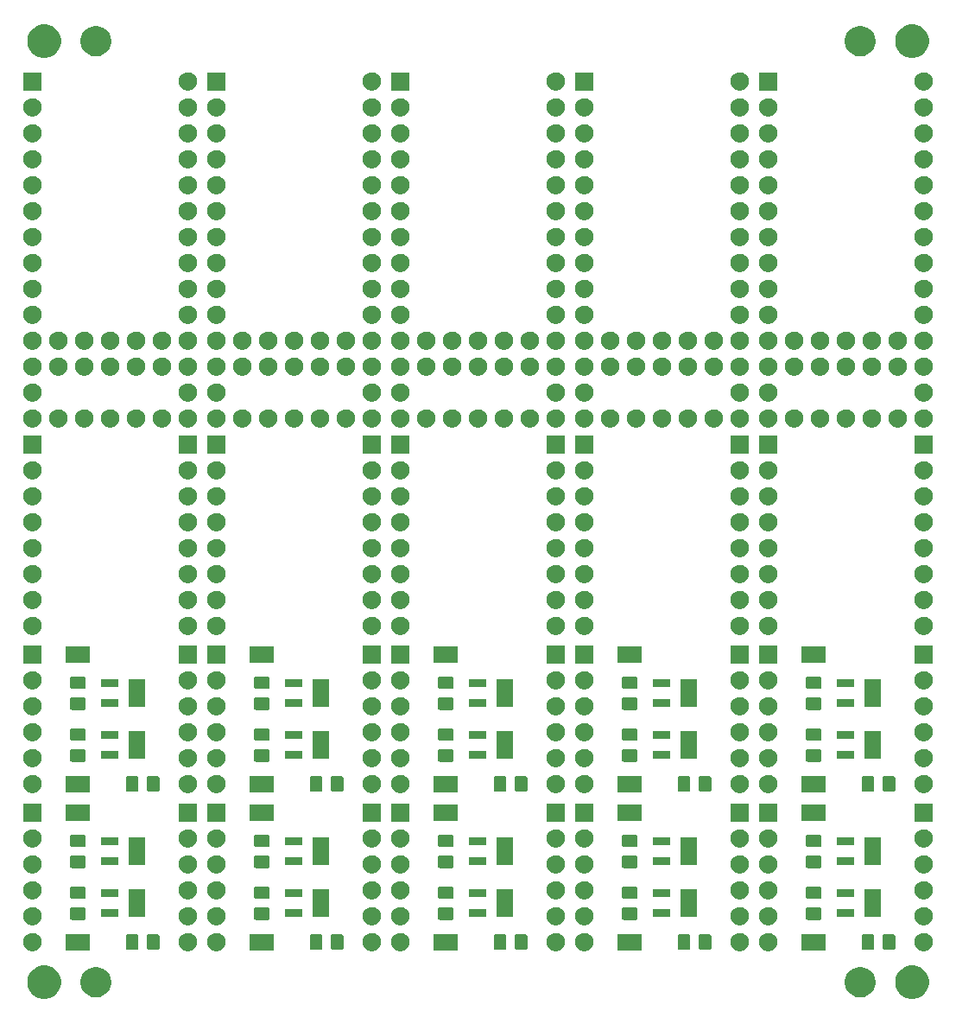
<source format=gts>
G04 #@! TF.GenerationSoftware,KiCad,Pcbnew,(5.1.5)-3*
G04 #@! TF.CreationDate,2019-12-30T21:30:00-08:00*
G04 #@! TF.ProjectId,teensy40-bb-hc05-adapter,7465656e-7379-4343-902d-62622d686330,A*
G04 #@! TF.SameCoordinates,Original*
G04 #@! TF.FileFunction,Soldermask,Top*
G04 #@! TF.FilePolarity,Negative*
%FSLAX46Y46*%
G04 Gerber Fmt 4.6, Leading zero omitted, Abs format (unit mm)*
G04 Created by KiCad (PCBNEW (5.1.5)-3) date 2019-12-30 21:30:00*
%MOMM*%
%LPD*%
G04 APERTURE LIST*
%ADD10C,0.100000*%
G04 APERTURE END LIST*
D10*
G36*
X188314521Y-137477639D02*
G01*
X188614947Y-137602080D01*
X188885324Y-137782740D01*
X189115260Y-138012676D01*
X189295920Y-138283053D01*
X189420361Y-138583479D01*
X189483800Y-138902410D01*
X189483800Y-139227590D01*
X189420361Y-139546521D01*
X189295920Y-139846947D01*
X189115260Y-140117324D01*
X188885324Y-140347260D01*
X188614947Y-140527920D01*
X188314521Y-140652361D01*
X187995590Y-140715800D01*
X187670410Y-140715800D01*
X187351479Y-140652361D01*
X187051053Y-140527920D01*
X186780676Y-140347260D01*
X186550740Y-140117324D01*
X186370080Y-139846947D01*
X186245639Y-139546521D01*
X186182200Y-139227590D01*
X186182200Y-138902410D01*
X186245639Y-138583479D01*
X186370080Y-138283053D01*
X186550740Y-138012676D01*
X186780676Y-137782740D01*
X187051053Y-137602080D01*
X187351479Y-137477639D01*
X187670410Y-137414200D01*
X187995590Y-137414200D01*
X188314521Y-137477639D01*
G37*
G36*
X103224521Y-137477639D02*
G01*
X103524947Y-137602080D01*
X103795324Y-137782740D01*
X104025260Y-138012676D01*
X104205920Y-138283053D01*
X104330361Y-138583479D01*
X104393800Y-138902410D01*
X104393800Y-139227590D01*
X104330361Y-139546521D01*
X104205920Y-139846947D01*
X104025260Y-140117324D01*
X103795324Y-140347260D01*
X103524947Y-140527920D01*
X103224521Y-140652361D01*
X102905590Y-140715800D01*
X102580410Y-140715800D01*
X102261479Y-140652361D01*
X101961053Y-140527920D01*
X101690676Y-140347260D01*
X101460740Y-140117324D01*
X101280080Y-139846947D01*
X101155639Y-139546521D01*
X101092200Y-139227590D01*
X101092200Y-138902410D01*
X101155639Y-138583479D01*
X101280080Y-138283053D01*
X101460740Y-138012676D01*
X101690676Y-137782740D01*
X101961053Y-137602080D01*
X102261479Y-137477639D01*
X102580410Y-137414200D01*
X102905590Y-137414200D01*
X103224521Y-137477639D01*
G37*
G36*
X108260534Y-137622644D02*
G01*
X108533517Y-137735717D01*
X108779194Y-137899874D01*
X108988126Y-138108806D01*
X109152283Y-138354483D01*
X109265356Y-138627466D01*
X109323000Y-138917263D01*
X109323000Y-139212737D01*
X109265356Y-139502534D01*
X109152283Y-139775517D01*
X108988126Y-140021194D01*
X108779194Y-140230126D01*
X108533517Y-140394283D01*
X108260534Y-140507356D01*
X107970737Y-140565000D01*
X107675263Y-140565000D01*
X107385466Y-140507356D01*
X107112483Y-140394283D01*
X106866806Y-140230126D01*
X106657874Y-140021194D01*
X106493717Y-139775517D01*
X106380644Y-139502534D01*
X106323000Y-139212737D01*
X106323000Y-138917263D01*
X106380644Y-138627466D01*
X106493717Y-138354483D01*
X106657874Y-138108806D01*
X106866806Y-137899874D01*
X107112483Y-137735717D01*
X107385466Y-137622644D01*
X107675263Y-137565000D01*
X107970737Y-137565000D01*
X108260534Y-137622644D01*
G37*
G36*
X183190534Y-137622644D02*
G01*
X183463517Y-137735717D01*
X183709194Y-137899874D01*
X183918126Y-138108806D01*
X184082283Y-138354483D01*
X184195356Y-138627466D01*
X184253000Y-138917263D01*
X184253000Y-139212737D01*
X184195356Y-139502534D01*
X184082283Y-139775517D01*
X183918126Y-140021194D01*
X183709194Y-140230126D01*
X183463517Y-140394283D01*
X183190534Y-140507356D01*
X182900737Y-140565000D01*
X182605263Y-140565000D01*
X182315466Y-140507356D01*
X182042483Y-140394283D01*
X181796806Y-140230126D01*
X181587874Y-140021194D01*
X181423717Y-139775517D01*
X181310644Y-139502534D01*
X181253000Y-139212737D01*
X181253000Y-138917263D01*
X181310644Y-138627466D01*
X181423717Y-138354483D01*
X181587874Y-138108806D01*
X181796806Y-137899874D01*
X182042483Y-137735717D01*
X182315466Y-137622644D01*
X182605263Y-137565000D01*
X182900737Y-137565000D01*
X183190534Y-137622644D01*
G37*
G36*
X173998754Y-134261817D02*
G01*
X174162689Y-134329721D01*
X174310227Y-134428303D01*
X174435697Y-134553773D01*
X174534279Y-134701311D01*
X174602183Y-134865246D01*
X174636800Y-135039279D01*
X174636800Y-135216721D01*
X174602183Y-135390754D01*
X174534279Y-135554689D01*
X174435697Y-135702227D01*
X174310227Y-135827697D01*
X174162689Y-135926279D01*
X173998754Y-135994183D01*
X173824721Y-136028800D01*
X173647279Y-136028800D01*
X173473246Y-135994183D01*
X173309311Y-135926279D01*
X173161773Y-135827697D01*
X173036303Y-135702227D01*
X172937721Y-135554689D01*
X172869817Y-135390754D01*
X172835200Y-135216721D01*
X172835200Y-135039279D01*
X172869817Y-134865246D01*
X172937721Y-134701311D01*
X173036303Y-134553773D01*
X173161773Y-134428303D01*
X173309311Y-134329721D01*
X173473246Y-134261817D01*
X173647279Y-134227200D01*
X173824721Y-134227200D01*
X173998754Y-134261817D01*
G37*
G36*
X189238754Y-134261817D02*
G01*
X189402689Y-134329721D01*
X189550227Y-134428303D01*
X189675697Y-134553773D01*
X189774279Y-134701311D01*
X189842183Y-134865246D01*
X189876800Y-135039279D01*
X189876800Y-135216721D01*
X189842183Y-135390754D01*
X189774279Y-135554689D01*
X189675697Y-135702227D01*
X189550227Y-135827697D01*
X189402689Y-135926279D01*
X189238754Y-135994183D01*
X189064721Y-136028800D01*
X188887279Y-136028800D01*
X188713246Y-135994183D01*
X188549311Y-135926279D01*
X188401773Y-135827697D01*
X188276303Y-135702227D01*
X188177721Y-135554689D01*
X188109817Y-135390754D01*
X188075200Y-135216721D01*
X188075200Y-135039279D01*
X188109817Y-134865246D01*
X188177721Y-134701311D01*
X188276303Y-134553773D01*
X188401773Y-134428303D01*
X188549311Y-134329721D01*
X188713246Y-134261817D01*
X188887279Y-134227200D01*
X189064721Y-134227200D01*
X189238754Y-134261817D01*
G37*
G36*
X101862754Y-134261817D02*
G01*
X102026689Y-134329721D01*
X102174227Y-134428303D01*
X102299697Y-134553773D01*
X102398279Y-134701311D01*
X102466183Y-134865246D01*
X102500800Y-135039279D01*
X102500800Y-135216721D01*
X102466183Y-135390754D01*
X102398279Y-135554689D01*
X102299697Y-135702227D01*
X102174227Y-135827697D01*
X102026689Y-135926279D01*
X101862754Y-135994183D01*
X101688721Y-136028800D01*
X101511279Y-136028800D01*
X101337246Y-135994183D01*
X101173311Y-135926279D01*
X101025773Y-135827697D01*
X100900303Y-135702227D01*
X100801721Y-135554689D01*
X100733817Y-135390754D01*
X100699200Y-135216721D01*
X100699200Y-135039279D01*
X100733817Y-134865246D01*
X100801721Y-134701311D01*
X100900303Y-134553773D01*
X101025773Y-134428303D01*
X101173311Y-134329721D01*
X101337246Y-134261817D01*
X101511279Y-134227200D01*
X101688721Y-134227200D01*
X101862754Y-134261817D01*
G37*
G36*
X117102754Y-134261817D02*
G01*
X117266689Y-134329721D01*
X117414227Y-134428303D01*
X117539697Y-134553773D01*
X117638279Y-134701311D01*
X117706183Y-134865246D01*
X117740800Y-135039279D01*
X117740800Y-135216721D01*
X117706183Y-135390754D01*
X117638279Y-135554689D01*
X117539697Y-135702227D01*
X117414227Y-135827697D01*
X117266689Y-135926279D01*
X117102754Y-135994183D01*
X116928721Y-136028800D01*
X116751279Y-136028800D01*
X116577246Y-135994183D01*
X116413311Y-135926279D01*
X116265773Y-135827697D01*
X116140303Y-135702227D01*
X116041721Y-135554689D01*
X115973817Y-135390754D01*
X115939200Y-135216721D01*
X115939200Y-135039279D01*
X115973817Y-134865246D01*
X116041721Y-134701311D01*
X116140303Y-134553773D01*
X116265773Y-134428303D01*
X116413311Y-134329721D01*
X116577246Y-134261817D01*
X116751279Y-134227200D01*
X116928721Y-134227200D01*
X117102754Y-134261817D01*
G37*
G36*
X135136754Y-134261817D02*
G01*
X135300689Y-134329721D01*
X135448227Y-134428303D01*
X135573697Y-134553773D01*
X135672279Y-134701311D01*
X135740183Y-134865246D01*
X135774800Y-135039279D01*
X135774800Y-135216721D01*
X135740183Y-135390754D01*
X135672279Y-135554689D01*
X135573697Y-135702227D01*
X135448227Y-135827697D01*
X135300689Y-135926279D01*
X135136754Y-135994183D01*
X134962721Y-136028800D01*
X134785279Y-136028800D01*
X134611246Y-135994183D01*
X134447311Y-135926279D01*
X134299773Y-135827697D01*
X134174303Y-135702227D01*
X134075721Y-135554689D01*
X134007817Y-135390754D01*
X133973200Y-135216721D01*
X133973200Y-135039279D01*
X134007817Y-134865246D01*
X134075721Y-134701311D01*
X134174303Y-134553773D01*
X134299773Y-134428303D01*
X134447311Y-134329721D01*
X134611246Y-134261817D01*
X134785279Y-134227200D01*
X134962721Y-134227200D01*
X135136754Y-134261817D01*
G37*
G36*
X153170754Y-134261817D02*
G01*
X153334689Y-134329721D01*
X153482227Y-134428303D01*
X153607697Y-134553773D01*
X153706279Y-134701311D01*
X153774183Y-134865246D01*
X153808800Y-135039279D01*
X153808800Y-135216721D01*
X153774183Y-135390754D01*
X153706279Y-135554689D01*
X153607697Y-135702227D01*
X153482227Y-135827697D01*
X153334689Y-135926279D01*
X153170754Y-135994183D01*
X152996721Y-136028800D01*
X152819279Y-136028800D01*
X152645246Y-135994183D01*
X152481311Y-135926279D01*
X152333773Y-135827697D01*
X152208303Y-135702227D01*
X152109721Y-135554689D01*
X152041817Y-135390754D01*
X152007200Y-135216721D01*
X152007200Y-135039279D01*
X152041817Y-134865246D01*
X152109721Y-134701311D01*
X152208303Y-134553773D01*
X152333773Y-134428303D01*
X152481311Y-134329721D01*
X152645246Y-134261817D01*
X152819279Y-134227200D01*
X152996721Y-134227200D01*
X153170754Y-134261817D01*
G37*
G36*
X171204754Y-134261817D02*
G01*
X171368689Y-134329721D01*
X171516227Y-134428303D01*
X171641697Y-134553773D01*
X171740279Y-134701311D01*
X171808183Y-134865246D01*
X171842800Y-135039279D01*
X171842800Y-135216721D01*
X171808183Y-135390754D01*
X171740279Y-135554689D01*
X171641697Y-135702227D01*
X171516227Y-135827697D01*
X171368689Y-135926279D01*
X171204754Y-135994183D01*
X171030721Y-136028800D01*
X170853279Y-136028800D01*
X170679246Y-135994183D01*
X170515311Y-135926279D01*
X170367773Y-135827697D01*
X170242303Y-135702227D01*
X170143721Y-135554689D01*
X170075817Y-135390754D01*
X170041200Y-135216721D01*
X170041200Y-135039279D01*
X170075817Y-134865246D01*
X170143721Y-134701311D01*
X170242303Y-134553773D01*
X170367773Y-134428303D01*
X170515311Y-134329721D01*
X170679246Y-134261817D01*
X170853279Y-134227200D01*
X171030721Y-134227200D01*
X171204754Y-134261817D01*
G37*
G36*
X119896754Y-134261817D02*
G01*
X120060689Y-134329721D01*
X120208227Y-134428303D01*
X120333697Y-134553773D01*
X120432279Y-134701311D01*
X120500183Y-134865246D01*
X120534800Y-135039279D01*
X120534800Y-135216721D01*
X120500183Y-135390754D01*
X120432279Y-135554689D01*
X120333697Y-135702227D01*
X120208227Y-135827697D01*
X120060689Y-135926279D01*
X119896754Y-135994183D01*
X119722721Y-136028800D01*
X119545279Y-136028800D01*
X119371246Y-135994183D01*
X119207311Y-135926279D01*
X119059773Y-135827697D01*
X118934303Y-135702227D01*
X118835721Y-135554689D01*
X118767817Y-135390754D01*
X118733200Y-135216721D01*
X118733200Y-135039279D01*
X118767817Y-134865246D01*
X118835721Y-134701311D01*
X118934303Y-134553773D01*
X119059773Y-134428303D01*
X119207311Y-134329721D01*
X119371246Y-134261817D01*
X119545279Y-134227200D01*
X119722721Y-134227200D01*
X119896754Y-134261817D01*
G37*
G36*
X137930754Y-134261817D02*
G01*
X138094689Y-134329721D01*
X138242227Y-134428303D01*
X138367697Y-134553773D01*
X138466279Y-134701311D01*
X138534183Y-134865246D01*
X138568800Y-135039279D01*
X138568800Y-135216721D01*
X138534183Y-135390754D01*
X138466279Y-135554689D01*
X138367697Y-135702227D01*
X138242227Y-135827697D01*
X138094689Y-135926279D01*
X137930754Y-135994183D01*
X137756721Y-136028800D01*
X137579279Y-136028800D01*
X137405246Y-135994183D01*
X137241311Y-135926279D01*
X137093773Y-135827697D01*
X136968303Y-135702227D01*
X136869721Y-135554689D01*
X136801817Y-135390754D01*
X136767200Y-135216721D01*
X136767200Y-135039279D01*
X136801817Y-134865246D01*
X136869721Y-134701311D01*
X136968303Y-134553773D01*
X137093773Y-134428303D01*
X137241311Y-134329721D01*
X137405246Y-134261817D01*
X137579279Y-134227200D01*
X137756721Y-134227200D01*
X137930754Y-134261817D01*
G37*
G36*
X155964754Y-134261817D02*
G01*
X156128689Y-134329721D01*
X156276227Y-134428303D01*
X156401697Y-134553773D01*
X156500279Y-134701311D01*
X156568183Y-134865246D01*
X156602800Y-135039279D01*
X156602800Y-135216721D01*
X156568183Y-135390754D01*
X156500279Y-135554689D01*
X156401697Y-135702227D01*
X156276227Y-135827697D01*
X156128689Y-135926279D01*
X155964754Y-135994183D01*
X155790721Y-136028800D01*
X155613279Y-136028800D01*
X155439246Y-135994183D01*
X155275311Y-135926279D01*
X155127773Y-135827697D01*
X155002303Y-135702227D01*
X154903721Y-135554689D01*
X154835817Y-135390754D01*
X154801200Y-135216721D01*
X154801200Y-135039279D01*
X154835817Y-134865246D01*
X154903721Y-134701311D01*
X155002303Y-134553773D01*
X155127773Y-134428303D01*
X155275311Y-134329721D01*
X155439246Y-134261817D01*
X155613279Y-134227200D01*
X155790721Y-134227200D01*
X155964754Y-134261817D01*
G37*
G36*
X143302300Y-135925300D02*
G01*
X140900700Y-135925300D01*
X140900700Y-134323700D01*
X143302300Y-134323700D01*
X143302300Y-135925300D01*
G37*
G36*
X179370300Y-135925300D02*
G01*
X176968700Y-135925300D01*
X176968700Y-134323700D01*
X179370300Y-134323700D01*
X179370300Y-135925300D01*
G37*
G36*
X125268300Y-135925300D02*
G01*
X122866700Y-135925300D01*
X122866700Y-134323700D01*
X125268300Y-134323700D01*
X125268300Y-135925300D01*
G37*
G36*
X107234300Y-135925300D02*
G01*
X104832700Y-135925300D01*
X104832700Y-134323700D01*
X107234300Y-134323700D01*
X107234300Y-135925300D01*
G37*
G36*
X161336300Y-135925300D02*
G01*
X158934700Y-135925300D01*
X158934700Y-134323700D01*
X161336300Y-134323700D01*
X161336300Y-135925300D01*
G37*
G36*
X113887949Y-134378150D02*
G01*
X113925414Y-134389515D01*
X113959938Y-134407969D01*
X113990198Y-134432802D01*
X114015031Y-134463062D01*
X114033485Y-134497586D01*
X114044850Y-134535051D01*
X114049300Y-134580238D01*
X114049300Y-135668762D01*
X114044850Y-135713949D01*
X114033485Y-135751414D01*
X114015031Y-135785938D01*
X113990198Y-135816198D01*
X113959938Y-135841031D01*
X113925414Y-135859485D01*
X113887949Y-135870850D01*
X113842762Y-135875300D01*
X113004238Y-135875300D01*
X112959051Y-135870850D01*
X112921586Y-135859485D01*
X112887062Y-135841031D01*
X112856802Y-135816198D01*
X112831969Y-135785938D01*
X112813515Y-135751414D01*
X112802150Y-135713949D01*
X112797700Y-135668762D01*
X112797700Y-134580238D01*
X112802150Y-134535051D01*
X112813515Y-134497586D01*
X112831969Y-134463062D01*
X112856802Y-134432802D01*
X112887062Y-134407969D01*
X112921586Y-134389515D01*
X112959051Y-134378150D01*
X113004238Y-134373700D01*
X113842762Y-134373700D01*
X113887949Y-134378150D01*
G37*
G36*
X186023949Y-134378150D02*
G01*
X186061414Y-134389515D01*
X186095938Y-134407969D01*
X186126198Y-134432802D01*
X186151031Y-134463062D01*
X186169485Y-134497586D01*
X186180850Y-134535051D01*
X186185300Y-134580238D01*
X186185300Y-135668762D01*
X186180850Y-135713949D01*
X186169485Y-135751414D01*
X186151031Y-135785938D01*
X186126198Y-135816198D01*
X186095938Y-135841031D01*
X186061414Y-135859485D01*
X186023949Y-135870850D01*
X185978762Y-135875300D01*
X185140238Y-135875300D01*
X185095051Y-135870850D01*
X185057586Y-135859485D01*
X185023062Y-135841031D01*
X184992802Y-135816198D01*
X184967969Y-135785938D01*
X184949515Y-135751414D01*
X184938150Y-135713949D01*
X184933700Y-135668762D01*
X184933700Y-134580238D01*
X184938150Y-134535051D01*
X184949515Y-134497586D01*
X184967969Y-134463062D01*
X184992802Y-134432802D01*
X185023062Y-134407969D01*
X185057586Y-134389515D01*
X185095051Y-134378150D01*
X185140238Y-134373700D01*
X185978762Y-134373700D01*
X186023949Y-134378150D01*
G37*
G36*
X111837949Y-134378150D02*
G01*
X111875414Y-134389515D01*
X111909938Y-134407969D01*
X111940198Y-134432802D01*
X111965031Y-134463062D01*
X111983485Y-134497586D01*
X111994850Y-134535051D01*
X111999300Y-134580238D01*
X111999300Y-135668762D01*
X111994850Y-135713949D01*
X111983485Y-135751414D01*
X111965031Y-135785938D01*
X111940198Y-135816198D01*
X111909938Y-135841031D01*
X111875414Y-135859485D01*
X111837949Y-135870850D01*
X111792762Y-135875300D01*
X110954238Y-135875300D01*
X110909051Y-135870850D01*
X110871586Y-135859485D01*
X110837062Y-135841031D01*
X110806802Y-135816198D01*
X110781969Y-135785938D01*
X110763515Y-135751414D01*
X110752150Y-135713949D01*
X110747700Y-135668762D01*
X110747700Y-134580238D01*
X110752150Y-134535051D01*
X110763515Y-134497586D01*
X110781969Y-134463062D01*
X110806802Y-134432802D01*
X110837062Y-134407969D01*
X110871586Y-134389515D01*
X110909051Y-134378150D01*
X110954238Y-134373700D01*
X111792762Y-134373700D01*
X111837949Y-134378150D01*
G37*
G36*
X167989949Y-134378150D02*
G01*
X168027414Y-134389515D01*
X168061938Y-134407969D01*
X168092198Y-134432802D01*
X168117031Y-134463062D01*
X168135485Y-134497586D01*
X168146850Y-134535051D01*
X168151300Y-134580238D01*
X168151300Y-135668762D01*
X168146850Y-135713949D01*
X168135485Y-135751414D01*
X168117031Y-135785938D01*
X168092198Y-135816198D01*
X168061938Y-135841031D01*
X168027414Y-135859485D01*
X167989949Y-135870850D01*
X167944762Y-135875300D01*
X167106238Y-135875300D01*
X167061051Y-135870850D01*
X167023586Y-135859485D01*
X166989062Y-135841031D01*
X166958802Y-135816198D01*
X166933969Y-135785938D01*
X166915515Y-135751414D01*
X166904150Y-135713949D01*
X166899700Y-135668762D01*
X166899700Y-134580238D01*
X166904150Y-134535051D01*
X166915515Y-134497586D01*
X166933969Y-134463062D01*
X166958802Y-134432802D01*
X166989062Y-134407969D01*
X167023586Y-134389515D01*
X167061051Y-134378150D01*
X167106238Y-134373700D01*
X167944762Y-134373700D01*
X167989949Y-134378150D01*
G37*
G36*
X183973949Y-134378150D02*
G01*
X184011414Y-134389515D01*
X184045938Y-134407969D01*
X184076198Y-134432802D01*
X184101031Y-134463062D01*
X184119485Y-134497586D01*
X184130850Y-134535051D01*
X184135300Y-134580238D01*
X184135300Y-135668762D01*
X184130850Y-135713949D01*
X184119485Y-135751414D01*
X184101031Y-135785938D01*
X184076198Y-135816198D01*
X184045938Y-135841031D01*
X184011414Y-135859485D01*
X183973949Y-135870850D01*
X183928762Y-135875300D01*
X183090238Y-135875300D01*
X183045051Y-135870850D01*
X183007586Y-135859485D01*
X182973062Y-135841031D01*
X182942802Y-135816198D01*
X182917969Y-135785938D01*
X182899515Y-135751414D01*
X182888150Y-135713949D01*
X182883700Y-135668762D01*
X182883700Y-134580238D01*
X182888150Y-134535051D01*
X182899515Y-134497586D01*
X182917969Y-134463062D01*
X182942802Y-134432802D01*
X182973062Y-134407969D01*
X183007586Y-134389515D01*
X183045051Y-134378150D01*
X183090238Y-134373700D01*
X183928762Y-134373700D01*
X183973949Y-134378150D01*
G37*
G36*
X131921949Y-134378150D02*
G01*
X131959414Y-134389515D01*
X131993938Y-134407969D01*
X132024198Y-134432802D01*
X132049031Y-134463062D01*
X132067485Y-134497586D01*
X132078850Y-134535051D01*
X132083300Y-134580238D01*
X132083300Y-135668762D01*
X132078850Y-135713949D01*
X132067485Y-135751414D01*
X132049031Y-135785938D01*
X132024198Y-135816198D01*
X131993938Y-135841031D01*
X131959414Y-135859485D01*
X131921949Y-135870850D01*
X131876762Y-135875300D01*
X131038238Y-135875300D01*
X130993051Y-135870850D01*
X130955586Y-135859485D01*
X130921062Y-135841031D01*
X130890802Y-135816198D01*
X130865969Y-135785938D01*
X130847515Y-135751414D01*
X130836150Y-135713949D01*
X130831700Y-135668762D01*
X130831700Y-134580238D01*
X130836150Y-134535051D01*
X130847515Y-134497586D01*
X130865969Y-134463062D01*
X130890802Y-134432802D01*
X130921062Y-134407969D01*
X130955586Y-134389515D01*
X130993051Y-134378150D01*
X131038238Y-134373700D01*
X131876762Y-134373700D01*
X131921949Y-134378150D01*
G37*
G36*
X129871949Y-134378150D02*
G01*
X129909414Y-134389515D01*
X129943938Y-134407969D01*
X129974198Y-134432802D01*
X129999031Y-134463062D01*
X130017485Y-134497586D01*
X130028850Y-134535051D01*
X130033300Y-134580238D01*
X130033300Y-135668762D01*
X130028850Y-135713949D01*
X130017485Y-135751414D01*
X129999031Y-135785938D01*
X129974198Y-135816198D01*
X129943938Y-135841031D01*
X129909414Y-135859485D01*
X129871949Y-135870850D01*
X129826762Y-135875300D01*
X128988238Y-135875300D01*
X128943051Y-135870850D01*
X128905586Y-135859485D01*
X128871062Y-135841031D01*
X128840802Y-135816198D01*
X128815969Y-135785938D01*
X128797515Y-135751414D01*
X128786150Y-135713949D01*
X128781700Y-135668762D01*
X128781700Y-134580238D01*
X128786150Y-134535051D01*
X128797515Y-134497586D01*
X128815969Y-134463062D01*
X128840802Y-134432802D01*
X128871062Y-134407969D01*
X128905586Y-134389515D01*
X128943051Y-134378150D01*
X128988238Y-134373700D01*
X129826762Y-134373700D01*
X129871949Y-134378150D01*
G37*
G36*
X149955949Y-134378150D02*
G01*
X149993414Y-134389515D01*
X150027938Y-134407969D01*
X150058198Y-134432802D01*
X150083031Y-134463062D01*
X150101485Y-134497586D01*
X150112850Y-134535051D01*
X150117300Y-134580238D01*
X150117300Y-135668762D01*
X150112850Y-135713949D01*
X150101485Y-135751414D01*
X150083031Y-135785938D01*
X150058198Y-135816198D01*
X150027938Y-135841031D01*
X149993414Y-135859485D01*
X149955949Y-135870850D01*
X149910762Y-135875300D01*
X149072238Y-135875300D01*
X149027051Y-135870850D01*
X148989586Y-135859485D01*
X148955062Y-135841031D01*
X148924802Y-135816198D01*
X148899969Y-135785938D01*
X148881515Y-135751414D01*
X148870150Y-135713949D01*
X148865700Y-135668762D01*
X148865700Y-134580238D01*
X148870150Y-134535051D01*
X148881515Y-134497586D01*
X148899969Y-134463062D01*
X148924802Y-134432802D01*
X148955062Y-134407969D01*
X148989586Y-134389515D01*
X149027051Y-134378150D01*
X149072238Y-134373700D01*
X149910762Y-134373700D01*
X149955949Y-134378150D01*
G37*
G36*
X147905949Y-134378150D02*
G01*
X147943414Y-134389515D01*
X147977938Y-134407969D01*
X148008198Y-134432802D01*
X148033031Y-134463062D01*
X148051485Y-134497586D01*
X148062850Y-134535051D01*
X148067300Y-134580238D01*
X148067300Y-135668762D01*
X148062850Y-135713949D01*
X148051485Y-135751414D01*
X148033031Y-135785938D01*
X148008198Y-135816198D01*
X147977938Y-135841031D01*
X147943414Y-135859485D01*
X147905949Y-135870850D01*
X147860762Y-135875300D01*
X147022238Y-135875300D01*
X146977051Y-135870850D01*
X146939586Y-135859485D01*
X146905062Y-135841031D01*
X146874802Y-135816198D01*
X146849969Y-135785938D01*
X146831515Y-135751414D01*
X146820150Y-135713949D01*
X146815700Y-135668762D01*
X146815700Y-134580238D01*
X146820150Y-134535051D01*
X146831515Y-134497586D01*
X146849969Y-134463062D01*
X146874802Y-134432802D01*
X146905062Y-134407969D01*
X146939586Y-134389515D01*
X146977051Y-134378150D01*
X147022238Y-134373700D01*
X147860762Y-134373700D01*
X147905949Y-134378150D01*
G37*
G36*
X165939949Y-134378150D02*
G01*
X165977414Y-134389515D01*
X166011938Y-134407969D01*
X166042198Y-134432802D01*
X166067031Y-134463062D01*
X166085485Y-134497586D01*
X166096850Y-134535051D01*
X166101300Y-134580238D01*
X166101300Y-135668762D01*
X166096850Y-135713949D01*
X166085485Y-135751414D01*
X166067031Y-135785938D01*
X166042198Y-135816198D01*
X166011938Y-135841031D01*
X165977414Y-135859485D01*
X165939949Y-135870850D01*
X165894762Y-135875300D01*
X165056238Y-135875300D01*
X165011051Y-135870850D01*
X164973586Y-135859485D01*
X164939062Y-135841031D01*
X164908802Y-135816198D01*
X164883969Y-135785938D01*
X164865515Y-135751414D01*
X164854150Y-135713949D01*
X164849700Y-135668762D01*
X164849700Y-134580238D01*
X164854150Y-134535051D01*
X164865515Y-134497586D01*
X164883969Y-134463062D01*
X164908802Y-134432802D01*
X164939062Y-134407969D01*
X164973586Y-134389515D01*
X165011051Y-134378150D01*
X165056238Y-134373700D01*
X165894762Y-134373700D01*
X165939949Y-134378150D01*
G37*
G36*
X135136754Y-131721817D02*
G01*
X135300689Y-131789721D01*
X135448227Y-131888303D01*
X135573697Y-132013773D01*
X135672279Y-132161311D01*
X135740183Y-132325246D01*
X135774800Y-132499279D01*
X135774800Y-132676721D01*
X135740183Y-132850754D01*
X135672279Y-133014689D01*
X135573697Y-133162227D01*
X135448227Y-133287697D01*
X135300689Y-133386279D01*
X135136754Y-133454183D01*
X134962721Y-133488800D01*
X134785279Y-133488800D01*
X134611246Y-133454183D01*
X134447311Y-133386279D01*
X134299773Y-133287697D01*
X134174303Y-133162227D01*
X134075721Y-133014689D01*
X134007817Y-132850754D01*
X133973200Y-132676721D01*
X133973200Y-132499279D01*
X134007817Y-132325246D01*
X134075721Y-132161311D01*
X134174303Y-132013773D01*
X134299773Y-131888303D01*
X134447311Y-131789721D01*
X134611246Y-131721817D01*
X134785279Y-131687200D01*
X134962721Y-131687200D01*
X135136754Y-131721817D01*
G37*
G36*
X153170754Y-131721817D02*
G01*
X153334689Y-131789721D01*
X153482227Y-131888303D01*
X153607697Y-132013773D01*
X153706279Y-132161311D01*
X153774183Y-132325246D01*
X153808800Y-132499279D01*
X153808800Y-132676721D01*
X153774183Y-132850754D01*
X153706279Y-133014689D01*
X153607697Y-133162227D01*
X153482227Y-133287697D01*
X153334689Y-133386279D01*
X153170754Y-133454183D01*
X152996721Y-133488800D01*
X152819279Y-133488800D01*
X152645246Y-133454183D01*
X152481311Y-133386279D01*
X152333773Y-133287697D01*
X152208303Y-133162227D01*
X152109721Y-133014689D01*
X152041817Y-132850754D01*
X152007200Y-132676721D01*
X152007200Y-132499279D01*
X152041817Y-132325246D01*
X152109721Y-132161311D01*
X152208303Y-132013773D01*
X152333773Y-131888303D01*
X152481311Y-131789721D01*
X152645246Y-131721817D01*
X152819279Y-131687200D01*
X152996721Y-131687200D01*
X153170754Y-131721817D01*
G37*
G36*
X155964754Y-131721817D02*
G01*
X156128689Y-131789721D01*
X156276227Y-131888303D01*
X156401697Y-132013773D01*
X156500279Y-132161311D01*
X156568183Y-132325246D01*
X156602800Y-132499279D01*
X156602800Y-132676721D01*
X156568183Y-132850754D01*
X156500279Y-133014689D01*
X156401697Y-133162227D01*
X156276227Y-133287697D01*
X156128689Y-133386279D01*
X155964754Y-133454183D01*
X155790721Y-133488800D01*
X155613279Y-133488800D01*
X155439246Y-133454183D01*
X155275311Y-133386279D01*
X155127773Y-133287697D01*
X155002303Y-133162227D01*
X154903721Y-133014689D01*
X154835817Y-132850754D01*
X154801200Y-132676721D01*
X154801200Y-132499279D01*
X154835817Y-132325246D01*
X154903721Y-132161311D01*
X155002303Y-132013773D01*
X155127773Y-131888303D01*
X155275311Y-131789721D01*
X155439246Y-131721817D01*
X155613279Y-131687200D01*
X155790721Y-131687200D01*
X155964754Y-131721817D01*
G37*
G36*
X173998754Y-131721817D02*
G01*
X174162689Y-131789721D01*
X174310227Y-131888303D01*
X174435697Y-132013773D01*
X174534279Y-132161311D01*
X174602183Y-132325246D01*
X174636800Y-132499279D01*
X174636800Y-132676721D01*
X174602183Y-132850754D01*
X174534279Y-133014689D01*
X174435697Y-133162227D01*
X174310227Y-133287697D01*
X174162689Y-133386279D01*
X173998754Y-133454183D01*
X173824721Y-133488800D01*
X173647279Y-133488800D01*
X173473246Y-133454183D01*
X173309311Y-133386279D01*
X173161773Y-133287697D01*
X173036303Y-133162227D01*
X172937721Y-133014689D01*
X172869817Y-132850754D01*
X172835200Y-132676721D01*
X172835200Y-132499279D01*
X172869817Y-132325246D01*
X172937721Y-132161311D01*
X173036303Y-132013773D01*
X173161773Y-131888303D01*
X173309311Y-131789721D01*
X173473246Y-131721817D01*
X173647279Y-131687200D01*
X173824721Y-131687200D01*
X173998754Y-131721817D01*
G37*
G36*
X171204754Y-131721817D02*
G01*
X171368689Y-131789721D01*
X171516227Y-131888303D01*
X171641697Y-132013773D01*
X171740279Y-132161311D01*
X171808183Y-132325246D01*
X171842800Y-132499279D01*
X171842800Y-132676721D01*
X171808183Y-132850754D01*
X171740279Y-133014689D01*
X171641697Y-133162227D01*
X171516227Y-133287697D01*
X171368689Y-133386279D01*
X171204754Y-133454183D01*
X171030721Y-133488800D01*
X170853279Y-133488800D01*
X170679246Y-133454183D01*
X170515311Y-133386279D01*
X170367773Y-133287697D01*
X170242303Y-133162227D01*
X170143721Y-133014689D01*
X170075817Y-132850754D01*
X170041200Y-132676721D01*
X170041200Y-132499279D01*
X170075817Y-132325246D01*
X170143721Y-132161311D01*
X170242303Y-132013773D01*
X170367773Y-131888303D01*
X170515311Y-131789721D01*
X170679246Y-131721817D01*
X170853279Y-131687200D01*
X171030721Y-131687200D01*
X171204754Y-131721817D01*
G37*
G36*
X101862754Y-131721817D02*
G01*
X102026689Y-131789721D01*
X102174227Y-131888303D01*
X102299697Y-132013773D01*
X102398279Y-132161311D01*
X102466183Y-132325246D01*
X102500800Y-132499279D01*
X102500800Y-132676721D01*
X102466183Y-132850754D01*
X102398279Y-133014689D01*
X102299697Y-133162227D01*
X102174227Y-133287697D01*
X102026689Y-133386279D01*
X101862754Y-133454183D01*
X101688721Y-133488800D01*
X101511279Y-133488800D01*
X101337246Y-133454183D01*
X101173311Y-133386279D01*
X101025773Y-133287697D01*
X100900303Y-133162227D01*
X100801721Y-133014689D01*
X100733817Y-132850754D01*
X100699200Y-132676721D01*
X100699200Y-132499279D01*
X100733817Y-132325246D01*
X100801721Y-132161311D01*
X100900303Y-132013773D01*
X101025773Y-131888303D01*
X101173311Y-131789721D01*
X101337246Y-131721817D01*
X101511279Y-131687200D01*
X101688721Y-131687200D01*
X101862754Y-131721817D01*
G37*
G36*
X137930754Y-131721817D02*
G01*
X138094689Y-131789721D01*
X138242227Y-131888303D01*
X138367697Y-132013773D01*
X138466279Y-132161311D01*
X138534183Y-132325246D01*
X138568800Y-132499279D01*
X138568800Y-132676721D01*
X138534183Y-132850754D01*
X138466279Y-133014689D01*
X138367697Y-133162227D01*
X138242227Y-133287697D01*
X138094689Y-133386279D01*
X137930754Y-133454183D01*
X137756721Y-133488800D01*
X137579279Y-133488800D01*
X137405246Y-133454183D01*
X137241311Y-133386279D01*
X137093773Y-133287697D01*
X136968303Y-133162227D01*
X136869721Y-133014689D01*
X136801817Y-132850754D01*
X136767200Y-132676721D01*
X136767200Y-132499279D01*
X136801817Y-132325246D01*
X136869721Y-132161311D01*
X136968303Y-132013773D01*
X137093773Y-131888303D01*
X137241311Y-131789721D01*
X137405246Y-131721817D01*
X137579279Y-131687200D01*
X137756721Y-131687200D01*
X137930754Y-131721817D01*
G37*
G36*
X117102754Y-131721817D02*
G01*
X117266689Y-131789721D01*
X117414227Y-131888303D01*
X117539697Y-132013773D01*
X117638279Y-132161311D01*
X117706183Y-132325246D01*
X117740800Y-132499279D01*
X117740800Y-132676721D01*
X117706183Y-132850754D01*
X117638279Y-133014689D01*
X117539697Y-133162227D01*
X117414227Y-133287697D01*
X117266689Y-133386279D01*
X117102754Y-133454183D01*
X116928721Y-133488800D01*
X116751279Y-133488800D01*
X116577246Y-133454183D01*
X116413311Y-133386279D01*
X116265773Y-133287697D01*
X116140303Y-133162227D01*
X116041721Y-133014689D01*
X115973817Y-132850754D01*
X115939200Y-132676721D01*
X115939200Y-132499279D01*
X115973817Y-132325246D01*
X116041721Y-132161311D01*
X116140303Y-132013773D01*
X116265773Y-131888303D01*
X116413311Y-131789721D01*
X116577246Y-131721817D01*
X116751279Y-131687200D01*
X116928721Y-131687200D01*
X117102754Y-131721817D01*
G37*
G36*
X189238754Y-131721817D02*
G01*
X189402689Y-131789721D01*
X189550227Y-131888303D01*
X189675697Y-132013773D01*
X189774279Y-132161311D01*
X189842183Y-132325246D01*
X189876800Y-132499279D01*
X189876800Y-132676721D01*
X189842183Y-132850754D01*
X189774279Y-133014689D01*
X189675697Y-133162227D01*
X189550227Y-133287697D01*
X189402689Y-133386279D01*
X189238754Y-133454183D01*
X189064721Y-133488800D01*
X188887279Y-133488800D01*
X188713246Y-133454183D01*
X188549311Y-133386279D01*
X188401773Y-133287697D01*
X188276303Y-133162227D01*
X188177721Y-133014689D01*
X188109817Y-132850754D01*
X188075200Y-132676721D01*
X188075200Y-132499279D01*
X188109817Y-132325246D01*
X188177721Y-132161311D01*
X188276303Y-132013773D01*
X188401773Y-131888303D01*
X188549311Y-131789721D01*
X188713246Y-131721817D01*
X188887279Y-131687200D01*
X189064721Y-131687200D01*
X189238754Y-131721817D01*
G37*
G36*
X119896754Y-131721817D02*
G01*
X120060689Y-131789721D01*
X120208227Y-131888303D01*
X120333697Y-132013773D01*
X120432279Y-132161311D01*
X120500183Y-132325246D01*
X120534800Y-132499279D01*
X120534800Y-132676721D01*
X120500183Y-132850754D01*
X120432279Y-133014689D01*
X120333697Y-133162227D01*
X120208227Y-133287697D01*
X120060689Y-133386279D01*
X119896754Y-133454183D01*
X119722721Y-133488800D01*
X119545279Y-133488800D01*
X119371246Y-133454183D01*
X119207311Y-133386279D01*
X119059773Y-133287697D01*
X118934303Y-133162227D01*
X118835721Y-133014689D01*
X118767817Y-132850754D01*
X118733200Y-132676721D01*
X118733200Y-132499279D01*
X118767817Y-132325246D01*
X118835721Y-132161311D01*
X118934303Y-132013773D01*
X119059773Y-131888303D01*
X119207311Y-131789721D01*
X119371246Y-131721817D01*
X119545279Y-131687200D01*
X119722721Y-131687200D01*
X119896754Y-131721817D01*
G37*
G36*
X106637949Y-131718150D02*
G01*
X106675414Y-131729515D01*
X106709938Y-131747969D01*
X106740198Y-131772802D01*
X106765031Y-131803062D01*
X106783485Y-131837586D01*
X106794850Y-131875051D01*
X106799300Y-131920238D01*
X106799300Y-132758762D01*
X106794850Y-132803949D01*
X106783485Y-132841414D01*
X106765031Y-132875938D01*
X106740198Y-132906198D01*
X106709938Y-132931031D01*
X106675414Y-132949485D01*
X106637949Y-132960850D01*
X106592762Y-132965300D01*
X105504238Y-132965300D01*
X105459051Y-132960850D01*
X105421586Y-132949485D01*
X105387062Y-132931031D01*
X105356802Y-132906198D01*
X105331969Y-132875938D01*
X105313515Y-132841414D01*
X105302150Y-132803949D01*
X105297700Y-132758762D01*
X105297700Y-131920238D01*
X105302150Y-131875051D01*
X105313515Y-131837586D01*
X105331969Y-131803062D01*
X105356802Y-131772802D01*
X105387062Y-131747969D01*
X105421586Y-131729515D01*
X105459051Y-131718150D01*
X105504238Y-131713700D01*
X106592762Y-131713700D01*
X106637949Y-131718150D01*
G37*
G36*
X178773949Y-131718150D02*
G01*
X178811414Y-131729515D01*
X178845938Y-131747969D01*
X178876198Y-131772802D01*
X178901031Y-131803062D01*
X178919485Y-131837586D01*
X178930850Y-131875051D01*
X178935300Y-131920238D01*
X178935300Y-132758762D01*
X178930850Y-132803949D01*
X178919485Y-132841414D01*
X178901031Y-132875938D01*
X178876198Y-132906198D01*
X178845938Y-132931031D01*
X178811414Y-132949485D01*
X178773949Y-132960850D01*
X178728762Y-132965300D01*
X177640238Y-132965300D01*
X177595051Y-132960850D01*
X177557586Y-132949485D01*
X177523062Y-132931031D01*
X177492802Y-132906198D01*
X177467969Y-132875938D01*
X177449515Y-132841414D01*
X177438150Y-132803949D01*
X177433700Y-132758762D01*
X177433700Y-131920238D01*
X177438150Y-131875051D01*
X177449515Y-131837586D01*
X177467969Y-131803062D01*
X177492802Y-131772802D01*
X177523062Y-131747969D01*
X177557586Y-131729515D01*
X177595051Y-131718150D01*
X177640238Y-131713700D01*
X178728762Y-131713700D01*
X178773949Y-131718150D01*
G37*
G36*
X160739949Y-131718150D02*
G01*
X160777414Y-131729515D01*
X160811938Y-131747969D01*
X160842198Y-131772802D01*
X160867031Y-131803062D01*
X160885485Y-131837586D01*
X160896850Y-131875051D01*
X160901300Y-131920238D01*
X160901300Y-132758762D01*
X160896850Y-132803949D01*
X160885485Y-132841414D01*
X160867031Y-132875938D01*
X160842198Y-132906198D01*
X160811938Y-132931031D01*
X160777414Y-132949485D01*
X160739949Y-132960850D01*
X160694762Y-132965300D01*
X159606238Y-132965300D01*
X159561051Y-132960850D01*
X159523586Y-132949485D01*
X159489062Y-132931031D01*
X159458802Y-132906198D01*
X159433969Y-132875938D01*
X159415515Y-132841414D01*
X159404150Y-132803949D01*
X159399700Y-132758762D01*
X159399700Y-131920238D01*
X159404150Y-131875051D01*
X159415515Y-131837586D01*
X159433969Y-131803062D01*
X159458802Y-131772802D01*
X159489062Y-131747969D01*
X159523586Y-131729515D01*
X159561051Y-131718150D01*
X159606238Y-131713700D01*
X160694762Y-131713700D01*
X160739949Y-131718150D01*
G37*
G36*
X142705949Y-131718150D02*
G01*
X142743414Y-131729515D01*
X142777938Y-131747969D01*
X142808198Y-131772802D01*
X142833031Y-131803062D01*
X142851485Y-131837586D01*
X142862850Y-131875051D01*
X142867300Y-131920238D01*
X142867300Y-132758762D01*
X142862850Y-132803949D01*
X142851485Y-132841414D01*
X142833031Y-132875938D01*
X142808198Y-132906198D01*
X142777938Y-132931031D01*
X142743414Y-132949485D01*
X142705949Y-132960850D01*
X142660762Y-132965300D01*
X141572238Y-132965300D01*
X141527051Y-132960850D01*
X141489586Y-132949485D01*
X141455062Y-132931031D01*
X141424802Y-132906198D01*
X141399969Y-132875938D01*
X141381515Y-132841414D01*
X141370150Y-132803949D01*
X141365700Y-132758762D01*
X141365700Y-131920238D01*
X141370150Y-131875051D01*
X141381515Y-131837586D01*
X141399969Y-131803062D01*
X141424802Y-131772802D01*
X141455062Y-131747969D01*
X141489586Y-131729515D01*
X141527051Y-131718150D01*
X141572238Y-131713700D01*
X142660762Y-131713700D01*
X142705949Y-131718150D01*
G37*
G36*
X124671949Y-131718150D02*
G01*
X124709414Y-131729515D01*
X124743938Y-131747969D01*
X124774198Y-131772802D01*
X124799031Y-131803062D01*
X124817485Y-131837586D01*
X124828850Y-131875051D01*
X124833300Y-131920238D01*
X124833300Y-132758762D01*
X124828850Y-132803949D01*
X124817485Y-132841414D01*
X124799031Y-132875938D01*
X124774198Y-132906198D01*
X124743938Y-132931031D01*
X124709414Y-132949485D01*
X124671949Y-132960850D01*
X124626762Y-132965300D01*
X123538238Y-132965300D01*
X123493051Y-132960850D01*
X123455586Y-132949485D01*
X123421062Y-132931031D01*
X123390802Y-132906198D01*
X123365969Y-132875938D01*
X123347515Y-132841414D01*
X123336150Y-132803949D01*
X123331700Y-132758762D01*
X123331700Y-131920238D01*
X123336150Y-131875051D01*
X123347515Y-131837586D01*
X123365969Y-131803062D01*
X123390802Y-131772802D01*
X123421062Y-131747969D01*
X123455586Y-131729515D01*
X123493051Y-131718150D01*
X123538238Y-131713700D01*
X124626762Y-131713700D01*
X124671949Y-131718150D01*
G37*
G36*
X182110300Y-132640300D02*
G01*
X180448700Y-132640300D01*
X180448700Y-131888700D01*
X182110300Y-131888700D01*
X182110300Y-132640300D01*
G37*
G36*
X146042300Y-132640300D02*
G01*
X144380700Y-132640300D01*
X144380700Y-131888700D01*
X146042300Y-131888700D01*
X146042300Y-132640300D01*
G37*
G36*
X184810300Y-132640300D02*
G01*
X183148700Y-132640300D01*
X183148700Y-129988700D01*
X184810300Y-129988700D01*
X184810300Y-132640300D01*
G37*
G36*
X148742300Y-132640300D02*
G01*
X147080700Y-132640300D01*
X147080700Y-129988700D01*
X148742300Y-129988700D01*
X148742300Y-132640300D01*
G37*
G36*
X166776300Y-132640300D02*
G01*
X165114700Y-132640300D01*
X165114700Y-129988700D01*
X166776300Y-129988700D01*
X166776300Y-132640300D01*
G37*
G36*
X164076300Y-132640300D02*
G01*
X162414700Y-132640300D01*
X162414700Y-131888700D01*
X164076300Y-131888700D01*
X164076300Y-132640300D01*
G37*
G36*
X130708300Y-132640300D02*
G01*
X129046700Y-132640300D01*
X129046700Y-129988700D01*
X130708300Y-129988700D01*
X130708300Y-132640300D01*
G37*
G36*
X112674300Y-132640300D02*
G01*
X111012700Y-132640300D01*
X111012700Y-129988700D01*
X112674300Y-129988700D01*
X112674300Y-132640300D01*
G37*
G36*
X109974300Y-132640300D02*
G01*
X108312700Y-132640300D01*
X108312700Y-131888700D01*
X109974300Y-131888700D01*
X109974300Y-132640300D01*
G37*
G36*
X128008300Y-132640300D02*
G01*
X126346700Y-132640300D01*
X126346700Y-131888700D01*
X128008300Y-131888700D01*
X128008300Y-132640300D01*
G37*
G36*
X101862754Y-129181817D02*
G01*
X102026689Y-129249721D01*
X102174227Y-129348303D01*
X102299697Y-129473773D01*
X102398279Y-129621311D01*
X102466183Y-129785246D01*
X102500800Y-129959279D01*
X102500800Y-130136721D01*
X102466183Y-130310754D01*
X102398279Y-130474689D01*
X102299697Y-130622227D01*
X102174227Y-130747697D01*
X102026689Y-130846279D01*
X101862754Y-130914183D01*
X101688721Y-130948800D01*
X101511279Y-130948800D01*
X101337246Y-130914183D01*
X101173311Y-130846279D01*
X101025773Y-130747697D01*
X100900303Y-130622227D01*
X100801721Y-130474689D01*
X100733817Y-130310754D01*
X100699200Y-130136721D01*
X100699200Y-129959279D01*
X100733817Y-129785246D01*
X100801721Y-129621311D01*
X100900303Y-129473773D01*
X101025773Y-129348303D01*
X101173311Y-129249721D01*
X101337246Y-129181817D01*
X101511279Y-129147200D01*
X101688721Y-129147200D01*
X101862754Y-129181817D01*
G37*
G36*
X173998754Y-129181817D02*
G01*
X174162689Y-129249721D01*
X174310227Y-129348303D01*
X174435697Y-129473773D01*
X174534279Y-129621311D01*
X174602183Y-129785246D01*
X174636800Y-129959279D01*
X174636800Y-130136721D01*
X174602183Y-130310754D01*
X174534279Y-130474689D01*
X174435697Y-130622227D01*
X174310227Y-130747697D01*
X174162689Y-130846279D01*
X173998754Y-130914183D01*
X173824721Y-130948800D01*
X173647279Y-130948800D01*
X173473246Y-130914183D01*
X173309311Y-130846279D01*
X173161773Y-130747697D01*
X173036303Y-130622227D01*
X172937721Y-130474689D01*
X172869817Y-130310754D01*
X172835200Y-130136721D01*
X172835200Y-129959279D01*
X172869817Y-129785246D01*
X172937721Y-129621311D01*
X173036303Y-129473773D01*
X173161773Y-129348303D01*
X173309311Y-129249721D01*
X173473246Y-129181817D01*
X173647279Y-129147200D01*
X173824721Y-129147200D01*
X173998754Y-129181817D01*
G37*
G36*
X171204754Y-129181817D02*
G01*
X171368689Y-129249721D01*
X171516227Y-129348303D01*
X171641697Y-129473773D01*
X171740279Y-129621311D01*
X171808183Y-129785246D01*
X171842800Y-129959279D01*
X171842800Y-130136721D01*
X171808183Y-130310754D01*
X171740279Y-130474689D01*
X171641697Y-130622227D01*
X171516227Y-130747697D01*
X171368689Y-130846279D01*
X171204754Y-130914183D01*
X171030721Y-130948800D01*
X170853279Y-130948800D01*
X170679246Y-130914183D01*
X170515311Y-130846279D01*
X170367773Y-130747697D01*
X170242303Y-130622227D01*
X170143721Y-130474689D01*
X170075817Y-130310754D01*
X170041200Y-130136721D01*
X170041200Y-129959279D01*
X170075817Y-129785246D01*
X170143721Y-129621311D01*
X170242303Y-129473773D01*
X170367773Y-129348303D01*
X170515311Y-129249721D01*
X170679246Y-129181817D01*
X170853279Y-129147200D01*
X171030721Y-129147200D01*
X171204754Y-129181817D01*
G37*
G36*
X155964754Y-129181817D02*
G01*
X156128689Y-129249721D01*
X156276227Y-129348303D01*
X156401697Y-129473773D01*
X156500279Y-129621311D01*
X156568183Y-129785246D01*
X156602800Y-129959279D01*
X156602800Y-130136721D01*
X156568183Y-130310754D01*
X156500279Y-130474689D01*
X156401697Y-130622227D01*
X156276227Y-130747697D01*
X156128689Y-130846279D01*
X155964754Y-130914183D01*
X155790721Y-130948800D01*
X155613279Y-130948800D01*
X155439246Y-130914183D01*
X155275311Y-130846279D01*
X155127773Y-130747697D01*
X155002303Y-130622227D01*
X154903721Y-130474689D01*
X154835817Y-130310754D01*
X154801200Y-130136721D01*
X154801200Y-129959279D01*
X154835817Y-129785246D01*
X154903721Y-129621311D01*
X155002303Y-129473773D01*
X155127773Y-129348303D01*
X155275311Y-129249721D01*
X155439246Y-129181817D01*
X155613279Y-129147200D01*
X155790721Y-129147200D01*
X155964754Y-129181817D01*
G37*
G36*
X153170754Y-129181817D02*
G01*
X153334689Y-129249721D01*
X153482227Y-129348303D01*
X153607697Y-129473773D01*
X153706279Y-129621311D01*
X153774183Y-129785246D01*
X153808800Y-129959279D01*
X153808800Y-130136721D01*
X153774183Y-130310754D01*
X153706279Y-130474689D01*
X153607697Y-130622227D01*
X153482227Y-130747697D01*
X153334689Y-130846279D01*
X153170754Y-130914183D01*
X152996721Y-130948800D01*
X152819279Y-130948800D01*
X152645246Y-130914183D01*
X152481311Y-130846279D01*
X152333773Y-130747697D01*
X152208303Y-130622227D01*
X152109721Y-130474689D01*
X152041817Y-130310754D01*
X152007200Y-130136721D01*
X152007200Y-129959279D01*
X152041817Y-129785246D01*
X152109721Y-129621311D01*
X152208303Y-129473773D01*
X152333773Y-129348303D01*
X152481311Y-129249721D01*
X152645246Y-129181817D01*
X152819279Y-129147200D01*
X152996721Y-129147200D01*
X153170754Y-129181817D01*
G37*
G36*
X137930754Y-129181817D02*
G01*
X138094689Y-129249721D01*
X138242227Y-129348303D01*
X138367697Y-129473773D01*
X138466279Y-129621311D01*
X138534183Y-129785246D01*
X138568800Y-129959279D01*
X138568800Y-130136721D01*
X138534183Y-130310754D01*
X138466279Y-130474689D01*
X138367697Y-130622227D01*
X138242227Y-130747697D01*
X138094689Y-130846279D01*
X137930754Y-130914183D01*
X137756721Y-130948800D01*
X137579279Y-130948800D01*
X137405246Y-130914183D01*
X137241311Y-130846279D01*
X137093773Y-130747697D01*
X136968303Y-130622227D01*
X136869721Y-130474689D01*
X136801817Y-130310754D01*
X136767200Y-130136721D01*
X136767200Y-129959279D01*
X136801817Y-129785246D01*
X136869721Y-129621311D01*
X136968303Y-129473773D01*
X137093773Y-129348303D01*
X137241311Y-129249721D01*
X137405246Y-129181817D01*
X137579279Y-129147200D01*
X137756721Y-129147200D01*
X137930754Y-129181817D01*
G37*
G36*
X135136754Y-129181817D02*
G01*
X135300689Y-129249721D01*
X135448227Y-129348303D01*
X135573697Y-129473773D01*
X135672279Y-129621311D01*
X135740183Y-129785246D01*
X135774800Y-129959279D01*
X135774800Y-130136721D01*
X135740183Y-130310754D01*
X135672279Y-130474689D01*
X135573697Y-130622227D01*
X135448227Y-130747697D01*
X135300689Y-130846279D01*
X135136754Y-130914183D01*
X134962721Y-130948800D01*
X134785279Y-130948800D01*
X134611246Y-130914183D01*
X134447311Y-130846279D01*
X134299773Y-130747697D01*
X134174303Y-130622227D01*
X134075721Y-130474689D01*
X134007817Y-130310754D01*
X133973200Y-130136721D01*
X133973200Y-129959279D01*
X134007817Y-129785246D01*
X134075721Y-129621311D01*
X134174303Y-129473773D01*
X134299773Y-129348303D01*
X134447311Y-129249721D01*
X134611246Y-129181817D01*
X134785279Y-129147200D01*
X134962721Y-129147200D01*
X135136754Y-129181817D01*
G37*
G36*
X119896754Y-129181817D02*
G01*
X120060689Y-129249721D01*
X120208227Y-129348303D01*
X120333697Y-129473773D01*
X120432279Y-129621311D01*
X120500183Y-129785246D01*
X120534800Y-129959279D01*
X120534800Y-130136721D01*
X120500183Y-130310754D01*
X120432279Y-130474689D01*
X120333697Y-130622227D01*
X120208227Y-130747697D01*
X120060689Y-130846279D01*
X119896754Y-130914183D01*
X119722721Y-130948800D01*
X119545279Y-130948800D01*
X119371246Y-130914183D01*
X119207311Y-130846279D01*
X119059773Y-130747697D01*
X118934303Y-130622227D01*
X118835721Y-130474689D01*
X118767817Y-130310754D01*
X118733200Y-130136721D01*
X118733200Y-129959279D01*
X118767817Y-129785246D01*
X118835721Y-129621311D01*
X118934303Y-129473773D01*
X119059773Y-129348303D01*
X119207311Y-129249721D01*
X119371246Y-129181817D01*
X119545279Y-129147200D01*
X119722721Y-129147200D01*
X119896754Y-129181817D01*
G37*
G36*
X189238754Y-129181817D02*
G01*
X189402689Y-129249721D01*
X189550227Y-129348303D01*
X189675697Y-129473773D01*
X189774279Y-129621311D01*
X189842183Y-129785246D01*
X189876800Y-129959279D01*
X189876800Y-130136721D01*
X189842183Y-130310754D01*
X189774279Y-130474689D01*
X189675697Y-130622227D01*
X189550227Y-130747697D01*
X189402689Y-130846279D01*
X189238754Y-130914183D01*
X189064721Y-130948800D01*
X188887279Y-130948800D01*
X188713246Y-130914183D01*
X188549311Y-130846279D01*
X188401773Y-130747697D01*
X188276303Y-130622227D01*
X188177721Y-130474689D01*
X188109817Y-130310754D01*
X188075200Y-130136721D01*
X188075200Y-129959279D01*
X188109817Y-129785246D01*
X188177721Y-129621311D01*
X188276303Y-129473773D01*
X188401773Y-129348303D01*
X188549311Y-129249721D01*
X188713246Y-129181817D01*
X188887279Y-129147200D01*
X189064721Y-129147200D01*
X189238754Y-129181817D01*
G37*
G36*
X117102754Y-129181817D02*
G01*
X117266689Y-129249721D01*
X117414227Y-129348303D01*
X117539697Y-129473773D01*
X117638279Y-129621311D01*
X117706183Y-129785246D01*
X117740800Y-129959279D01*
X117740800Y-130136721D01*
X117706183Y-130310754D01*
X117638279Y-130474689D01*
X117539697Y-130622227D01*
X117414227Y-130747697D01*
X117266689Y-130846279D01*
X117102754Y-130914183D01*
X116928721Y-130948800D01*
X116751279Y-130948800D01*
X116577246Y-130914183D01*
X116413311Y-130846279D01*
X116265773Y-130747697D01*
X116140303Y-130622227D01*
X116041721Y-130474689D01*
X115973817Y-130310754D01*
X115939200Y-130136721D01*
X115939200Y-129959279D01*
X115973817Y-129785246D01*
X116041721Y-129621311D01*
X116140303Y-129473773D01*
X116265773Y-129348303D01*
X116413311Y-129249721D01*
X116577246Y-129181817D01*
X116751279Y-129147200D01*
X116928721Y-129147200D01*
X117102754Y-129181817D01*
G37*
G36*
X106637949Y-129668150D02*
G01*
X106675414Y-129679515D01*
X106709938Y-129697969D01*
X106740198Y-129722802D01*
X106765031Y-129753062D01*
X106783485Y-129787586D01*
X106794850Y-129825051D01*
X106799300Y-129870238D01*
X106799300Y-130708762D01*
X106794850Y-130753949D01*
X106783485Y-130791414D01*
X106765031Y-130825938D01*
X106740198Y-130856198D01*
X106709938Y-130881031D01*
X106675414Y-130899485D01*
X106637949Y-130910850D01*
X106592762Y-130915300D01*
X105504238Y-130915300D01*
X105459051Y-130910850D01*
X105421586Y-130899485D01*
X105387062Y-130881031D01*
X105356802Y-130856198D01*
X105331969Y-130825938D01*
X105313515Y-130791414D01*
X105302150Y-130753949D01*
X105297700Y-130708762D01*
X105297700Y-129870238D01*
X105302150Y-129825051D01*
X105313515Y-129787586D01*
X105331969Y-129753062D01*
X105356802Y-129722802D01*
X105387062Y-129697969D01*
X105421586Y-129679515D01*
X105459051Y-129668150D01*
X105504238Y-129663700D01*
X106592762Y-129663700D01*
X106637949Y-129668150D01*
G37*
G36*
X178773949Y-129668150D02*
G01*
X178811414Y-129679515D01*
X178845938Y-129697969D01*
X178876198Y-129722802D01*
X178901031Y-129753062D01*
X178919485Y-129787586D01*
X178930850Y-129825051D01*
X178935300Y-129870238D01*
X178935300Y-130708762D01*
X178930850Y-130753949D01*
X178919485Y-130791414D01*
X178901031Y-130825938D01*
X178876198Y-130856198D01*
X178845938Y-130881031D01*
X178811414Y-130899485D01*
X178773949Y-130910850D01*
X178728762Y-130915300D01*
X177640238Y-130915300D01*
X177595051Y-130910850D01*
X177557586Y-130899485D01*
X177523062Y-130881031D01*
X177492802Y-130856198D01*
X177467969Y-130825938D01*
X177449515Y-130791414D01*
X177438150Y-130753949D01*
X177433700Y-130708762D01*
X177433700Y-129870238D01*
X177438150Y-129825051D01*
X177449515Y-129787586D01*
X177467969Y-129753062D01*
X177492802Y-129722802D01*
X177523062Y-129697969D01*
X177557586Y-129679515D01*
X177595051Y-129668150D01*
X177640238Y-129663700D01*
X178728762Y-129663700D01*
X178773949Y-129668150D01*
G37*
G36*
X160739949Y-129668150D02*
G01*
X160777414Y-129679515D01*
X160811938Y-129697969D01*
X160842198Y-129722802D01*
X160867031Y-129753062D01*
X160885485Y-129787586D01*
X160896850Y-129825051D01*
X160901300Y-129870238D01*
X160901300Y-130708762D01*
X160896850Y-130753949D01*
X160885485Y-130791414D01*
X160867031Y-130825938D01*
X160842198Y-130856198D01*
X160811938Y-130881031D01*
X160777414Y-130899485D01*
X160739949Y-130910850D01*
X160694762Y-130915300D01*
X159606238Y-130915300D01*
X159561051Y-130910850D01*
X159523586Y-130899485D01*
X159489062Y-130881031D01*
X159458802Y-130856198D01*
X159433969Y-130825938D01*
X159415515Y-130791414D01*
X159404150Y-130753949D01*
X159399700Y-130708762D01*
X159399700Y-129870238D01*
X159404150Y-129825051D01*
X159415515Y-129787586D01*
X159433969Y-129753062D01*
X159458802Y-129722802D01*
X159489062Y-129697969D01*
X159523586Y-129679515D01*
X159561051Y-129668150D01*
X159606238Y-129663700D01*
X160694762Y-129663700D01*
X160739949Y-129668150D01*
G37*
G36*
X142705949Y-129668150D02*
G01*
X142743414Y-129679515D01*
X142777938Y-129697969D01*
X142808198Y-129722802D01*
X142833031Y-129753062D01*
X142851485Y-129787586D01*
X142862850Y-129825051D01*
X142867300Y-129870238D01*
X142867300Y-130708762D01*
X142862850Y-130753949D01*
X142851485Y-130791414D01*
X142833031Y-130825938D01*
X142808198Y-130856198D01*
X142777938Y-130881031D01*
X142743414Y-130899485D01*
X142705949Y-130910850D01*
X142660762Y-130915300D01*
X141572238Y-130915300D01*
X141527051Y-130910850D01*
X141489586Y-130899485D01*
X141455062Y-130881031D01*
X141424802Y-130856198D01*
X141399969Y-130825938D01*
X141381515Y-130791414D01*
X141370150Y-130753949D01*
X141365700Y-130708762D01*
X141365700Y-129870238D01*
X141370150Y-129825051D01*
X141381515Y-129787586D01*
X141399969Y-129753062D01*
X141424802Y-129722802D01*
X141455062Y-129697969D01*
X141489586Y-129679515D01*
X141527051Y-129668150D01*
X141572238Y-129663700D01*
X142660762Y-129663700D01*
X142705949Y-129668150D01*
G37*
G36*
X124671949Y-129668150D02*
G01*
X124709414Y-129679515D01*
X124743938Y-129697969D01*
X124774198Y-129722802D01*
X124799031Y-129753062D01*
X124817485Y-129787586D01*
X124828850Y-129825051D01*
X124833300Y-129870238D01*
X124833300Y-130708762D01*
X124828850Y-130753949D01*
X124817485Y-130791414D01*
X124799031Y-130825938D01*
X124774198Y-130856198D01*
X124743938Y-130881031D01*
X124709414Y-130899485D01*
X124671949Y-130910850D01*
X124626762Y-130915300D01*
X123538238Y-130915300D01*
X123493051Y-130910850D01*
X123455586Y-130899485D01*
X123421062Y-130881031D01*
X123390802Y-130856198D01*
X123365969Y-130825938D01*
X123347515Y-130791414D01*
X123336150Y-130753949D01*
X123331700Y-130708762D01*
X123331700Y-129870238D01*
X123336150Y-129825051D01*
X123347515Y-129787586D01*
X123365969Y-129753062D01*
X123390802Y-129722802D01*
X123421062Y-129697969D01*
X123455586Y-129679515D01*
X123493051Y-129668150D01*
X123538238Y-129663700D01*
X124626762Y-129663700D01*
X124671949Y-129668150D01*
G37*
G36*
X128008300Y-130740300D02*
G01*
X126346700Y-130740300D01*
X126346700Y-129988700D01*
X128008300Y-129988700D01*
X128008300Y-130740300D01*
G37*
G36*
X109974300Y-130740300D02*
G01*
X108312700Y-130740300D01*
X108312700Y-129988700D01*
X109974300Y-129988700D01*
X109974300Y-130740300D01*
G37*
G36*
X182110300Y-130740300D02*
G01*
X180448700Y-130740300D01*
X180448700Y-129988700D01*
X182110300Y-129988700D01*
X182110300Y-130740300D01*
G37*
G36*
X146042300Y-130740300D02*
G01*
X144380700Y-130740300D01*
X144380700Y-129988700D01*
X146042300Y-129988700D01*
X146042300Y-130740300D01*
G37*
G36*
X164076300Y-130740300D02*
G01*
X162414700Y-130740300D01*
X162414700Y-129988700D01*
X164076300Y-129988700D01*
X164076300Y-130740300D01*
G37*
G36*
X153170754Y-126641817D02*
G01*
X153334689Y-126709721D01*
X153482227Y-126808303D01*
X153607697Y-126933773D01*
X153706279Y-127081311D01*
X153774183Y-127245246D01*
X153808800Y-127419279D01*
X153808800Y-127596721D01*
X153774183Y-127770754D01*
X153706279Y-127934689D01*
X153607697Y-128082227D01*
X153482227Y-128207697D01*
X153334689Y-128306279D01*
X153170754Y-128374183D01*
X152996721Y-128408800D01*
X152819279Y-128408800D01*
X152645246Y-128374183D01*
X152481311Y-128306279D01*
X152333773Y-128207697D01*
X152208303Y-128082227D01*
X152109721Y-127934689D01*
X152041817Y-127770754D01*
X152007200Y-127596721D01*
X152007200Y-127419279D01*
X152041817Y-127245246D01*
X152109721Y-127081311D01*
X152208303Y-126933773D01*
X152333773Y-126808303D01*
X152481311Y-126709721D01*
X152645246Y-126641817D01*
X152819279Y-126607200D01*
X152996721Y-126607200D01*
X153170754Y-126641817D01*
G37*
G36*
X119896754Y-126641817D02*
G01*
X120060689Y-126709721D01*
X120208227Y-126808303D01*
X120333697Y-126933773D01*
X120432279Y-127081311D01*
X120500183Y-127245246D01*
X120534800Y-127419279D01*
X120534800Y-127596721D01*
X120500183Y-127770754D01*
X120432279Y-127934689D01*
X120333697Y-128082227D01*
X120208227Y-128207697D01*
X120060689Y-128306279D01*
X119896754Y-128374183D01*
X119722721Y-128408800D01*
X119545279Y-128408800D01*
X119371246Y-128374183D01*
X119207311Y-128306279D01*
X119059773Y-128207697D01*
X118934303Y-128082227D01*
X118835721Y-127934689D01*
X118767817Y-127770754D01*
X118733200Y-127596721D01*
X118733200Y-127419279D01*
X118767817Y-127245246D01*
X118835721Y-127081311D01*
X118934303Y-126933773D01*
X119059773Y-126808303D01*
X119207311Y-126709721D01*
X119371246Y-126641817D01*
X119545279Y-126607200D01*
X119722721Y-126607200D01*
X119896754Y-126641817D01*
G37*
G36*
X117102754Y-126641817D02*
G01*
X117266689Y-126709721D01*
X117414227Y-126808303D01*
X117539697Y-126933773D01*
X117638279Y-127081311D01*
X117706183Y-127245246D01*
X117740800Y-127419279D01*
X117740800Y-127596721D01*
X117706183Y-127770754D01*
X117638279Y-127934689D01*
X117539697Y-128082227D01*
X117414227Y-128207697D01*
X117266689Y-128306279D01*
X117102754Y-128374183D01*
X116928721Y-128408800D01*
X116751279Y-128408800D01*
X116577246Y-128374183D01*
X116413311Y-128306279D01*
X116265773Y-128207697D01*
X116140303Y-128082227D01*
X116041721Y-127934689D01*
X115973817Y-127770754D01*
X115939200Y-127596721D01*
X115939200Y-127419279D01*
X115973817Y-127245246D01*
X116041721Y-127081311D01*
X116140303Y-126933773D01*
X116265773Y-126808303D01*
X116413311Y-126709721D01*
X116577246Y-126641817D01*
X116751279Y-126607200D01*
X116928721Y-126607200D01*
X117102754Y-126641817D01*
G37*
G36*
X137930754Y-126641817D02*
G01*
X138094689Y-126709721D01*
X138242227Y-126808303D01*
X138367697Y-126933773D01*
X138466279Y-127081311D01*
X138534183Y-127245246D01*
X138568800Y-127419279D01*
X138568800Y-127596721D01*
X138534183Y-127770754D01*
X138466279Y-127934689D01*
X138367697Y-128082227D01*
X138242227Y-128207697D01*
X138094689Y-128306279D01*
X137930754Y-128374183D01*
X137756721Y-128408800D01*
X137579279Y-128408800D01*
X137405246Y-128374183D01*
X137241311Y-128306279D01*
X137093773Y-128207697D01*
X136968303Y-128082227D01*
X136869721Y-127934689D01*
X136801817Y-127770754D01*
X136767200Y-127596721D01*
X136767200Y-127419279D01*
X136801817Y-127245246D01*
X136869721Y-127081311D01*
X136968303Y-126933773D01*
X137093773Y-126808303D01*
X137241311Y-126709721D01*
X137405246Y-126641817D01*
X137579279Y-126607200D01*
X137756721Y-126607200D01*
X137930754Y-126641817D01*
G37*
G36*
X135136754Y-126641817D02*
G01*
X135300689Y-126709721D01*
X135448227Y-126808303D01*
X135573697Y-126933773D01*
X135672279Y-127081311D01*
X135740183Y-127245246D01*
X135774800Y-127419279D01*
X135774800Y-127596721D01*
X135740183Y-127770754D01*
X135672279Y-127934689D01*
X135573697Y-128082227D01*
X135448227Y-128207697D01*
X135300689Y-128306279D01*
X135136754Y-128374183D01*
X134962721Y-128408800D01*
X134785279Y-128408800D01*
X134611246Y-128374183D01*
X134447311Y-128306279D01*
X134299773Y-128207697D01*
X134174303Y-128082227D01*
X134075721Y-127934689D01*
X134007817Y-127770754D01*
X133973200Y-127596721D01*
X133973200Y-127419279D01*
X134007817Y-127245246D01*
X134075721Y-127081311D01*
X134174303Y-126933773D01*
X134299773Y-126808303D01*
X134447311Y-126709721D01*
X134611246Y-126641817D01*
X134785279Y-126607200D01*
X134962721Y-126607200D01*
X135136754Y-126641817D01*
G37*
G36*
X173998754Y-126641817D02*
G01*
X174162689Y-126709721D01*
X174310227Y-126808303D01*
X174435697Y-126933773D01*
X174534279Y-127081311D01*
X174602183Y-127245246D01*
X174636800Y-127419279D01*
X174636800Y-127596721D01*
X174602183Y-127770754D01*
X174534279Y-127934689D01*
X174435697Y-128082227D01*
X174310227Y-128207697D01*
X174162689Y-128306279D01*
X173998754Y-128374183D01*
X173824721Y-128408800D01*
X173647279Y-128408800D01*
X173473246Y-128374183D01*
X173309311Y-128306279D01*
X173161773Y-128207697D01*
X173036303Y-128082227D01*
X172937721Y-127934689D01*
X172869817Y-127770754D01*
X172835200Y-127596721D01*
X172835200Y-127419279D01*
X172869817Y-127245246D01*
X172937721Y-127081311D01*
X173036303Y-126933773D01*
X173161773Y-126808303D01*
X173309311Y-126709721D01*
X173473246Y-126641817D01*
X173647279Y-126607200D01*
X173824721Y-126607200D01*
X173998754Y-126641817D01*
G37*
G36*
X101862754Y-126641817D02*
G01*
X102026689Y-126709721D01*
X102174227Y-126808303D01*
X102299697Y-126933773D01*
X102398279Y-127081311D01*
X102466183Y-127245246D01*
X102500800Y-127419279D01*
X102500800Y-127596721D01*
X102466183Y-127770754D01*
X102398279Y-127934689D01*
X102299697Y-128082227D01*
X102174227Y-128207697D01*
X102026689Y-128306279D01*
X101862754Y-128374183D01*
X101688721Y-128408800D01*
X101511279Y-128408800D01*
X101337246Y-128374183D01*
X101173311Y-128306279D01*
X101025773Y-128207697D01*
X100900303Y-128082227D01*
X100801721Y-127934689D01*
X100733817Y-127770754D01*
X100699200Y-127596721D01*
X100699200Y-127419279D01*
X100733817Y-127245246D01*
X100801721Y-127081311D01*
X100900303Y-126933773D01*
X101025773Y-126808303D01*
X101173311Y-126709721D01*
X101337246Y-126641817D01*
X101511279Y-126607200D01*
X101688721Y-126607200D01*
X101862754Y-126641817D01*
G37*
G36*
X171204754Y-126641817D02*
G01*
X171368689Y-126709721D01*
X171516227Y-126808303D01*
X171641697Y-126933773D01*
X171740279Y-127081311D01*
X171808183Y-127245246D01*
X171842800Y-127419279D01*
X171842800Y-127596721D01*
X171808183Y-127770754D01*
X171740279Y-127934689D01*
X171641697Y-128082227D01*
X171516227Y-128207697D01*
X171368689Y-128306279D01*
X171204754Y-128374183D01*
X171030721Y-128408800D01*
X170853279Y-128408800D01*
X170679246Y-128374183D01*
X170515311Y-128306279D01*
X170367773Y-128207697D01*
X170242303Y-128082227D01*
X170143721Y-127934689D01*
X170075817Y-127770754D01*
X170041200Y-127596721D01*
X170041200Y-127419279D01*
X170075817Y-127245246D01*
X170143721Y-127081311D01*
X170242303Y-126933773D01*
X170367773Y-126808303D01*
X170515311Y-126709721D01*
X170679246Y-126641817D01*
X170853279Y-126607200D01*
X171030721Y-126607200D01*
X171204754Y-126641817D01*
G37*
G36*
X155964754Y-126641817D02*
G01*
X156128689Y-126709721D01*
X156276227Y-126808303D01*
X156401697Y-126933773D01*
X156500279Y-127081311D01*
X156568183Y-127245246D01*
X156602800Y-127419279D01*
X156602800Y-127596721D01*
X156568183Y-127770754D01*
X156500279Y-127934689D01*
X156401697Y-128082227D01*
X156276227Y-128207697D01*
X156128689Y-128306279D01*
X155964754Y-128374183D01*
X155790721Y-128408800D01*
X155613279Y-128408800D01*
X155439246Y-128374183D01*
X155275311Y-128306279D01*
X155127773Y-128207697D01*
X155002303Y-128082227D01*
X154903721Y-127934689D01*
X154835817Y-127770754D01*
X154801200Y-127596721D01*
X154801200Y-127419279D01*
X154835817Y-127245246D01*
X154903721Y-127081311D01*
X155002303Y-126933773D01*
X155127773Y-126808303D01*
X155275311Y-126709721D01*
X155439246Y-126641817D01*
X155613279Y-126607200D01*
X155790721Y-126607200D01*
X155964754Y-126641817D01*
G37*
G36*
X189238754Y-126641817D02*
G01*
X189402689Y-126709721D01*
X189550227Y-126808303D01*
X189675697Y-126933773D01*
X189774279Y-127081311D01*
X189842183Y-127245246D01*
X189876800Y-127419279D01*
X189876800Y-127596721D01*
X189842183Y-127770754D01*
X189774279Y-127934689D01*
X189675697Y-128082227D01*
X189550227Y-128207697D01*
X189402689Y-128306279D01*
X189238754Y-128374183D01*
X189064721Y-128408800D01*
X188887279Y-128408800D01*
X188713246Y-128374183D01*
X188549311Y-128306279D01*
X188401773Y-128207697D01*
X188276303Y-128082227D01*
X188177721Y-127934689D01*
X188109817Y-127770754D01*
X188075200Y-127596721D01*
X188075200Y-127419279D01*
X188109817Y-127245246D01*
X188177721Y-127081311D01*
X188276303Y-126933773D01*
X188401773Y-126808303D01*
X188549311Y-126709721D01*
X188713246Y-126641817D01*
X188887279Y-126607200D01*
X189064721Y-126607200D01*
X189238754Y-126641817D01*
G37*
G36*
X124671949Y-126638150D02*
G01*
X124709414Y-126649515D01*
X124743938Y-126667969D01*
X124774198Y-126692802D01*
X124799031Y-126723062D01*
X124817485Y-126757586D01*
X124828850Y-126795051D01*
X124833300Y-126840238D01*
X124833300Y-127678762D01*
X124828850Y-127723949D01*
X124817485Y-127761414D01*
X124799031Y-127795938D01*
X124774198Y-127826198D01*
X124743938Y-127851031D01*
X124709414Y-127869485D01*
X124671949Y-127880850D01*
X124626762Y-127885300D01*
X123538238Y-127885300D01*
X123493051Y-127880850D01*
X123455586Y-127869485D01*
X123421062Y-127851031D01*
X123390802Y-127826198D01*
X123365969Y-127795938D01*
X123347515Y-127761414D01*
X123336150Y-127723949D01*
X123331700Y-127678762D01*
X123331700Y-126840238D01*
X123336150Y-126795051D01*
X123347515Y-126757586D01*
X123365969Y-126723062D01*
X123390802Y-126692802D01*
X123421062Y-126667969D01*
X123455586Y-126649515D01*
X123493051Y-126638150D01*
X123538238Y-126633700D01*
X124626762Y-126633700D01*
X124671949Y-126638150D01*
G37*
G36*
X178773949Y-126638150D02*
G01*
X178811414Y-126649515D01*
X178845938Y-126667969D01*
X178876198Y-126692802D01*
X178901031Y-126723062D01*
X178919485Y-126757586D01*
X178930850Y-126795051D01*
X178935300Y-126840238D01*
X178935300Y-127678762D01*
X178930850Y-127723949D01*
X178919485Y-127761414D01*
X178901031Y-127795938D01*
X178876198Y-127826198D01*
X178845938Y-127851031D01*
X178811414Y-127869485D01*
X178773949Y-127880850D01*
X178728762Y-127885300D01*
X177640238Y-127885300D01*
X177595051Y-127880850D01*
X177557586Y-127869485D01*
X177523062Y-127851031D01*
X177492802Y-127826198D01*
X177467969Y-127795938D01*
X177449515Y-127761414D01*
X177438150Y-127723949D01*
X177433700Y-127678762D01*
X177433700Y-126840238D01*
X177438150Y-126795051D01*
X177449515Y-126757586D01*
X177467969Y-126723062D01*
X177492802Y-126692802D01*
X177523062Y-126667969D01*
X177557586Y-126649515D01*
X177595051Y-126638150D01*
X177640238Y-126633700D01*
X178728762Y-126633700D01*
X178773949Y-126638150D01*
G37*
G36*
X160739949Y-126638150D02*
G01*
X160777414Y-126649515D01*
X160811938Y-126667969D01*
X160842198Y-126692802D01*
X160867031Y-126723062D01*
X160885485Y-126757586D01*
X160896850Y-126795051D01*
X160901300Y-126840238D01*
X160901300Y-127678762D01*
X160896850Y-127723949D01*
X160885485Y-127761414D01*
X160867031Y-127795938D01*
X160842198Y-127826198D01*
X160811938Y-127851031D01*
X160777414Y-127869485D01*
X160739949Y-127880850D01*
X160694762Y-127885300D01*
X159606238Y-127885300D01*
X159561051Y-127880850D01*
X159523586Y-127869485D01*
X159489062Y-127851031D01*
X159458802Y-127826198D01*
X159433969Y-127795938D01*
X159415515Y-127761414D01*
X159404150Y-127723949D01*
X159399700Y-127678762D01*
X159399700Y-126840238D01*
X159404150Y-126795051D01*
X159415515Y-126757586D01*
X159433969Y-126723062D01*
X159458802Y-126692802D01*
X159489062Y-126667969D01*
X159523586Y-126649515D01*
X159561051Y-126638150D01*
X159606238Y-126633700D01*
X160694762Y-126633700D01*
X160739949Y-126638150D01*
G37*
G36*
X106637949Y-126638150D02*
G01*
X106675414Y-126649515D01*
X106709938Y-126667969D01*
X106740198Y-126692802D01*
X106765031Y-126723062D01*
X106783485Y-126757586D01*
X106794850Y-126795051D01*
X106799300Y-126840238D01*
X106799300Y-127678762D01*
X106794850Y-127723949D01*
X106783485Y-127761414D01*
X106765031Y-127795938D01*
X106740198Y-127826198D01*
X106709938Y-127851031D01*
X106675414Y-127869485D01*
X106637949Y-127880850D01*
X106592762Y-127885300D01*
X105504238Y-127885300D01*
X105459051Y-127880850D01*
X105421586Y-127869485D01*
X105387062Y-127851031D01*
X105356802Y-127826198D01*
X105331969Y-127795938D01*
X105313515Y-127761414D01*
X105302150Y-127723949D01*
X105297700Y-127678762D01*
X105297700Y-126840238D01*
X105302150Y-126795051D01*
X105313515Y-126757586D01*
X105331969Y-126723062D01*
X105356802Y-126692802D01*
X105387062Y-126667969D01*
X105421586Y-126649515D01*
X105459051Y-126638150D01*
X105504238Y-126633700D01*
X106592762Y-126633700D01*
X106637949Y-126638150D01*
G37*
G36*
X142705949Y-126638150D02*
G01*
X142743414Y-126649515D01*
X142777938Y-126667969D01*
X142808198Y-126692802D01*
X142833031Y-126723062D01*
X142851485Y-126757586D01*
X142862850Y-126795051D01*
X142867300Y-126840238D01*
X142867300Y-127678762D01*
X142862850Y-127723949D01*
X142851485Y-127761414D01*
X142833031Y-127795938D01*
X142808198Y-127826198D01*
X142777938Y-127851031D01*
X142743414Y-127869485D01*
X142705949Y-127880850D01*
X142660762Y-127885300D01*
X141572238Y-127885300D01*
X141527051Y-127880850D01*
X141489586Y-127869485D01*
X141455062Y-127851031D01*
X141424802Y-127826198D01*
X141399969Y-127795938D01*
X141381515Y-127761414D01*
X141370150Y-127723949D01*
X141365700Y-127678762D01*
X141365700Y-126840238D01*
X141370150Y-126795051D01*
X141381515Y-126757586D01*
X141399969Y-126723062D01*
X141424802Y-126692802D01*
X141455062Y-126667969D01*
X141489586Y-126649515D01*
X141527051Y-126638150D01*
X141572238Y-126633700D01*
X142660762Y-126633700D01*
X142705949Y-126638150D01*
G37*
G36*
X148742300Y-127560300D02*
G01*
X147080700Y-127560300D01*
X147080700Y-124908700D01*
X148742300Y-124908700D01*
X148742300Y-127560300D01*
G37*
G36*
X184810300Y-127560300D02*
G01*
X183148700Y-127560300D01*
X183148700Y-124908700D01*
X184810300Y-124908700D01*
X184810300Y-127560300D01*
G37*
G36*
X164076300Y-127560300D02*
G01*
X162414700Y-127560300D01*
X162414700Y-126808700D01*
X164076300Y-126808700D01*
X164076300Y-127560300D01*
G37*
G36*
X166776300Y-127560300D02*
G01*
X165114700Y-127560300D01*
X165114700Y-124908700D01*
X166776300Y-124908700D01*
X166776300Y-127560300D01*
G37*
G36*
X128008300Y-127560300D02*
G01*
X126346700Y-127560300D01*
X126346700Y-126808700D01*
X128008300Y-126808700D01*
X128008300Y-127560300D01*
G37*
G36*
X130708300Y-127560300D02*
G01*
X129046700Y-127560300D01*
X129046700Y-124908700D01*
X130708300Y-124908700D01*
X130708300Y-127560300D01*
G37*
G36*
X109974300Y-127560300D02*
G01*
X108312700Y-127560300D01*
X108312700Y-126808700D01*
X109974300Y-126808700D01*
X109974300Y-127560300D01*
G37*
G36*
X112674300Y-127560300D02*
G01*
X111012700Y-127560300D01*
X111012700Y-124908700D01*
X112674300Y-124908700D01*
X112674300Y-127560300D01*
G37*
G36*
X182110300Y-127560300D02*
G01*
X180448700Y-127560300D01*
X180448700Y-126808700D01*
X182110300Y-126808700D01*
X182110300Y-127560300D01*
G37*
G36*
X146042300Y-127560300D02*
G01*
X144380700Y-127560300D01*
X144380700Y-126808700D01*
X146042300Y-126808700D01*
X146042300Y-127560300D01*
G37*
G36*
X135136754Y-124101817D02*
G01*
X135300689Y-124169721D01*
X135448227Y-124268303D01*
X135573697Y-124393773D01*
X135672279Y-124541311D01*
X135740183Y-124705246D01*
X135774800Y-124879279D01*
X135774800Y-125056721D01*
X135740183Y-125230754D01*
X135672279Y-125394689D01*
X135573697Y-125542227D01*
X135448227Y-125667697D01*
X135300689Y-125766279D01*
X135136754Y-125834183D01*
X134962721Y-125868800D01*
X134785279Y-125868800D01*
X134611246Y-125834183D01*
X134447311Y-125766279D01*
X134299773Y-125667697D01*
X134174303Y-125542227D01*
X134075721Y-125394689D01*
X134007817Y-125230754D01*
X133973200Y-125056721D01*
X133973200Y-124879279D01*
X134007817Y-124705246D01*
X134075721Y-124541311D01*
X134174303Y-124393773D01*
X134299773Y-124268303D01*
X134447311Y-124169721D01*
X134611246Y-124101817D01*
X134785279Y-124067200D01*
X134962721Y-124067200D01*
X135136754Y-124101817D01*
G37*
G36*
X137930754Y-124101817D02*
G01*
X138094689Y-124169721D01*
X138242227Y-124268303D01*
X138367697Y-124393773D01*
X138466279Y-124541311D01*
X138534183Y-124705246D01*
X138568800Y-124879279D01*
X138568800Y-125056721D01*
X138534183Y-125230754D01*
X138466279Y-125394689D01*
X138367697Y-125542227D01*
X138242227Y-125667697D01*
X138094689Y-125766279D01*
X137930754Y-125834183D01*
X137756721Y-125868800D01*
X137579279Y-125868800D01*
X137405246Y-125834183D01*
X137241311Y-125766279D01*
X137093773Y-125667697D01*
X136968303Y-125542227D01*
X136869721Y-125394689D01*
X136801817Y-125230754D01*
X136767200Y-125056721D01*
X136767200Y-124879279D01*
X136801817Y-124705246D01*
X136869721Y-124541311D01*
X136968303Y-124393773D01*
X137093773Y-124268303D01*
X137241311Y-124169721D01*
X137405246Y-124101817D01*
X137579279Y-124067200D01*
X137756721Y-124067200D01*
X137930754Y-124101817D01*
G37*
G36*
X153170754Y-124101817D02*
G01*
X153334689Y-124169721D01*
X153482227Y-124268303D01*
X153607697Y-124393773D01*
X153706279Y-124541311D01*
X153774183Y-124705246D01*
X153808800Y-124879279D01*
X153808800Y-125056721D01*
X153774183Y-125230754D01*
X153706279Y-125394689D01*
X153607697Y-125542227D01*
X153482227Y-125667697D01*
X153334689Y-125766279D01*
X153170754Y-125834183D01*
X152996721Y-125868800D01*
X152819279Y-125868800D01*
X152645246Y-125834183D01*
X152481311Y-125766279D01*
X152333773Y-125667697D01*
X152208303Y-125542227D01*
X152109721Y-125394689D01*
X152041817Y-125230754D01*
X152007200Y-125056721D01*
X152007200Y-124879279D01*
X152041817Y-124705246D01*
X152109721Y-124541311D01*
X152208303Y-124393773D01*
X152333773Y-124268303D01*
X152481311Y-124169721D01*
X152645246Y-124101817D01*
X152819279Y-124067200D01*
X152996721Y-124067200D01*
X153170754Y-124101817D01*
G37*
G36*
X155964754Y-124101817D02*
G01*
X156128689Y-124169721D01*
X156276227Y-124268303D01*
X156401697Y-124393773D01*
X156500279Y-124541311D01*
X156568183Y-124705246D01*
X156602800Y-124879279D01*
X156602800Y-125056721D01*
X156568183Y-125230754D01*
X156500279Y-125394689D01*
X156401697Y-125542227D01*
X156276227Y-125667697D01*
X156128689Y-125766279D01*
X155964754Y-125834183D01*
X155790721Y-125868800D01*
X155613279Y-125868800D01*
X155439246Y-125834183D01*
X155275311Y-125766279D01*
X155127773Y-125667697D01*
X155002303Y-125542227D01*
X154903721Y-125394689D01*
X154835817Y-125230754D01*
X154801200Y-125056721D01*
X154801200Y-124879279D01*
X154835817Y-124705246D01*
X154903721Y-124541311D01*
X155002303Y-124393773D01*
X155127773Y-124268303D01*
X155275311Y-124169721D01*
X155439246Y-124101817D01*
X155613279Y-124067200D01*
X155790721Y-124067200D01*
X155964754Y-124101817D01*
G37*
G36*
X171204754Y-124101817D02*
G01*
X171368689Y-124169721D01*
X171516227Y-124268303D01*
X171641697Y-124393773D01*
X171740279Y-124541311D01*
X171808183Y-124705246D01*
X171842800Y-124879279D01*
X171842800Y-125056721D01*
X171808183Y-125230754D01*
X171740279Y-125394689D01*
X171641697Y-125542227D01*
X171516227Y-125667697D01*
X171368689Y-125766279D01*
X171204754Y-125834183D01*
X171030721Y-125868800D01*
X170853279Y-125868800D01*
X170679246Y-125834183D01*
X170515311Y-125766279D01*
X170367773Y-125667697D01*
X170242303Y-125542227D01*
X170143721Y-125394689D01*
X170075817Y-125230754D01*
X170041200Y-125056721D01*
X170041200Y-124879279D01*
X170075817Y-124705246D01*
X170143721Y-124541311D01*
X170242303Y-124393773D01*
X170367773Y-124268303D01*
X170515311Y-124169721D01*
X170679246Y-124101817D01*
X170853279Y-124067200D01*
X171030721Y-124067200D01*
X171204754Y-124101817D01*
G37*
G36*
X117102754Y-124101817D02*
G01*
X117266689Y-124169721D01*
X117414227Y-124268303D01*
X117539697Y-124393773D01*
X117638279Y-124541311D01*
X117706183Y-124705246D01*
X117740800Y-124879279D01*
X117740800Y-125056721D01*
X117706183Y-125230754D01*
X117638279Y-125394689D01*
X117539697Y-125542227D01*
X117414227Y-125667697D01*
X117266689Y-125766279D01*
X117102754Y-125834183D01*
X116928721Y-125868800D01*
X116751279Y-125868800D01*
X116577246Y-125834183D01*
X116413311Y-125766279D01*
X116265773Y-125667697D01*
X116140303Y-125542227D01*
X116041721Y-125394689D01*
X115973817Y-125230754D01*
X115939200Y-125056721D01*
X115939200Y-124879279D01*
X115973817Y-124705246D01*
X116041721Y-124541311D01*
X116140303Y-124393773D01*
X116265773Y-124268303D01*
X116413311Y-124169721D01*
X116577246Y-124101817D01*
X116751279Y-124067200D01*
X116928721Y-124067200D01*
X117102754Y-124101817D01*
G37*
G36*
X101862754Y-124101817D02*
G01*
X102026689Y-124169721D01*
X102174227Y-124268303D01*
X102299697Y-124393773D01*
X102398279Y-124541311D01*
X102466183Y-124705246D01*
X102500800Y-124879279D01*
X102500800Y-125056721D01*
X102466183Y-125230754D01*
X102398279Y-125394689D01*
X102299697Y-125542227D01*
X102174227Y-125667697D01*
X102026689Y-125766279D01*
X101862754Y-125834183D01*
X101688721Y-125868800D01*
X101511279Y-125868800D01*
X101337246Y-125834183D01*
X101173311Y-125766279D01*
X101025773Y-125667697D01*
X100900303Y-125542227D01*
X100801721Y-125394689D01*
X100733817Y-125230754D01*
X100699200Y-125056721D01*
X100699200Y-124879279D01*
X100733817Y-124705246D01*
X100801721Y-124541311D01*
X100900303Y-124393773D01*
X101025773Y-124268303D01*
X101173311Y-124169721D01*
X101337246Y-124101817D01*
X101511279Y-124067200D01*
X101688721Y-124067200D01*
X101862754Y-124101817D01*
G37*
G36*
X189238754Y-124101817D02*
G01*
X189402689Y-124169721D01*
X189550227Y-124268303D01*
X189675697Y-124393773D01*
X189774279Y-124541311D01*
X189842183Y-124705246D01*
X189876800Y-124879279D01*
X189876800Y-125056721D01*
X189842183Y-125230754D01*
X189774279Y-125394689D01*
X189675697Y-125542227D01*
X189550227Y-125667697D01*
X189402689Y-125766279D01*
X189238754Y-125834183D01*
X189064721Y-125868800D01*
X188887279Y-125868800D01*
X188713246Y-125834183D01*
X188549311Y-125766279D01*
X188401773Y-125667697D01*
X188276303Y-125542227D01*
X188177721Y-125394689D01*
X188109817Y-125230754D01*
X188075200Y-125056721D01*
X188075200Y-124879279D01*
X188109817Y-124705246D01*
X188177721Y-124541311D01*
X188276303Y-124393773D01*
X188401773Y-124268303D01*
X188549311Y-124169721D01*
X188713246Y-124101817D01*
X188887279Y-124067200D01*
X189064721Y-124067200D01*
X189238754Y-124101817D01*
G37*
G36*
X119896754Y-124101817D02*
G01*
X120060689Y-124169721D01*
X120208227Y-124268303D01*
X120333697Y-124393773D01*
X120432279Y-124541311D01*
X120500183Y-124705246D01*
X120534800Y-124879279D01*
X120534800Y-125056721D01*
X120500183Y-125230754D01*
X120432279Y-125394689D01*
X120333697Y-125542227D01*
X120208227Y-125667697D01*
X120060689Y-125766279D01*
X119896754Y-125834183D01*
X119722721Y-125868800D01*
X119545279Y-125868800D01*
X119371246Y-125834183D01*
X119207311Y-125766279D01*
X119059773Y-125667697D01*
X118934303Y-125542227D01*
X118835721Y-125394689D01*
X118767817Y-125230754D01*
X118733200Y-125056721D01*
X118733200Y-124879279D01*
X118767817Y-124705246D01*
X118835721Y-124541311D01*
X118934303Y-124393773D01*
X119059773Y-124268303D01*
X119207311Y-124169721D01*
X119371246Y-124101817D01*
X119545279Y-124067200D01*
X119722721Y-124067200D01*
X119896754Y-124101817D01*
G37*
G36*
X173998754Y-124101817D02*
G01*
X174162689Y-124169721D01*
X174310227Y-124268303D01*
X174435697Y-124393773D01*
X174534279Y-124541311D01*
X174602183Y-124705246D01*
X174636800Y-124879279D01*
X174636800Y-125056721D01*
X174602183Y-125230754D01*
X174534279Y-125394689D01*
X174435697Y-125542227D01*
X174310227Y-125667697D01*
X174162689Y-125766279D01*
X173998754Y-125834183D01*
X173824721Y-125868800D01*
X173647279Y-125868800D01*
X173473246Y-125834183D01*
X173309311Y-125766279D01*
X173161773Y-125667697D01*
X173036303Y-125542227D01*
X172937721Y-125394689D01*
X172869817Y-125230754D01*
X172835200Y-125056721D01*
X172835200Y-124879279D01*
X172869817Y-124705246D01*
X172937721Y-124541311D01*
X173036303Y-124393773D01*
X173161773Y-124268303D01*
X173309311Y-124169721D01*
X173473246Y-124101817D01*
X173647279Y-124067200D01*
X173824721Y-124067200D01*
X173998754Y-124101817D01*
G37*
G36*
X178773949Y-124588150D02*
G01*
X178811414Y-124599515D01*
X178845938Y-124617969D01*
X178876198Y-124642802D01*
X178901031Y-124673062D01*
X178919485Y-124707586D01*
X178930850Y-124745051D01*
X178935300Y-124790238D01*
X178935300Y-125628762D01*
X178930850Y-125673949D01*
X178919485Y-125711414D01*
X178901031Y-125745938D01*
X178876198Y-125776198D01*
X178845938Y-125801031D01*
X178811414Y-125819485D01*
X178773949Y-125830850D01*
X178728762Y-125835300D01*
X177640238Y-125835300D01*
X177595051Y-125830850D01*
X177557586Y-125819485D01*
X177523062Y-125801031D01*
X177492802Y-125776198D01*
X177467969Y-125745938D01*
X177449515Y-125711414D01*
X177438150Y-125673949D01*
X177433700Y-125628762D01*
X177433700Y-124790238D01*
X177438150Y-124745051D01*
X177449515Y-124707586D01*
X177467969Y-124673062D01*
X177492802Y-124642802D01*
X177523062Y-124617969D01*
X177557586Y-124599515D01*
X177595051Y-124588150D01*
X177640238Y-124583700D01*
X178728762Y-124583700D01*
X178773949Y-124588150D01*
G37*
G36*
X160739949Y-124588150D02*
G01*
X160777414Y-124599515D01*
X160811938Y-124617969D01*
X160842198Y-124642802D01*
X160867031Y-124673062D01*
X160885485Y-124707586D01*
X160896850Y-124745051D01*
X160901300Y-124790238D01*
X160901300Y-125628762D01*
X160896850Y-125673949D01*
X160885485Y-125711414D01*
X160867031Y-125745938D01*
X160842198Y-125776198D01*
X160811938Y-125801031D01*
X160777414Y-125819485D01*
X160739949Y-125830850D01*
X160694762Y-125835300D01*
X159606238Y-125835300D01*
X159561051Y-125830850D01*
X159523586Y-125819485D01*
X159489062Y-125801031D01*
X159458802Y-125776198D01*
X159433969Y-125745938D01*
X159415515Y-125711414D01*
X159404150Y-125673949D01*
X159399700Y-125628762D01*
X159399700Y-124790238D01*
X159404150Y-124745051D01*
X159415515Y-124707586D01*
X159433969Y-124673062D01*
X159458802Y-124642802D01*
X159489062Y-124617969D01*
X159523586Y-124599515D01*
X159561051Y-124588150D01*
X159606238Y-124583700D01*
X160694762Y-124583700D01*
X160739949Y-124588150D01*
G37*
G36*
X142705949Y-124588150D02*
G01*
X142743414Y-124599515D01*
X142777938Y-124617969D01*
X142808198Y-124642802D01*
X142833031Y-124673062D01*
X142851485Y-124707586D01*
X142862850Y-124745051D01*
X142867300Y-124790238D01*
X142867300Y-125628762D01*
X142862850Y-125673949D01*
X142851485Y-125711414D01*
X142833031Y-125745938D01*
X142808198Y-125776198D01*
X142777938Y-125801031D01*
X142743414Y-125819485D01*
X142705949Y-125830850D01*
X142660762Y-125835300D01*
X141572238Y-125835300D01*
X141527051Y-125830850D01*
X141489586Y-125819485D01*
X141455062Y-125801031D01*
X141424802Y-125776198D01*
X141399969Y-125745938D01*
X141381515Y-125711414D01*
X141370150Y-125673949D01*
X141365700Y-125628762D01*
X141365700Y-124790238D01*
X141370150Y-124745051D01*
X141381515Y-124707586D01*
X141399969Y-124673062D01*
X141424802Y-124642802D01*
X141455062Y-124617969D01*
X141489586Y-124599515D01*
X141527051Y-124588150D01*
X141572238Y-124583700D01*
X142660762Y-124583700D01*
X142705949Y-124588150D01*
G37*
G36*
X124671949Y-124588150D02*
G01*
X124709414Y-124599515D01*
X124743938Y-124617969D01*
X124774198Y-124642802D01*
X124799031Y-124673062D01*
X124817485Y-124707586D01*
X124828850Y-124745051D01*
X124833300Y-124790238D01*
X124833300Y-125628762D01*
X124828850Y-125673949D01*
X124817485Y-125711414D01*
X124799031Y-125745938D01*
X124774198Y-125776198D01*
X124743938Y-125801031D01*
X124709414Y-125819485D01*
X124671949Y-125830850D01*
X124626762Y-125835300D01*
X123538238Y-125835300D01*
X123493051Y-125830850D01*
X123455586Y-125819485D01*
X123421062Y-125801031D01*
X123390802Y-125776198D01*
X123365969Y-125745938D01*
X123347515Y-125711414D01*
X123336150Y-125673949D01*
X123331700Y-125628762D01*
X123331700Y-124790238D01*
X123336150Y-124745051D01*
X123347515Y-124707586D01*
X123365969Y-124673062D01*
X123390802Y-124642802D01*
X123421062Y-124617969D01*
X123455586Y-124599515D01*
X123493051Y-124588150D01*
X123538238Y-124583700D01*
X124626762Y-124583700D01*
X124671949Y-124588150D01*
G37*
G36*
X106637949Y-124588150D02*
G01*
X106675414Y-124599515D01*
X106709938Y-124617969D01*
X106740198Y-124642802D01*
X106765031Y-124673062D01*
X106783485Y-124707586D01*
X106794850Y-124745051D01*
X106799300Y-124790238D01*
X106799300Y-125628762D01*
X106794850Y-125673949D01*
X106783485Y-125711414D01*
X106765031Y-125745938D01*
X106740198Y-125776198D01*
X106709938Y-125801031D01*
X106675414Y-125819485D01*
X106637949Y-125830850D01*
X106592762Y-125835300D01*
X105504238Y-125835300D01*
X105459051Y-125830850D01*
X105421586Y-125819485D01*
X105387062Y-125801031D01*
X105356802Y-125776198D01*
X105331969Y-125745938D01*
X105313515Y-125711414D01*
X105302150Y-125673949D01*
X105297700Y-125628762D01*
X105297700Y-124790238D01*
X105302150Y-124745051D01*
X105313515Y-124707586D01*
X105331969Y-124673062D01*
X105356802Y-124642802D01*
X105387062Y-124617969D01*
X105421586Y-124599515D01*
X105459051Y-124588150D01*
X105504238Y-124583700D01*
X106592762Y-124583700D01*
X106637949Y-124588150D01*
G37*
G36*
X182110300Y-125660300D02*
G01*
X180448700Y-125660300D01*
X180448700Y-124908700D01*
X182110300Y-124908700D01*
X182110300Y-125660300D01*
G37*
G36*
X146042300Y-125660300D02*
G01*
X144380700Y-125660300D01*
X144380700Y-124908700D01*
X146042300Y-124908700D01*
X146042300Y-125660300D01*
G37*
G36*
X128008300Y-125660300D02*
G01*
X126346700Y-125660300D01*
X126346700Y-124908700D01*
X128008300Y-124908700D01*
X128008300Y-125660300D01*
G37*
G36*
X109974300Y-125660300D02*
G01*
X108312700Y-125660300D01*
X108312700Y-124908700D01*
X109974300Y-124908700D01*
X109974300Y-125660300D01*
G37*
G36*
X164076300Y-125660300D02*
G01*
X162414700Y-125660300D01*
X162414700Y-124908700D01*
X164076300Y-124908700D01*
X164076300Y-125660300D01*
G37*
G36*
X171842800Y-123328800D02*
G01*
X170041200Y-123328800D01*
X170041200Y-121527200D01*
X171842800Y-121527200D01*
X171842800Y-123328800D01*
G37*
G36*
X189876800Y-123328800D02*
G01*
X188075200Y-123328800D01*
X188075200Y-121527200D01*
X189876800Y-121527200D01*
X189876800Y-123328800D01*
G37*
G36*
X135774800Y-123328800D02*
G01*
X133973200Y-123328800D01*
X133973200Y-121527200D01*
X135774800Y-121527200D01*
X135774800Y-123328800D01*
G37*
G36*
X153808800Y-123328800D02*
G01*
X152007200Y-123328800D01*
X152007200Y-121527200D01*
X153808800Y-121527200D01*
X153808800Y-123328800D01*
G37*
G36*
X102500800Y-123328800D02*
G01*
X100699200Y-123328800D01*
X100699200Y-121527200D01*
X102500800Y-121527200D01*
X102500800Y-123328800D01*
G37*
G36*
X117740800Y-123328800D02*
G01*
X115939200Y-123328800D01*
X115939200Y-121527200D01*
X117740800Y-121527200D01*
X117740800Y-123328800D01*
G37*
G36*
X120534800Y-123328800D02*
G01*
X118733200Y-123328800D01*
X118733200Y-121527200D01*
X120534800Y-121527200D01*
X120534800Y-123328800D01*
G37*
G36*
X156602800Y-123328800D02*
G01*
X154801200Y-123328800D01*
X154801200Y-121527200D01*
X156602800Y-121527200D01*
X156602800Y-123328800D01*
G37*
G36*
X174636800Y-123328800D02*
G01*
X172835200Y-123328800D01*
X172835200Y-121527200D01*
X174636800Y-121527200D01*
X174636800Y-123328800D01*
G37*
G36*
X138568800Y-123328800D02*
G01*
X136767200Y-123328800D01*
X136767200Y-121527200D01*
X138568800Y-121527200D01*
X138568800Y-123328800D01*
G37*
G36*
X107249300Y-123225300D02*
G01*
X104847700Y-123225300D01*
X104847700Y-121623700D01*
X107249300Y-121623700D01*
X107249300Y-123225300D01*
G37*
G36*
X125283300Y-123225300D02*
G01*
X122881700Y-123225300D01*
X122881700Y-121623700D01*
X125283300Y-121623700D01*
X125283300Y-123225300D01*
G37*
G36*
X179385300Y-123225300D02*
G01*
X176983700Y-123225300D01*
X176983700Y-121623700D01*
X179385300Y-121623700D01*
X179385300Y-123225300D01*
G37*
G36*
X161351300Y-123225300D02*
G01*
X158949700Y-123225300D01*
X158949700Y-121623700D01*
X161351300Y-121623700D01*
X161351300Y-123225300D01*
G37*
G36*
X143317300Y-123225300D02*
G01*
X140915700Y-123225300D01*
X140915700Y-121623700D01*
X143317300Y-121623700D01*
X143317300Y-123225300D01*
G37*
G36*
X137930754Y-118767817D02*
G01*
X138094689Y-118835721D01*
X138242227Y-118934303D01*
X138367697Y-119059773D01*
X138466279Y-119207311D01*
X138534183Y-119371246D01*
X138568800Y-119545279D01*
X138568800Y-119722721D01*
X138534183Y-119896754D01*
X138466279Y-120060689D01*
X138367697Y-120208227D01*
X138242227Y-120333697D01*
X138094689Y-120432279D01*
X137930754Y-120500183D01*
X137756721Y-120534800D01*
X137579279Y-120534800D01*
X137405246Y-120500183D01*
X137241311Y-120432279D01*
X137093773Y-120333697D01*
X136968303Y-120208227D01*
X136869721Y-120060689D01*
X136801817Y-119896754D01*
X136767200Y-119722721D01*
X136767200Y-119545279D01*
X136801817Y-119371246D01*
X136869721Y-119207311D01*
X136968303Y-119059773D01*
X137093773Y-118934303D01*
X137241311Y-118835721D01*
X137405246Y-118767817D01*
X137579279Y-118733200D01*
X137756721Y-118733200D01*
X137930754Y-118767817D01*
G37*
G36*
X173998754Y-118767817D02*
G01*
X174162689Y-118835721D01*
X174310227Y-118934303D01*
X174435697Y-119059773D01*
X174534279Y-119207311D01*
X174602183Y-119371246D01*
X174636800Y-119545279D01*
X174636800Y-119722721D01*
X174602183Y-119896754D01*
X174534279Y-120060689D01*
X174435697Y-120208227D01*
X174310227Y-120333697D01*
X174162689Y-120432279D01*
X173998754Y-120500183D01*
X173824721Y-120534800D01*
X173647279Y-120534800D01*
X173473246Y-120500183D01*
X173309311Y-120432279D01*
X173161773Y-120333697D01*
X173036303Y-120208227D01*
X172937721Y-120060689D01*
X172869817Y-119896754D01*
X172835200Y-119722721D01*
X172835200Y-119545279D01*
X172869817Y-119371246D01*
X172937721Y-119207311D01*
X173036303Y-119059773D01*
X173161773Y-118934303D01*
X173309311Y-118835721D01*
X173473246Y-118767817D01*
X173647279Y-118733200D01*
X173824721Y-118733200D01*
X173998754Y-118767817D01*
G37*
G36*
X171204754Y-118767817D02*
G01*
X171368689Y-118835721D01*
X171516227Y-118934303D01*
X171641697Y-119059773D01*
X171740279Y-119207311D01*
X171808183Y-119371246D01*
X171842800Y-119545279D01*
X171842800Y-119722721D01*
X171808183Y-119896754D01*
X171740279Y-120060689D01*
X171641697Y-120208227D01*
X171516227Y-120333697D01*
X171368689Y-120432279D01*
X171204754Y-120500183D01*
X171030721Y-120534800D01*
X170853279Y-120534800D01*
X170679246Y-120500183D01*
X170515311Y-120432279D01*
X170367773Y-120333697D01*
X170242303Y-120208227D01*
X170143721Y-120060689D01*
X170075817Y-119896754D01*
X170041200Y-119722721D01*
X170041200Y-119545279D01*
X170075817Y-119371246D01*
X170143721Y-119207311D01*
X170242303Y-119059773D01*
X170367773Y-118934303D01*
X170515311Y-118835721D01*
X170679246Y-118767817D01*
X170853279Y-118733200D01*
X171030721Y-118733200D01*
X171204754Y-118767817D01*
G37*
G36*
X155964754Y-118767817D02*
G01*
X156128689Y-118835721D01*
X156276227Y-118934303D01*
X156401697Y-119059773D01*
X156500279Y-119207311D01*
X156568183Y-119371246D01*
X156602800Y-119545279D01*
X156602800Y-119722721D01*
X156568183Y-119896754D01*
X156500279Y-120060689D01*
X156401697Y-120208227D01*
X156276227Y-120333697D01*
X156128689Y-120432279D01*
X155964754Y-120500183D01*
X155790721Y-120534800D01*
X155613279Y-120534800D01*
X155439246Y-120500183D01*
X155275311Y-120432279D01*
X155127773Y-120333697D01*
X155002303Y-120208227D01*
X154903721Y-120060689D01*
X154835817Y-119896754D01*
X154801200Y-119722721D01*
X154801200Y-119545279D01*
X154835817Y-119371246D01*
X154903721Y-119207311D01*
X155002303Y-119059773D01*
X155127773Y-118934303D01*
X155275311Y-118835721D01*
X155439246Y-118767817D01*
X155613279Y-118733200D01*
X155790721Y-118733200D01*
X155964754Y-118767817D01*
G37*
G36*
X189238754Y-118767817D02*
G01*
X189402689Y-118835721D01*
X189550227Y-118934303D01*
X189675697Y-119059773D01*
X189774279Y-119207311D01*
X189842183Y-119371246D01*
X189876800Y-119545279D01*
X189876800Y-119722721D01*
X189842183Y-119896754D01*
X189774279Y-120060689D01*
X189675697Y-120208227D01*
X189550227Y-120333697D01*
X189402689Y-120432279D01*
X189238754Y-120500183D01*
X189064721Y-120534800D01*
X188887279Y-120534800D01*
X188713246Y-120500183D01*
X188549311Y-120432279D01*
X188401773Y-120333697D01*
X188276303Y-120208227D01*
X188177721Y-120060689D01*
X188109817Y-119896754D01*
X188075200Y-119722721D01*
X188075200Y-119545279D01*
X188109817Y-119371246D01*
X188177721Y-119207311D01*
X188276303Y-119059773D01*
X188401773Y-118934303D01*
X188549311Y-118835721D01*
X188713246Y-118767817D01*
X188887279Y-118733200D01*
X189064721Y-118733200D01*
X189238754Y-118767817D01*
G37*
G36*
X135136754Y-118767817D02*
G01*
X135300689Y-118835721D01*
X135448227Y-118934303D01*
X135573697Y-119059773D01*
X135672279Y-119207311D01*
X135740183Y-119371246D01*
X135774800Y-119545279D01*
X135774800Y-119722721D01*
X135740183Y-119896754D01*
X135672279Y-120060689D01*
X135573697Y-120208227D01*
X135448227Y-120333697D01*
X135300689Y-120432279D01*
X135136754Y-120500183D01*
X134962721Y-120534800D01*
X134785279Y-120534800D01*
X134611246Y-120500183D01*
X134447311Y-120432279D01*
X134299773Y-120333697D01*
X134174303Y-120208227D01*
X134075721Y-120060689D01*
X134007817Y-119896754D01*
X133973200Y-119722721D01*
X133973200Y-119545279D01*
X134007817Y-119371246D01*
X134075721Y-119207311D01*
X134174303Y-119059773D01*
X134299773Y-118934303D01*
X134447311Y-118835721D01*
X134611246Y-118767817D01*
X134785279Y-118733200D01*
X134962721Y-118733200D01*
X135136754Y-118767817D01*
G37*
G36*
X153170754Y-118767817D02*
G01*
X153334689Y-118835721D01*
X153482227Y-118934303D01*
X153607697Y-119059773D01*
X153706279Y-119207311D01*
X153774183Y-119371246D01*
X153808800Y-119545279D01*
X153808800Y-119722721D01*
X153774183Y-119896754D01*
X153706279Y-120060689D01*
X153607697Y-120208227D01*
X153482227Y-120333697D01*
X153334689Y-120432279D01*
X153170754Y-120500183D01*
X152996721Y-120534800D01*
X152819279Y-120534800D01*
X152645246Y-120500183D01*
X152481311Y-120432279D01*
X152333773Y-120333697D01*
X152208303Y-120208227D01*
X152109721Y-120060689D01*
X152041817Y-119896754D01*
X152007200Y-119722721D01*
X152007200Y-119545279D01*
X152041817Y-119371246D01*
X152109721Y-119207311D01*
X152208303Y-119059773D01*
X152333773Y-118934303D01*
X152481311Y-118835721D01*
X152645246Y-118767817D01*
X152819279Y-118733200D01*
X152996721Y-118733200D01*
X153170754Y-118767817D01*
G37*
G36*
X119896754Y-118767817D02*
G01*
X120060689Y-118835721D01*
X120208227Y-118934303D01*
X120333697Y-119059773D01*
X120432279Y-119207311D01*
X120500183Y-119371246D01*
X120534800Y-119545279D01*
X120534800Y-119722721D01*
X120500183Y-119896754D01*
X120432279Y-120060689D01*
X120333697Y-120208227D01*
X120208227Y-120333697D01*
X120060689Y-120432279D01*
X119896754Y-120500183D01*
X119722721Y-120534800D01*
X119545279Y-120534800D01*
X119371246Y-120500183D01*
X119207311Y-120432279D01*
X119059773Y-120333697D01*
X118934303Y-120208227D01*
X118835721Y-120060689D01*
X118767817Y-119896754D01*
X118733200Y-119722721D01*
X118733200Y-119545279D01*
X118767817Y-119371246D01*
X118835721Y-119207311D01*
X118934303Y-119059773D01*
X119059773Y-118934303D01*
X119207311Y-118835721D01*
X119371246Y-118767817D01*
X119545279Y-118733200D01*
X119722721Y-118733200D01*
X119896754Y-118767817D01*
G37*
G36*
X117102754Y-118767817D02*
G01*
X117266689Y-118835721D01*
X117414227Y-118934303D01*
X117539697Y-119059773D01*
X117638279Y-119207311D01*
X117706183Y-119371246D01*
X117740800Y-119545279D01*
X117740800Y-119722721D01*
X117706183Y-119896754D01*
X117638279Y-120060689D01*
X117539697Y-120208227D01*
X117414227Y-120333697D01*
X117266689Y-120432279D01*
X117102754Y-120500183D01*
X116928721Y-120534800D01*
X116751279Y-120534800D01*
X116577246Y-120500183D01*
X116413311Y-120432279D01*
X116265773Y-120333697D01*
X116140303Y-120208227D01*
X116041721Y-120060689D01*
X115973817Y-119896754D01*
X115939200Y-119722721D01*
X115939200Y-119545279D01*
X115973817Y-119371246D01*
X116041721Y-119207311D01*
X116140303Y-119059773D01*
X116265773Y-118934303D01*
X116413311Y-118835721D01*
X116577246Y-118767817D01*
X116751279Y-118733200D01*
X116928721Y-118733200D01*
X117102754Y-118767817D01*
G37*
G36*
X101862754Y-118767817D02*
G01*
X102026689Y-118835721D01*
X102174227Y-118934303D01*
X102299697Y-119059773D01*
X102398279Y-119207311D01*
X102466183Y-119371246D01*
X102500800Y-119545279D01*
X102500800Y-119722721D01*
X102466183Y-119896754D01*
X102398279Y-120060689D01*
X102299697Y-120208227D01*
X102174227Y-120333697D01*
X102026689Y-120432279D01*
X101862754Y-120500183D01*
X101688721Y-120534800D01*
X101511279Y-120534800D01*
X101337246Y-120500183D01*
X101173311Y-120432279D01*
X101025773Y-120333697D01*
X100900303Y-120208227D01*
X100801721Y-120060689D01*
X100733817Y-119896754D01*
X100699200Y-119722721D01*
X100699200Y-119545279D01*
X100733817Y-119371246D01*
X100801721Y-119207311D01*
X100900303Y-119059773D01*
X101025773Y-118934303D01*
X101173311Y-118835721D01*
X101337246Y-118767817D01*
X101511279Y-118733200D01*
X101688721Y-118733200D01*
X101862754Y-118767817D01*
G37*
G36*
X179370300Y-120431300D02*
G01*
X176968700Y-120431300D01*
X176968700Y-118829700D01*
X179370300Y-118829700D01*
X179370300Y-120431300D01*
G37*
G36*
X161336300Y-120431300D02*
G01*
X158934700Y-120431300D01*
X158934700Y-118829700D01*
X161336300Y-118829700D01*
X161336300Y-120431300D01*
G37*
G36*
X143302300Y-120431300D02*
G01*
X140900700Y-120431300D01*
X140900700Y-118829700D01*
X143302300Y-118829700D01*
X143302300Y-120431300D01*
G37*
G36*
X125268300Y-120431300D02*
G01*
X122866700Y-120431300D01*
X122866700Y-118829700D01*
X125268300Y-118829700D01*
X125268300Y-120431300D01*
G37*
G36*
X107234300Y-120431300D02*
G01*
X104832700Y-120431300D01*
X104832700Y-118829700D01*
X107234300Y-118829700D01*
X107234300Y-120431300D01*
G37*
G36*
X111837949Y-118884150D02*
G01*
X111875414Y-118895515D01*
X111909938Y-118913969D01*
X111940198Y-118938802D01*
X111965031Y-118969062D01*
X111983485Y-119003586D01*
X111994850Y-119041051D01*
X111999300Y-119086238D01*
X111999300Y-120174762D01*
X111994850Y-120219949D01*
X111983485Y-120257414D01*
X111965031Y-120291938D01*
X111940198Y-120322198D01*
X111909938Y-120347031D01*
X111875414Y-120365485D01*
X111837949Y-120376850D01*
X111792762Y-120381300D01*
X110954238Y-120381300D01*
X110909051Y-120376850D01*
X110871586Y-120365485D01*
X110837062Y-120347031D01*
X110806802Y-120322198D01*
X110781969Y-120291938D01*
X110763515Y-120257414D01*
X110752150Y-120219949D01*
X110747700Y-120174762D01*
X110747700Y-119086238D01*
X110752150Y-119041051D01*
X110763515Y-119003586D01*
X110781969Y-118969062D01*
X110806802Y-118938802D01*
X110837062Y-118913969D01*
X110871586Y-118895515D01*
X110909051Y-118884150D01*
X110954238Y-118879700D01*
X111792762Y-118879700D01*
X111837949Y-118884150D01*
G37*
G36*
X165939949Y-118884150D02*
G01*
X165977414Y-118895515D01*
X166011938Y-118913969D01*
X166042198Y-118938802D01*
X166067031Y-118969062D01*
X166085485Y-119003586D01*
X166096850Y-119041051D01*
X166101300Y-119086238D01*
X166101300Y-120174762D01*
X166096850Y-120219949D01*
X166085485Y-120257414D01*
X166067031Y-120291938D01*
X166042198Y-120322198D01*
X166011938Y-120347031D01*
X165977414Y-120365485D01*
X165939949Y-120376850D01*
X165894762Y-120381300D01*
X165056238Y-120381300D01*
X165011051Y-120376850D01*
X164973586Y-120365485D01*
X164939062Y-120347031D01*
X164908802Y-120322198D01*
X164883969Y-120291938D01*
X164865515Y-120257414D01*
X164854150Y-120219949D01*
X164849700Y-120174762D01*
X164849700Y-119086238D01*
X164854150Y-119041051D01*
X164865515Y-119003586D01*
X164883969Y-118969062D01*
X164908802Y-118938802D01*
X164939062Y-118913969D01*
X164973586Y-118895515D01*
X165011051Y-118884150D01*
X165056238Y-118879700D01*
X165894762Y-118879700D01*
X165939949Y-118884150D01*
G37*
G36*
X167989949Y-118884150D02*
G01*
X168027414Y-118895515D01*
X168061938Y-118913969D01*
X168092198Y-118938802D01*
X168117031Y-118969062D01*
X168135485Y-119003586D01*
X168146850Y-119041051D01*
X168151300Y-119086238D01*
X168151300Y-120174762D01*
X168146850Y-120219949D01*
X168135485Y-120257414D01*
X168117031Y-120291938D01*
X168092198Y-120322198D01*
X168061938Y-120347031D01*
X168027414Y-120365485D01*
X167989949Y-120376850D01*
X167944762Y-120381300D01*
X167106238Y-120381300D01*
X167061051Y-120376850D01*
X167023586Y-120365485D01*
X166989062Y-120347031D01*
X166958802Y-120322198D01*
X166933969Y-120291938D01*
X166915515Y-120257414D01*
X166904150Y-120219949D01*
X166899700Y-120174762D01*
X166899700Y-119086238D01*
X166904150Y-119041051D01*
X166915515Y-119003586D01*
X166933969Y-118969062D01*
X166958802Y-118938802D01*
X166989062Y-118913969D01*
X167023586Y-118895515D01*
X167061051Y-118884150D01*
X167106238Y-118879700D01*
X167944762Y-118879700D01*
X167989949Y-118884150D01*
G37*
G36*
X183973949Y-118884150D02*
G01*
X184011414Y-118895515D01*
X184045938Y-118913969D01*
X184076198Y-118938802D01*
X184101031Y-118969062D01*
X184119485Y-119003586D01*
X184130850Y-119041051D01*
X184135300Y-119086238D01*
X184135300Y-120174762D01*
X184130850Y-120219949D01*
X184119485Y-120257414D01*
X184101031Y-120291938D01*
X184076198Y-120322198D01*
X184045938Y-120347031D01*
X184011414Y-120365485D01*
X183973949Y-120376850D01*
X183928762Y-120381300D01*
X183090238Y-120381300D01*
X183045051Y-120376850D01*
X183007586Y-120365485D01*
X182973062Y-120347031D01*
X182942802Y-120322198D01*
X182917969Y-120291938D01*
X182899515Y-120257414D01*
X182888150Y-120219949D01*
X182883700Y-120174762D01*
X182883700Y-119086238D01*
X182888150Y-119041051D01*
X182899515Y-119003586D01*
X182917969Y-118969062D01*
X182942802Y-118938802D01*
X182973062Y-118913969D01*
X183007586Y-118895515D01*
X183045051Y-118884150D01*
X183090238Y-118879700D01*
X183928762Y-118879700D01*
X183973949Y-118884150D01*
G37*
G36*
X147905949Y-118884150D02*
G01*
X147943414Y-118895515D01*
X147977938Y-118913969D01*
X148008198Y-118938802D01*
X148033031Y-118969062D01*
X148051485Y-119003586D01*
X148062850Y-119041051D01*
X148067300Y-119086238D01*
X148067300Y-120174762D01*
X148062850Y-120219949D01*
X148051485Y-120257414D01*
X148033031Y-120291938D01*
X148008198Y-120322198D01*
X147977938Y-120347031D01*
X147943414Y-120365485D01*
X147905949Y-120376850D01*
X147860762Y-120381300D01*
X147022238Y-120381300D01*
X146977051Y-120376850D01*
X146939586Y-120365485D01*
X146905062Y-120347031D01*
X146874802Y-120322198D01*
X146849969Y-120291938D01*
X146831515Y-120257414D01*
X146820150Y-120219949D01*
X146815700Y-120174762D01*
X146815700Y-119086238D01*
X146820150Y-119041051D01*
X146831515Y-119003586D01*
X146849969Y-118969062D01*
X146874802Y-118938802D01*
X146905062Y-118913969D01*
X146939586Y-118895515D01*
X146977051Y-118884150D01*
X147022238Y-118879700D01*
X147860762Y-118879700D01*
X147905949Y-118884150D01*
G37*
G36*
X131921949Y-118884150D02*
G01*
X131959414Y-118895515D01*
X131993938Y-118913969D01*
X132024198Y-118938802D01*
X132049031Y-118969062D01*
X132067485Y-119003586D01*
X132078850Y-119041051D01*
X132083300Y-119086238D01*
X132083300Y-120174762D01*
X132078850Y-120219949D01*
X132067485Y-120257414D01*
X132049031Y-120291938D01*
X132024198Y-120322198D01*
X131993938Y-120347031D01*
X131959414Y-120365485D01*
X131921949Y-120376850D01*
X131876762Y-120381300D01*
X131038238Y-120381300D01*
X130993051Y-120376850D01*
X130955586Y-120365485D01*
X130921062Y-120347031D01*
X130890802Y-120322198D01*
X130865969Y-120291938D01*
X130847515Y-120257414D01*
X130836150Y-120219949D01*
X130831700Y-120174762D01*
X130831700Y-119086238D01*
X130836150Y-119041051D01*
X130847515Y-119003586D01*
X130865969Y-118969062D01*
X130890802Y-118938802D01*
X130921062Y-118913969D01*
X130955586Y-118895515D01*
X130993051Y-118884150D01*
X131038238Y-118879700D01*
X131876762Y-118879700D01*
X131921949Y-118884150D01*
G37*
G36*
X149955949Y-118884150D02*
G01*
X149993414Y-118895515D01*
X150027938Y-118913969D01*
X150058198Y-118938802D01*
X150083031Y-118969062D01*
X150101485Y-119003586D01*
X150112850Y-119041051D01*
X150117300Y-119086238D01*
X150117300Y-120174762D01*
X150112850Y-120219949D01*
X150101485Y-120257414D01*
X150083031Y-120291938D01*
X150058198Y-120322198D01*
X150027938Y-120347031D01*
X149993414Y-120365485D01*
X149955949Y-120376850D01*
X149910762Y-120381300D01*
X149072238Y-120381300D01*
X149027051Y-120376850D01*
X148989586Y-120365485D01*
X148955062Y-120347031D01*
X148924802Y-120322198D01*
X148899969Y-120291938D01*
X148881515Y-120257414D01*
X148870150Y-120219949D01*
X148865700Y-120174762D01*
X148865700Y-119086238D01*
X148870150Y-119041051D01*
X148881515Y-119003586D01*
X148899969Y-118969062D01*
X148924802Y-118938802D01*
X148955062Y-118913969D01*
X148989586Y-118895515D01*
X149027051Y-118884150D01*
X149072238Y-118879700D01*
X149910762Y-118879700D01*
X149955949Y-118884150D01*
G37*
G36*
X129871949Y-118884150D02*
G01*
X129909414Y-118895515D01*
X129943938Y-118913969D01*
X129974198Y-118938802D01*
X129999031Y-118969062D01*
X130017485Y-119003586D01*
X130028850Y-119041051D01*
X130033300Y-119086238D01*
X130033300Y-120174762D01*
X130028850Y-120219949D01*
X130017485Y-120257414D01*
X129999031Y-120291938D01*
X129974198Y-120322198D01*
X129943938Y-120347031D01*
X129909414Y-120365485D01*
X129871949Y-120376850D01*
X129826762Y-120381300D01*
X128988238Y-120381300D01*
X128943051Y-120376850D01*
X128905586Y-120365485D01*
X128871062Y-120347031D01*
X128840802Y-120322198D01*
X128815969Y-120291938D01*
X128797515Y-120257414D01*
X128786150Y-120219949D01*
X128781700Y-120174762D01*
X128781700Y-119086238D01*
X128786150Y-119041051D01*
X128797515Y-119003586D01*
X128815969Y-118969062D01*
X128840802Y-118938802D01*
X128871062Y-118913969D01*
X128905586Y-118895515D01*
X128943051Y-118884150D01*
X128988238Y-118879700D01*
X129826762Y-118879700D01*
X129871949Y-118884150D01*
G37*
G36*
X113887949Y-118884150D02*
G01*
X113925414Y-118895515D01*
X113959938Y-118913969D01*
X113990198Y-118938802D01*
X114015031Y-118969062D01*
X114033485Y-119003586D01*
X114044850Y-119041051D01*
X114049300Y-119086238D01*
X114049300Y-120174762D01*
X114044850Y-120219949D01*
X114033485Y-120257414D01*
X114015031Y-120291938D01*
X113990198Y-120322198D01*
X113959938Y-120347031D01*
X113925414Y-120365485D01*
X113887949Y-120376850D01*
X113842762Y-120381300D01*
X113004238Y-120381300D01*
X112959051Y-120376850D01*
X112921586Y-120365485D01*
X112887062Y-120347031D01*
X112856802Y-120322198D01*
X112831969Y-120291938D01*
X112813515Y-120257414D01*
X112802150Y-120219949D01*
X112797700Y-120174762D01*
X112797700Y-119086238D01*
X112802150Y-119041051D01*
X112813515Y-119003586D01*
X112831969Y-118969062D01*
X112856802Y-118938802D01*
X112887062Y-118913969D01*
X112921586Y-118895515D01*
X112959051Y-118884150D01*
X113004238Y-118879700D01*
X113842762Y-118879700D01*
X113887949Y-118884150D01*
G37*
G36*
X186023949Y-118884150D02*
G01*
X186061414Y-118895515D01*
X186095938Y-118913969D01*
X186126198Y-118938802D01*
X186151031Y-118969062D01*
X186169485Y-119003586D01*
X186180850Y-119041051D01*
X186185300Y-119086238D01*
X186185300Y-120174762D01*
X186180850Y-120219949D01*
X186169485Y-120257414D01*
X186151031Y-120291938D01*
X186126198Y-120322198D01*
X186095938Y-120347031D01*
X186061414Y-120365485D01*
X186023949Y-120376850D01*
X185978762Y-120381300D01*
X185140238Y-120381300D01*
X185095051Y-120376850D01*
X185057586Y-120365485D01*
X185023062Y-120347031D01*
X184992802Y-120322198D01*
X184967969Y-120291938D01*
X184949515Y-120257414D01*
X184938150Y-120219949D01*
X184933700Y-120174762D01*
X184933700Y-119086238D01*
X184938150Y-119041051D01*
X184949515Y-119003586D01*
X184967969Y-118969062D01*
X184992802Y-118938802D01*
X185023062Y-118913969D01*
X185057586Y-118895515D01*
X185095051Y-118884150D01*
X185140238Y-118879700D01*
X185978762Y-118879700D01*
X186023949Y-118884150D01*
G37*
G36*
X173998754Y-116227817D02*
G01*
X174162689Y-116295721D01*
X174310227Y-116394303D01*
X174435697Y-116519773D01*
X174534279Y-116667311D01*
X174602183Y-116831246D01*
X174636800Y-117005279D01*
X174636800Y-117182721D01*
X174602183Y-117356754D01*
X174534279Y-117520689D01*
X174435697Y-117668227D01*
X174310227Y-117793697D01*
X174162689Y-117892279D01*
X173998754Y-117960183D01*
X173824721Y-117994800D01*
X173647279Y-117994800D01*
X173473246Y-117960183D01*
X173309311Y-117892279D01*
X173161773Y-117793697D01*
X173036303Y-117668227D01*
X172937721Y-117520689D01*
X172869817Y-117356754D01*
X172835200Y-117182721D01*
X172835200Y-117005279D01*
X172869817Y-116831246D01*
X172937721Y-116667311D01*
X173036303Y-116519773D01*
X173161773Y-116394303D01*
X173309311Y-116295721D01*
X173473246Y-116227817D01*
X173647279Y-116193200D01*
X173824721Y-116193200D01*
X173998754Y-116227817D01*
G37*
G36*
X135136754Y-116227817D02*
G01*
X135300689Y-116295721D01*
X135448227Y-116394303D01*
X135573697Y-116519773D01*
X135672279Y-116667311D01*
X135740183Y-116831246D01*
X135774800Y-117005279D01*
X135774800Y-117182721D01*
X135740183Y-117356754D01*
X135672279Y-117520689D01*
X135573697Y-117668227D01*
X135448227Y-117793697D01*
X135300689Y-117892279D01*
X135136754Y-117960183D01*
X134962721Y-117994800D01*
X134785279Y-117994800D01*
X134611246Y-117960183D01*
X134447311Y-117892279D01*
X134299773Y-117793697D01*
X134174303Y-117668227D01*
X134075721Y-117520689D01*
X134007817Y-117356754D01*
X133973200Y-117182721D01*
X133973200Y-117005279D01*
X134007817Y-116831246D01*
X134075721Y-116667311D01*
X134174303Y-116519773D01*
X134299773Y-116394303D01*
X134447311Y-116295721D01*
X134611246Y-116227817D01*
X134785279Y-116193200D01*
X134962721Y-116193200D01*
X135136754Y-116227817D01*
G37*
G36*
X153170754Y-116227817D02*
G01*
X153334689Y-116295721D01*
X153482227Y-116394303D01*
X153607697Y-116519773D01*
X153706279Y-116667311D01*
X153774183Y-116831246D01*
X153808800Y-117005279D01*
X153808800Y-117182721D01*
X153774183Y-117356754D01*
X153706279Y-117520689D01*
X153607697Y-117668227D01*
X153482227Y-117793697D01*
X153334689Y-117892279D01*
X153170754Y-117960183D01*
X152996721Y-117994800D01*
X152819279Y-117994800D01*
X152645246Y-117960183D01*
X152481311Y-117892279D01*
X152333773Y-117793697D01*
X152208303Y-117668227D01*
X152109721Y-117520689D01*
X152041817Y-117356754D01*
X152007200Y-117182721D01*
X152007200Y-117005279D01*
X152041817Y-116831246D01*
X152109721Y-116667311D01*
X152208303Y-116519773D01*
X152333773Y-116394303D01*
X152481311Y-116295721D01*
X152645246Y-116227817D01*
X152819279Y-116193200D01*
X152996721Y-116193200D01*
X153170754Y-116227817D01*
G37*
G36*
X137930754Y-116227817D02*
G01*
X138094689Y-116295721D01*
X138242227Y-116394303D01*
X138367697Y-116519773D01*
X138466279Y-116667311D01*
X138534183Y-116831246D01*
X138568800Y-117005279D01*
X138568800Y-117182721D01*
X138534183Y-117356754D01*
X138466279Y-117520689D01*
X138367697Y-117668227D01*
X138242227Y-117793697D01*
X138094689Y-117892279D01*
X137930754Y-117960183D01*
X137756721Y-117994800D01*
X137579279Y-117994800D01*
X137405246Y-117960183D01*
X137241311Y-117892279D01*
X137093773Y-117793697D01*
X136968303Y-117668227D01*
X136869721Y-117520689D01*
X136801817Y-117356754D01*
X136767200Y-117182721D01*
X136767200Y-117005279D01*
X136801817Y-116831246D01*
X136869721Y-116667311D01*
X136968303Y-116519773D01*
X137093773Y-116394303D01*
X137241311Y-116295721D01*
X137405246Y-116227817D01*
X137579279Y-116193200D01*
X137756721Y-116193200D01*
X137930754Y-116227817D01*
G37*
G36*
X155964754Y-116227817D02*
G01*
X156128689Y-116295721D01*
X156276227Y-116394303D01*
X156401697Y-116519773D01*
X156500279Y-116667311D01*
X156568183Y-116831246D01*
X156602800Y-117005279D01*
X156602800Y-117182721D01*
X156568183Y-117356754D01*
X156500279Y-117520689D01*
X156401697Y-117668227D01*
X156276227Y-117793697D01*
X156128689Y-117892279D01*
X155964754Y-117960183D01*
X155790721Y-117994800D01*
X155613279Y-117994800D01*
X155439246Y-117960183D01*
X155275311Y-117892279D01*
X155127773Y-117793697D01*
X155002303Y-117668227D01*
X154903721Y-117520689D01*
X154835817Y-117356754D01*
X154801200Y-117182721D01*
X154801200Y-117005279D01*
X154835817Y-116831246D01*
X154903721Y-116667311D01*
X155002303Y-116519773D01*
X155127773Y-116394303D01*
X155275311Y-116295721D01*
X155439246Y-116227817D01*
X155613279Y-116193200D01*
X155790721Y-116193200D01*
X155964754Y-116227817D01*
G37*
G36*
X171204754Y-116227817D02*
G01*
X171368689Y-116295721D01*
X171516227Y-116394303D01*
X171641697Y-116519773D01*
X171740279Y-116667311D01*
X171808183Y-116831246D01*
X171842800Y-117005279D01*
X171842800Y-117182721D01*
X171808183Y-117356754D01*
X171740279Y-117520689D01*
X171641697Y-117668227D01*
X171516227Y-117793697D01*
X171368689Y-117892279D01*
X171204754Y-117960183D01*
X171030721Y-117994800D01*
X170853279Y-117994800D01*
X170679246Y-117960183D01*
X170515311Y-117892279D01*
X170367773Y-117793697D01*
X170242303Y-117668227D01*
X170143721Y-117520689D01*
X170075817Y-117356754D01*
X170041200Y-117182721D01*
X170041200Y-117005279D01*
X170075817Y-116831246D01*
X170143721Y-116667311D01*
X170242303Y-116519773D01*
X170367773Y-116394303D01*
X170515311Y-116295721D01*
X170679246Y-116227817D01*
X170853279Y-116193200D01*
X171030721Y-116193200D01*
X171204754Y-116227817D01*
G37*
G36*
X189238754Y-116227817D02*
G01*
X189402689Y-116295721D01*
X189550227Y-116394303D01*
X189675697Y-116519773D01*
X189774279Y-116667311D01*
X189842183Y-116831246D01*
X189876800Y-117005279D01*
X189876800Y-117182721D01*
X189842183Y-117356754D01*
X189774279Y-117520689D01*
X189675697Y-117668227D01*
X189550227Y-117793697D01*
X189402689Y-117892279D01*
X189238754Y-117960183D01*
X189064721Y-117994800D01*
X188887279Y-117994800D01*
X188713246Y-117960183D01*
X188549311Y-117892279D01*
X188401773Y-117793697D01*
X188276303Y-117668227D01*
X188177721Y-117520689D01*
X188109817Y-117356754D01*
X188075200Y-117182721D01*
X188075200Y-117005279D01*
X188109817Y-116831246D01*
X188177721Y-116667311D01*
X188276303Y-116519773D01*
X188401773Y-116394303D01*
X188549311Y-116295721D01*
X188713246Y-116227817D01*
X188887279Y-116193200D01*
X189064721Y-116193200D01*
X189238754Y-116227817D01*
G37*
G36*
X119896754Y-116227817D02*
G01*
X120060689Y-116295721D01*
X120208227Y-116394303D01*
X120333697Y-116519773D01*
X120432279Y-116667311D01*
X120500183Y-116831246D01*
X120534800Y-117005279D01*
X120534800Y-117182721D01*
X120500183Y-117356754D01*
X120432279Y-117520689D01*
X120333697Y-117668227D01*
X120208227Y-117793697D01*
X120060689Y-117892279D01*
X119896754Y-117960183D01*
X119722721Y-117994800D01*
X119545279Y-117994800D01*
X119371246Y-117960183D01*
X119207311Y-117892279D01*
X119059773Y-117793697D01*
X118934303Y-117668227D01*
X118835721Y-117520689D01*
X118767817Y-117356754D01*
X118733200Y-117182721D01*
X118733200Y-117005279D01*
X118767817Y-116831246D01*
X118835721Y-116667311D01*
X118934303Y-116519773D01*
X119059773Y-116394303D01*
X119207311Y-116295721D01*
X119371246Y-116227817D01*
X119545279Y-116193200D01*
X119722721Y-116193200D01*
X119896754Y-116227817D01*
G37*
G36*
X101862754Y-116227817D02*
G01*
X102026689Y-116295721D01*
X102174227Y-116394303D01*
X102299697Y-116519773D01*
X102398279Y-116667311D01*
X102466183Y-116831246D01*
X102500800Y-117005279D01*
X102500800Y-117182721D01*
X102466183Y-117356754D01*
X102398279Y-117520689D01*
X102299697Y-117668227D01*
X102174227Y-117793697D01*
X102026689Y-117892279D01*
X101862754Y-117960183D01*
X101688721Y-117994800D01*
X101511279Y-117994800D01*
X101337246Y-117960183D01*
X101173311Y-117892279D01*
X101025773Y-117793697D01*
X100900303Y-117668227D01*
X100801721Y-117520689D01*
X100733817Y-117356754D01*
X100699200Y-117182721D01*
X100699200Y-117005279D01*
X100733817Y-116831246D01*
X100801721Y-116667311D01*
X100900303Y-116519773D01*
X101025773Y-116394303D01*
X101173311Y-116295721D01*
X101337246Y-116227817D01*
X101511279Y-116193200D01*
X101688721Y-116193200D01*
X101862754Y-116227817D01*
G37*
G36*
X117102754Y-116227817D02*
G01*
X117266689Y-116295721D01*
X117414227Y-116394303D01*
X117539697Y-116519773D01*
X117638279Y-116667311D01*
X117706183Y-116831246D01*
X117740800Y-117005279D01*
X117740800Y-117182721D01*
X117706183Y-117356754D01*
X117638279Y-117520689D01*
X117539697Y-117668227D01*
X117414227Y-117793697D01*
X117266689Y-117892279D01*
X117102754Y-117960183D01*
X116928721Y-117994800D01*
X116751279Y-117994800D01*
X116577246Y-117960183D01*
X116413311Y-117892279D01*
X116265773Y-117793697D01*
X116140303Y-117668227D01*
X116041721Y-117520689D01*
X115973817Y-117356754D01*
X115939200Y-117182721D01*
X115939200Y-117005279D01*
X115973817Y-116831246D01*
X116041721Y-116667311D01*
X116140303Y-116519773D01*
X116265773Y-116394303D01*
X116413311Y-116295721D01*
X116577246Y-116227817D01*
X116751279Y-116193200D01*
X116928721Y-116193200D01*
X117102754Y-116227817D01*
G37*
G36*
X160739949Y-116224150D02*
G01*
X160777414Y-116235515D01*
X160811938Y-116253969D01*
X160842198Y-116278802D01*
X160867031Y-116309062D01*
X160885485Y-116343586D01*
X160896850Y-116381051D01*
X160901300Y-116426238D01*
X160901300Y-117264762D01*
X160896850Y-117309949D01*
X160885485Y-117347414D01*
X160867031Y-117381938D01*
X160842198Y-117412198D01*
X160811938Y-117437031D01*
X160777414Y-117455485D01*
X160739949Y-117466850D01*
X160694762Y-117471300D01*
X159606238Y-117471300D01*
X159561051Y-117466850D01*
X159523586Y-117455485D01*
X159489062Y-117437031D01*
X159458802Y-117412198D01*
X159433969Y-117381938D01*
X159415515Y-117347414D01*
X159404150Y-117309949D01*
X159399700Y-117264762D01*
X159399700Y-116426238D01*
X159404150Y-116381051D01*
X159415515Y-116343586D01*
X159433969Y-116309062D01*
X159458802Y-116278802D01*
X159489062Y-116253969D01*
X159523586Y-116235515D01*
X159561051Y-116224150D01*
X159606238Y-116219700D01*
X160694762Y-116219700D01*
X160739949Y-116224150D01*
G37*
G36*
X142705949Y-116224150D02*
G01*
X142743414Y-116235515D01*
X142777938Y-116253969D01*
X142808198Y-116278802D01*
X142833031Y-116309062D01*
X142851485Y-116343586D01*
X142862850Y-116381051D01*
X142867300Y-116426238D01*
X142867300Y-117264762D01*
X142862850Y-117309949D01*
X142851485Y-117347414D01*
X142833031Y-117381938D01*
X142808198Y-117412198D01*
X142777938Y-117437031D01*
X142743414Y-117455485D01*
X142705949Y-117466850D01*
X142660762Y-117471300D01*
X141572238Y-117471300D01*
X141527051Y-117466850D01*
X141489586Y-117455485D01*
X141455062Y-117437031D01*
X141424802Y-117412198D01*
X141399969Y-117381938D01*
X141381515Y-117347414D01*
X141370150Y-117309949D01*
X141365700Y-117264762D01*
X141365700Y-116426238D01*
X141370150Y-116381051D01*
X141381515Y-116343586D01*
X141399969Y-116309062D01*
X141424802Y-116278802D01*
X141455062Y-116253969D01*
X141489586Y-116235515D01*
X141527051Y-116224150D01*
X141572238Y-116219700D01*
X142660762Y-116219700D01*
X142705949Y-116224150D01*
G37*
G36*
X124671949Y-116224150D02*
G01*
X124709414Y-116235515D01*
X124743938Y-116253969D01*
X124774198Y-116278802D01*
X124799031Y-116309062D01*
X124817485Y-116343586D01*
X124828850Y-116381051D01*
X124833300Y-116426238D01*
X124833300Y-117264762D01*
X124828850Y-117309949D01*
X124817485Y-117347414D01*
X124799031Y-117381938D01*
X124774198Y-117412198D01*
X124743938Y-117437031D01*
X124709414Y-117455485D01*
X124671949Y-117466850D01*
X124626762Y-117471300D01*
X123538238Y-117471300D01*
X123493051Y-117466850D01*
X123455586Y-117455485D01*
X123421062Y-117437031D01*
X123390802Y-117412198D01*
X123365969Y-117381938D01*
X123347515Y-117347414D01*
X123336150Y-117309949D01*
X123331700Y-117264762D01*
X123331700Y-116426238D01*
X123336150Y-116381051D01*
X123347515Y-116343586D01*
X123365969Y-116309062D01*
X123390802Y-116278802D01*
X123421062Y-116253969D01*
X123455586Y-116235515D01*
X123493051Y-116224150D01*
X123538238Y-116219700D01*
X124626762Y-116219700D01*
X124671949Y-116224150D01*
G37*
G36*
X178773949Y-116224150D02*
G01*
X178811414Y-116235515D01*
X178845938Y-116253969D01*
X178876198Y-116278802D01*
X178901031Y-116309062D01*
X178919485Y-116343586D01*
X178930850Y-116381051D01*
X178935300Y-116426238D01*
X178935300Y-117264762D01*
X178930850Y-117309949D01*
X178919485Y-117347414D01*
X178901031Y-117381938D01*
X178876198Y-117412198D01*
X178845938Y-117437031D01*
X178811414Y-117455485D01*
X178773949Y-117466850D01*
X178728762Y-117471300D01*
X177640238Y-117471300D01*
X177595051Y-117466850D01*
X177557586Y-117455485D01*
X177523062Y-117437031D01*
X177492802Y-117412198D01*
X177467969Y-117381938D01*
X177449515Y-117347414D01*
X177438150Y-117309949D01*
X177433700Y-117264762D01*
X177433700Y-116426238D01*
X177438150Y-116381051D01*
X177449515Y-116343586D01*
X177467969Y-116309062D01*
X177492802Y-116278802D01*
X177523062Y-116253969D01*
X177557586Y-116235515D01*
X177595051Y-116224150D01*
X177640238Y-116219700D01*
X178728762Y-116219700D01*
X178773949Y-116224150D01*
G37*
G36*
X106637949Y-116224150D02*
G01*
X106675414Y-116235515D01*
X106709938Y-116253969D01*
X106740198Y-116278802D01*
X106765031Y-116309062D01*
X106783485Y-116343586D01*
X106794850Y-116381051D01*
X106799300Y-116426238D01*
X106799300Y-117264762D01*
X106794850Y-117309949D01*
X106783485Y-117347414D01*
X106765031Y-117381938D01*
X106740198Y-117412198D01*
X106709938Y-117437031D01*
X106675414Y-117455485D01*
X106637949Y-117466850D01*
X106592762Y-117471300D01*
X105504238Y-117471300D01*
X105459051Y-117466850D01*
X105421586Y-117455485D01*
X105387062Y-117437031D01*
X105356802Y-117412198D01*
X105331969Y-117381938D01*
X105313515Y-117347414D01*
X105302150Y-117309949D01*
X105297700Y-117264762D01*
X105297700Y-116426238D01*
X105302150Y-116381051D01*
X105313515Y-116343586D01*
X105331969Y-116309062D01*
X105356802Y-116278802D01*
X105387062Y-116253969D01*
X105421586Y-116235515D01*
X105459051Y-116224150D01*
X105504238Y-116219700D01*
X106592762Y-116219700D01*
X106637949Y-116224150D01*
G37*
G36*
X109974300Y-117146300D02*
G01*
X108312700Y-117146300D01*
X108312700Y-116394700D01*
X109974300Y-116394700D01*
X109974300Y-117146300D01*
G37*
G36*
X112674300Y-117146300D02*
G01*
X111012700Y-117146300D01*
X111012700Y-114494700D01*
X112674300Y-114494700D01*
X112674300Y-117146300D01*
G37*
G36*
X182110300Y-117146300D02*
G01*
X180448700Y-117146300D01*
X180448700Y-116394700D01*
X182110300Y-116394700D01*
X182110300Y-117146300D01*
G37*
G36*
X128008300Y-117146300D02*
G01*
X126346700Y-117146300D01*
X126346700Y-116394700D01*
X128008300Y-116394700D01*
X128008300Y-117146300D01*
G37*
G36*
X130708300Y-117146300D02*
G01*
X129046700Y-117146300D01*
X129046700Y-114494700D01*
X130708300Y-114494700D01*
X130708300Y-117146300D01*
G37*
G36*
X148742300Y-117146300D02*
G01*
X147080700Y-117146300D01*
X147080700Y-114494700D01*
X148742300Y-114494700D01*
X148742300Y-117146300D01*
G37*
G36*
X164076300Y-117146300D02*
G01*
X162414700Y-117146300D01*
X162414700Y-116394700D01*
X164076300Y-116394700D01*
X164076300Y-117146300D01*
G37*
G36*
X166776300Y-117146300D02*
G01*
X165114700Y-117146300D01*
X165114700Y-114494700D01*
X166776300Y-114494700D01*
X166776300Y-117146300D01*
G37*
G36*
X184810300Y-117146300D02*
G01*
X183148700Y-117146300D01*
X183148700Y-114494700D01*
X184810300Y-114494700D01*
X184810300Y-117146300D01*
G37*
G36*
X146042300Y-117146300D02*
G01*
X144380700Y-117146300D01*
X144380700Y-116394700D01*
X146042300Y-116394700D01*
X146042300Y-117146300D01*
G37*
G36*
X171204754Y-113687817D02*
G01*
X171368689Y-113755721D01*
X171516227Y-113854303D01*
X171641697Y-113979773D01*
X171740279Y-114127311D01*
X171808183Y-114291246D01*
X171842800Y-114465279D01*
X171842800Y-114642721D01*
X171808183Y-114816754D01*
X171740279Y-114980689D01*
X171641697Y-115128227D01*
X171516227Y-115253697D01*
X171368689Y-115352279D01*
X171204754Y-115420183D01*
X171030721Y-115454800D01*
X170853279Y-115454800D01*
X170679246Y-115420183D01*
X170515311Y-115352279D01*
X170367773Y-115253697D01*
X170242303Y-115128227D01*
X170143721Y-114980689D01*
X170075817Y-114816754D01*
X170041200Y-114642721D01*
X170041200Y-114465279D01*
X170075817Y-114291246D01*
X170143721Y-114127311D01*
X170242303Y-113979773D01*
X170367773Y-113854303D01*
X170515311Y-113755721D01*
X170679246Y-113687817D01*
X170853279Y-113653200D01*
X171030721Y-113653200D01*
X171204754Y-113687817D01*
G37*
G36*
X155964754Y-113687817D02*
G01*
X156128689Y-113755721D01*
X156276227Y-113854303D01*
X156401697Y-113979773D01*
X156500279Y-114127311D01*
X156568183Y-114291246D01*
X156602800Y-114465279D01*
X156602800Y-114642721D01*
X156568183Y-114816754D01*
X156500279Y-114980689D01*
X156401697Y-115128227D01*
X156276227Y-115253697D01*
X156128689Y-115352279D01*
X155964754Y-115420183D01*
X155790721Y-115454800D01*
X155613279Y-115454800D01*
X155439246Y-115420183D01*
X155275311Y-115352279D01*
X155127773Y-115253697D01*
X155002303Y-115128227D01*
X154903721Y-114980689D01*
X154835817Y-114816754D01*
X154801200Y-114642721D01*
X154801200Y-114465279D01*
X154835817Y-114291246D01*
X154903721Y-114127311D01*
X155002303Y-113979773D01*
X155127773Y-113854303D01*
X155275311Y-113755721D01*
X155439246Y-113687817D01*
X155613279Y-113653200D01*
X155790721Y-113653200D01*
X155964754Y-113687817D01*
G37*
G36*
X173998754Y-113687817D02*
G01*
X174162689Y-113755721D01*
X174310227Y-113854303D01*
X174435697Y-113979773D01*
X174534279Y-114127311D01*
X174602183Y-114291246D01*
X174636800Y-114465279D01*
X174636800Y-114642721D01*
X174602183Y-114816754D01*
X174534279Y-114980689D01*
X174435697Y-115128227D01*
X174310227Y-115253697D01*
X174162689Y-115352279D01*
X173998754Y-115420183D01*
X173824721Y-115454800D01*
X173647279Y-115454800D01*
X173473246Y-115420183D01*
X173309311Y-115352279D01*
X173161773Y-115253697D01*
X173036303Y-115128227D01*
X172937721Y-114980689D01*
X172869817Y-114816754D01*
X172835200Y-114642721D01*
X172835200Y-114465279D01*
X172869817Y-114291246D01*
X172937721Y-114127311D01*
X173036303Y-113979773D01*
X173161773Y-113854303D01*
X173309311Y-113755721D01*
X173473246Y-113687817D01*
X173647279Y-113653200D01*
X173824721Y-113653200D01*
X173998754Y-113687817D01*
G37*
G36*
X137930754Y-113687817D02*
G01*
X138094689Y-113755721D01*
X138242227Y-113854303D01*
X138367697Y-113979773D01*
X138466279Y-114127311D01*
X138534183Y-114291246D01*
X138568800Y-114465279D01*
X138568800Y-114642721D01*
X138534183Y-114816754D01*
X138466279Y-114980689D01*
X138367697Y-115128227D01*
X138242227Y-115253697D01*
X138094689Y-115352279D01*
X137930754Y-115420183D01*
X137756721Y-115454800D01*
X137579279Y-115454800D01*
X137405246Y-115420183D01*
X137241311Y-115352279D01*
X137093773Y-115253697D01*
X136968303Y-115128227D01*
X136869721Y-114980689D01*
X136801817Y-114816754D01*
X136767200Y-114642721D01*
X136767200Y-114465279D01*
X136801817Y-114291246D01*
X136869721Y-114127311D01*
X136968303Y-113979773D01*
X137093773Y-113854303D01*
X137241311Y-113755721D01*
X137405246Y-113687817D01*
X137579279Y-113653200D01*
X137756721Y-113653200D01*
X137930754Y-113687817D01*
G37*
G36*
X119896754Y-113687817D02*
G01*
X120060689Y-113755721D01*
X120208227Y-113854303D01*
X120333697Y-113979773D01*
X120432279Y-114127311D01*
X120500183Y-114291246D01*
X120534800Y-114465279D01*
X120534800Y-114642721D01*
X120500183Y-114816754D01*
X120432279Y-114980689D01*
X120333697Y-115128227D01*
X120208227Y-115253697D01*
X120060689Y-115352279D01*
X119896754Y-115420183D01*
X119722721Y-115454800D01*
X119545279Y-115454800D01*
X119371246Y-115420183D01*
X119207311Y-115352279D01*
X119059773Y-115253697D01*
X118934303Y-115128227D01*
X118835721Y-114980689D01*
X118767817Y-114816754D01*
X118733200Y-114642721D01*
X118733200Y-114465279D01*
X118767817Y-114291246D01*
X118835721Y-114127311D01*
X118934303Y-113979773D01*
X119059773Y-113854303D01*
X119207311Y-113755721D01*
X119371246Y-113687817D01*
X119545279Y-113653200D01*
X119722721Y-113653200D01*
X119896754Y-113687817D01*
G37*
G36*
X189238754Y-113687817D02*
G01*
X189402689Y-113755721D01*
X189550227Y-113854303D01*
X189675697Y-113979773D01*
X189774279Y-114127311D01*
X189842183Y-114291246D01*
X189876800Y-114465279D01*
X189876800Y-114642721D01*
X189842183Y-114816754D01*
X189774279Y-114980689D01*
X189675697Y-115128227D01*
X189550227Y-115253697D01*
X189402689Y-115352279D01*
X189238754Y-115420183D01*
X189064721Y-115454800D01*
X188887279Y-115454800D01*
X188713246Y-115420183D01*
X188549311Y-115352279D01*
X188401773Y-115253697D01*
X188276303Y-115128227D01*
X188177721Y-114980689D01*
X188109817Y-114816754D01*
X188075200Y-114642721D01*
X188075200Y-114465279D01*
X188109817Y-114291246D01*
X188177721Y-114127311D01*
X188276303Y-113979773D01*
X188401773Y-113854303D01*
X188549311Y-113755721D01*
X188713246Y-113687817D01*
X188887279Y-113653200D01*
X189064721Y-113653200D01*
X189238754Y-113687817D01*
G37*
G36*
X135136754Y-113687817D02*
G01*
X135300689Y-113755721D01*
X135448227Y-113854303D01*
X135573697Y-113979773D01*
X135672279Y-114127311D01*
X135740183Y-114291246D01*
X135774800Y-114465279D01*
X135774800Y-114642721D01*
X135740183Y-114816754D01*
X135672279Y-114980689D01*
X135573697Y-115128227D01*
X135448227Y-115253697D01*
X135300689Y-115352279D01*
X135136754Y-115420183D01*
X134962721Y-115454800D01*
X134785279Y-115454800D01*
X134611246Y-115420183D01*
X134447311Y-115352279D01*
X134299773Y-115253697D01*
X134174303Y-115128227D01*
X134075721Y-114980689D01*
X134007817Y-114816754D01*
X133973200Y-114642721D01*
X133973200Y-114465279D01*
X134007817Y-114291246D01*
X134075721Y-114127311D01*
X134174303Y-113979773D01*
X134299773Y-113854303D01*
X134447311Y-113755721D01*
X134611246Y-113687817D01*
X134785279Y-113653200D01*
X134962721Y-113653200D01*
X135136754Y-113687817D01*
G37*
G36*
X101862754Y-113687817D02*
G01*
X102026689Y-113755721D01*
X102174227Y-113854303D01*
X102299697Y-113979773D01*
X102398279Y-114127311D01*
X102466183Y-114291246D01*
X102500800Y-114465279D01*
X102500800Y-114642721D01*
X102466183Y-114816754D01*
X102398279Y-114980689D01*
X102299697Y-115128227D01*
X102174227Y-115253697D01*
X102026689Y-115352279D01*
X101862754Y-115420183D01*
X101688721Y-115454800D01*
X101511279Y-115454800D01*
X101337246Y-115420183D01*
X101173311Y-115352279D01*
X101025773Y-115253697D01*
X100900303Y-115128227D01*
X100801721Y-114980689D01*
X100733817Y-114816754D01*
X100699200Y-114642721D01*
X100699200Y-114465279D01*
X100733817Y-114291246D01*
X100801721Y-114127311D01*
X100900303Y-113979773D01*
X101025773Y-113854303D01*
X101173311Y-113755721D01*
X101337246Y-113687817D01*
X101511279Y-113653200D01*
X101688721Y-113653200D01*
X101862754Y-113687817D01*
G37*
G36*
X117102754Y-113687817D02*
G01*
X117266689Y-113755721D01*
X117414227Y-113854303D01*
X117539697Y-113979773D01*
X117638279Y-114127311D01*
X117706183Y-114291246D01*
X117740800Y-114465279D01*
X117740800Y-114642721D01*
X117706183Y-114816754D01*
X117638279Y-114980689D01*
X117539697Y-115128227D01*
X117414227Y-115253697D01*
X117266689Y-115352279D01*
X117102754Y-115420183D01*
X116928721Y-115454800D01*
X116751279Y-115454800D01*
X116577246Y-115420183D01*
X116413311Y-115352279D01*
X116265773Y-115253697D01*
X116140303Y-115128227D01*
X116041721Y-114980689D01*
X115973817Y-114816754D01*
X115939200Y-114642721D01*
X115939200Y-114465279D01*
X115973817Y-114291246D01*
X116041721Y-114127311D01*
X116140303Y-113979773D01*
X116265773Y-113854303D01*
X116413311Y-113755721D01*
X116577246Y-113687817D01*
X116751279Y-113653200D01*
X116928721Y-113653200D01*
X117102754Y-113687817D01*
G37*
G36*
X153170754Y-113687817D02*
G01*
X153334689Y-113755721D01*
X153482227Y-113854303D01*
X153607697Y-113979773D01*
X153706279Y-114127311D01*
X153774183Y-114291246D01*
X153808800Y-114465279D01*
X153808800Y-114642721D01*
X153774183Y-114816754D01*
X153706279Y-114980689D01*
X153607697Y-115128227D01*
X153482227Y-115253697D01*
X153334689Y-115352279D01*
X153170754Y-115420183D01*
X152996721Y-115454800D01*
X152819279Y-115454800D01*
X152645246Y-115420183D01*
X152481311Y-115352279D01*
X152333773Y-115253697D01*
X152208303Y-115128227D01*
X152109721Y-114980689D01*
X152041817Y-114816754D01*
X152007200Y-114642721D01*
X152007200Y-114465279D01*
X152041817Y-114291246D01*
X152109721Y-114127311D01*
X152208303Y-113979773D01*
X152333773Y-113854303D01*
X152481311Y-113755721D01*
X152645246Y-113687817D01*
X152819279Y-113653200D01*
X152996721Y-113653200D01*
X153170754Y-113687817D01*
G37*
G36*
X160739949Y-114174150D02*
G01*
X160777414Y-114185515D01*
X160811938Y-114203969D01*
X160842198Y-114228802D01*
X160867031Y-114259062D01*
X160885485Y-114293586D01*
X160896850Y-114331051D01*
X160901300Y-114376238D01*
X160901300Y-115214762D01*
X160896850Y-115259949D01*
X160885485Y-115297414D01*
X160867031Y-115331938D01*
X160842198Y-115362198D01*
X160811938Y-115387031D01*
X160777414Y-115405485D01*
X160739949Y-115416850D01*
X160694762Y-115421300D01*
X159606238Y-115421300D01*
X159561051Y-115416850D01*
X159523586Y-115405485D01*
X159489062Y-115387031D01*
X159458802Y-115362198D01*
X159433969Y-115331938D01*
X159415515Y-115297414D01*
X159404150Y-115259949D01*
X159399700Y-115214762D01*
X159399700Y-114376238D01*
X159404150Y-114331051D01*
X159415515Y-114293586D01*
X159433969Y-114259062D01*
X159458802Y-114228802D01*
X159489062Y-114203969D01*
X159523586Y-114185515D01*
X159561051Y-114174150D01*
X159606238Y-114169700D01*
X160694762Y-114169700D01*
X160739949Y-114174150D01*
G37*
G36*
X178773949Y-114174150D02*
G01*
X178811414Y-114185515D01*
X178845938Y-114203969D01*
X178876198Y-114228802D01*
X178901031Y-114259062D01*
X178919485Y-114293586D01*
X178930850Y-114331051D01*
X178935300Y-114376238D01*
X178935300Y-115214762D01*
X178930850Y-115259949D01*
X178919485Y-115297414D01*
X178901031Y-115331938D01*
X178876198Y-115362198D01*
X178845938Y-115387031D01*
X178811414Y-115405485D01*
X178773949Y-115416850D01*
X178728762Y-115421300D01*
X177640238Y-115421300D01*
X177595051Y-115416850D01*
X177557586Y-115405485D01*
X177523062Y-115387031D01*
X177492802Y-115362198D01*
X177467969Y-115331938D01*
X177449515Y-115297414D01*
X177438150Y-115259949D01*
X177433700Y-115214762D01*
X177433700Y-114376238D01*
X177438150Y-114331051D01*
X177449515Y-114293586D01*
X177467969Y-114259062D01*
X177492802Y-114228802D01*
X177523062Y-114203969D01*
X177557586Y-114185515D01*
X177595051Y-114174150D01*
X177640238Y-114169700D01*
X178728762Y-114169700D01*
X178773949Y-114174150D01*
G37*
G36*
X142705949Y-114174150D02*
G01*
X142743414Y-114185515D01*
X142777938Y-114203969D01*
X142808198Y-114228802D01*
X142833031Y-114259062D01*
X142851485Y-114293586D01*
X142862850Y-114331051D01*
X142867300Y-114376238D01*
X142867300Y-115214762D01*
X142862850Y-115259949D01*
X142851485Y-115297414D01*
X142833031Y-115331938D01*
X142808198Y-115362198D01*
X142777938Y-115387031D01*
X142743414Y-115405485D01*
X142705949Y-115416850D01*
X142660762Y-115421300D01*
X141572238Y-115421300D01*
X141527051Y-115416850D01*
X141489586Y-115405485D01*
X141455062Y-115387031D01*
X141424802Y-115362198D01*
X141399969Y-115331938D01*
X141381515Y-115297414D01*
X141370150Y-115259949D01*
X141365700Y-115214762D01*
X141365700Y-114376238D01*
X141370150Y-114331051D01*
X141381515Y-114293586D01*
X141399969Y-114259062D01*
X141424802Y-114228802D01*
X141455062Y-114203969D01*
X141489586Y-114185515D01*
X141527051Y-114174150D01*
X141572238Y-114169700D01*
X142660762Y-114169700D01*
X142705949Y-114174150D01*
G37*
G36*
X124671949Y-114174150D02*
G01*
X124709414Y-114185515D01*
X124743938Y-114203969D01*
X124774198Y-114228802D01*
X124799031Y-114259062D01*
X124817485Y-114293586D01*
X124828850Y-114331051D01*
X124833300Y-114376238D01*
X124833300Y-115214762D01*
X124828850Y-115259949D01*
X124817485Y-115297414D01*
X124799031Y-115331938D01*
X124774198Y-115362198D01*
X124743938Y-115387031D01*
X124709414Y-115405485D01*
X124671949Y-115416850D01*
X124626762Y-115421300D01*
X123538238Y-115421300D01*
X123493051Y-115416850D01*
X123455586Y-115405485D01*
X123421062Y-115387031D01*
X123390802Y-115362198D01*
X123365969Y-115331938D01*
X123347515Y-115297414D01*
X123336150Y-115259949D01*
X123331700Y-115214762D01*
X123331700Y-114376238D01*
X123336150Y-114331051D01*
X123347515Y-114293586D01*
X123365969Y-114259062D01*
X123390802Y-114228802D01*
X123421062Y-114203969D01*
X123455586Y-114185515D01*
X123493051Y-114174150D01*
X123538238Y-114169700D01*
X124626762Y-114169700D01*
X124671949Y-114174150D01*
G37*
G36*
X106637949Y-114174150D02*
G01*
X106675414Y-114185515D01*
X106709938Y-114203969D01*
X106740198Y-114228802D01*
X106765031Y-114259062D01*
X106783485Y-114293586D01*
X106794850Y-114331051D01*
X106799300Y-114376238D01*
X106799300Y-115214762D01*
X106794850Y-115259949D01*
X106783485Y-115297414D01*
X106765031Y-115331938D01*
X106740198Y-115362198D01*
X106709938Y-115387031D01*
X106675414Y-115405485D01*
X106637949Y-115416850D01*
X106592762Y-115421300D01*
X105504238Y-115421300D01*
X105459051Y-115416850D01*
X105421586Y-115405485D01*
X105387062Y-115387031D01*
X105356802Y-115362198D01*
X105331969Y-115331938D01*
X105313515Y-115297414D01*
X105302150Y-115259949D01*
X105297700Y-115214762D01*
X105297700Y-114376238D01*
X105302150Y-114331051D01*
X105313515Y-114293586D01*
X105331969Y-114259062D01*
X105356802Y-114228802D01*
X105387062Y-114203969D01*
X105421586Y-114185515D01*
X105459051Y-114174150D01*
X105504238Y-114169700D01*
X106592762Y-114169700D01*
X106637949Y-114174150D01*
G37*
G36*
X128008300Y-115246300D02*
G01*
X126346700Y-115246300D01*
X126346700Y-114494700D01*
X128008300Y-114494700D01*
X128008300Y-115246300D01*
G37*
G36*
X109974300Y-115246300D02*
G01*
X108312700Y-115246300D01*
X108312700Y-114494700D01*
X109974300Y-114494700D01*
X109974300Y-115246300D01*
G37*
G36*
X146042300Y-115246300D02*
G01*
X144380700Y-115246300D01*
X144380700Y-114494700D01*
X146042300Y-114494700D01*
X146042300Y-115246300D01*
G37*
G36*
X164076300Y-115246300D02*
G01*
X162414700Y-115246300D01*
X162414700Y-114494700D01*
X164076300Y-114494700D01*
X164076300Y-115246300D01*
G37*
G36*
X182110300Y-115246300D02*
G01*
X180448700Y-115246300D01*
X180448700Y-114494700D01*
X182110300Y-114494700D01*
X182110300Y-115246300D01*
G37*
G36*
X173998754Y-111147817D02*
G01*
X174162689Y-111215721D01*
X174310227Y-111314303D01*
X174435697Y-111439773D01*
X174534279Y-111587311D01*
X174602183Y-111751246D01*
X174636800Y-111925279D01*
X174636800Y-112102721D01*
X174602183Y-112276754D01*
X174534279Y-112440689D01*
X174435697Y-112588227D01*
X174310227Y-112713697D01*
X174162689Y-112812279D01*
X173998754Y-112880183D01*
X173824721Y-112914800D01*
X173647279Y-112914800D01*
X173473246Y-112880183D01*
X173309311Y-112812279D01*
X173161773Y-112713697D01*
X173036303Y-112588227D01*
X172937721Y-112440689D01*
X172869817Y-112276754D01*
X172835200Y-112102721D01*
X172835200Y-111925279D01*
X172869817Y-111751246D01*
X172937721Y-111587311D01*
X173036303Y-111439773D01*
X173161773Y-111314303D01*
X173309311Y-111215721D01*
X173473246Y-111147817D01*
X173647279Y-111113200D01*
X173824721Y-111113200D01*
X173998754Y-111147817D01*
G37*
G36*
X135136754Y-111147817D02*
G01*
X135300689Y-111215721D01*
X135448227Y-111314303D01*
X135573697Y-111439773D01*
X135672279Y-111587311D01*
X135740183Y-111751246D01*
X135774800Y-111925279D01*
X135774800Y-112102721D01*
X135740183Y-112276754D01*
X135672279Y-112440689D01*
X135573697Y-112588227D01*
X135448227Y-112713697D01*
X135300689Y-112812279D01*
X135136754Y-112880183D01*
X134962721Y-112914800D01*
X134785279Y-112914800D01*
X134611246Y-112880183D01*
X134447311Y-112812279D01*
X134299773Y-112713697D01*
X134174303Y-112588227D01*
X134075721Y-112440689D01*
X134007817Y-112276754D01*
X133973200Y-112102721D01*
X133973200Y-111925279D01*
X134007817Y-111751246D01*
X134075721Y-111587311D01*
X134174303Y-111439773D01*
X134299773Y-111314303D01*
X134447311Y-111215721D01*
X134611246Y-111147817D01*
X134785279Y-111113200D01*
X134962721Y-111113200D01*
X135136754Y-111147817D01*
G37*
G36*
X153170754Y-111147817D02*
G01*
X153334689Y-111215721D01*
X153482227Y-111314303D01*
X153607697Y-111439773D01*
X153706279Y-111587311D01*
X153774183Y-111751246D01*
X153808800Y-111925279D01*
X153808800Y-112102721D01*
X153774183Y-112276754D01*
X153706279Y-112440689D01*
X153607697Y-112588227D01*
X153482227Y-112713697D01*
X153334689Y-112812279D01*
X153170754Y-112880183D01*
X152996721Y-112914800D01*
X152819279Y-112914800D01*
X152645246Y-112880183D01*
X152481311Y-112812279D01*
X152333773Y-112713697D01*
X152208303Y-112588227D01*
X152109721Y-112440689D01*
X152041817Y-112276754D01*
X152007200Y-112102721D01*
X152007200Y-111925279D01*
X152041817Y-111751246D01*
X152109721Y-111587311D01*
X152208303Y-111439773D01*
X152333773Y-111314303D01*
X152481311Y-111215721D01*
X152645246Y-111147817D01*
X152819279Y-111113200D01*
X152996721Y-111113200D01*
X153170754Y-111147817D01*
G37*
G36*
X171204754Y-111147817D02*
G01*
X171368689Y-111215721D01*
X171516227Y-111314303D01*
X171641697Y-111439773D01*
X171740279Y-111587311D01*
X171808183Y-111751246D01*
X171842800Y-111925279D01*
X171842800Y-112102721D01*
X171808183Y-112276754D01*
X171740279Y-112440689D01*
X171641697Y-112588227D01*
X171516227Y-112713697D01*
X171368689Y-112812279D01*
X171204754Y-112880183D01*
X171030721Y-112914800D01*
X170853279Y-112914800D01*
X170679246Y-112880183D01*
X170515311Y-112812279D01*
X170367773Y-112713697D01*
X170242303Y-112588227D01*
X170143721Y-112440689D01*
X170075817Y-112276754D01*
X170041200Y-112102721D01*
X170041200Y-111925279D01*
X170075817Y-111751246D01*
X170143721Y-111587311D01*
X170242303Y-111439773D01*
X170367773Y-111314303D01*
X170515311Y-111215721D01*
X170679246Y-111147817D01*
X170853279Y-111113200D01*
X171030721Y-111113200D01*
X171204754Y-111147817D01*
G37*
G36*
X155964754Y-111147817D02*
G01*
X156128689Y-111215721D01*
X156276227Y-111314303D01*
X156401697Y-111439773D01*
X156500279Y-111587311D01*
X156568183Y-111751246D01*
X156602800Y-111925279D01*
X156602800Y-112102721D01*
X156568183Y-112276754D01*
X156500279Y-112440689D01*
X156401697Y-112588227D01*
X156276227Y-112713697D01*
X156128689Y-112812279D01*
X155964754Y-112880183D01*
X155790721Y-112914800D01*
X155613279Y-112914800D01*
X155439246Y-112880183D01*
X155275311Y-112812279D01*
X155127773Y-112713697D01*
X155002303Y-112588227D01*
X154903721Y-112440689D01*
X154835817Y-112276754D01*
X154801200Y-112102721D01*
X154801200Y-111925279D01*
X154835817Y-111751246D01*
X154903721Y-111587311D01*
X155002303Y-111439773D01*
X155127773Y-111314303D01*
X155275311Y-111215721D01*
X155439246Y-111147817D01*
X155613279Y-111113200D01*
X155790721Y-111113200D01*
X155964754Y-111147817D01*
G37*
G36*
X189238754Y-111147817D02*
G01*
X189402689Y-111215721D01*
X189550227Y-111314303D01*
X189675697Y-111439773D01*
X189774279Y-111587311D01*
X189842183Y-111751246D01*
X189876800Y-111925279D01*
X189876800Y-112102721D01*
X189842183Y-112276754D01*
X189774279Y-112440689D01*
X189675697Y-112588227D01*
X189550227Y-112713697D01*
X189402689Y-112812279D01*
X189238754Y-112880183D01*
X189064721Y-112914800D01*
X188887279Y-112914800D01*
X188713246Y-112880183D01*
X188549311Y-112812279D01*
X188401773Y-112713697D01*
X188276303Y-112588227D01*
X188177721Y-112440689D01*
X188109817Y-112276754D01*
X188075200Y-112102721D01*
X188075200Y-111925279D01*
X188109817Y-111751246D01*
X188177721Y-111587311D01*
X188276303Y-111439773D01*
X188401773Y-111314303D01*
X188549311Y-111215721D01*
X188713246Y-111147817D01*
X188887279Y-111113200D01*
X189064721Y-111113200D01*
X189238754Y-111147817D01*
G37*
G36*
X117102754Y-111147817D02*
G01*
X117266689Y-111215721D01*
X117414227Y-111314303D01*
X117539697Y-111439773D01*
X117638279Y-111587311D01*
X117706183Y-111751246D01*
X117740800Y-111925279D01*
X117740800Y-112102721D01*
X117706183Y-112276754D01*
X117638279Y-112440689D01*
X117539697Y-112588227D01*
X117414227Y-112713697D01*
X117266689Y-112812279D01*
X117102754Y-112880183D01*
X116928721Y-112914800D01*
X116751279Y-112914800D01*
X116577246Y-112880183D01*
X116413311Y-112812279D01*
X116265773Y-112713697D01*
X116140303Y-112588227D01*
X116041721Y-112440689D01*
X115973817Y-112276754D01*
X115939200Y-112102721D01*
X115939200Y-111925279D01*
X115973817Y-111751246D01*
X116041721Y-111587311D01*
X116140303Y-111439773D01*
X116265773Y-111314303D01*
X116413311Y-111215721D01*
X116577246Y-111147817D01*
X116751279Y-111113200D01*
X116928721Y-111113200D01*
X117102754Y-111147817D01*
G37*
G36*
X119896754Y-111147817D02*
G01*
X120060689Y-111215721D01*
X120208227Y-111314303D01*
X120333697Y-111439773D01*
X120432279Y-111587311D01*
X120500183Y-111751246D01*
X120534800Y-111925279D01*
X120534800Y-112102721D01*
X120500183Y-112276754D01*
X120432279Y-112440689D01*
X120333697Y-112588227D01*
X120208227Y-112713697D01*
X120060689Y-112812279D01*
X119896754Y-112880183D01*
X119722721Y-112914800D01*
X119545279Y-112914800D01*
X119371246Y-112880183D01*
X119207311Y-112812279D01*
X119059773Y-112713697D01*
X118934303Y-112588227D01*
X118835721Y-112440689D01*
X118767817Y-112276754D01*
X118733200Y-112102721D01*
X118733200Y-111925279D01*
X118767817Y-111751246D01*
X118835721Y-111587311D01*
X118934303Y-111439773D01*
X119059773Y-111314303D01*
X119207311Y-111215721D01*
X119371246Y-111147817D01*
X119545279Y-111113200D01*
X119722721Y-111113200D01*
X119896754Y-111147817D01*
G37*
G36*
X137930754Y-111147817D02*
G01*
X138094689Y-111215721D01*
X138242227Y-111314303D01*
X138367697Y-111439773D01*
X138466279Y-111587311D01*
X138534183Y-111751246D01*
X138568800Y-111925279D01*
X138568800Y-112102721D01*
X138534183Y-112276754D01*
X138466279Y-112440689D01*
X138367697Y-112588227D01*
X138242227Y-112713697D01*
X138094689Y-112812279D01*
X137930754Y-112880183D01*
X137756721Y-112914800D01*
X137579279Y-112914800D01*
X137405246Y-112880183D01*
X137241311Y-112812279D01*
X137093773Y-112713697D01*
X136968303Y-112588227D01*
X136869721Y-112440689D01*
X136801817Y-112276754D01*
X136767200Y-112102721D01*
X136767200Y-111925279D01*
X136801817Y-111751246D01*
X136869721Y-111587311D01*
X136968303Y-111439773D01*
X137093773Y-111314303D01*
X137241311Y-111215721D01*
X137405246Y-111147817D01*
X137579279Y-111113200D01*
X137756721Y-111113200D01*
X137930754Y-111147817D01*
G37*
G36*
X101862754Y-111147817D02*
G01*
X102026689Y-111215721D01*
X102174227Y-111314303D01*
X102299697Y-111439773D01*
X102398279Y-111587311D01*
X102466183Y-111751246D01*
X102500800Y-111925279D01*
X102500800Y-112102721D01*
X102466183Y-112276754D01*
X102398279Y-112440689D01*
X102299697Y-112588227D01*
X102174227Y-112713697D01*
X102026689Y-112812279D01*
X101862754Y-112880183D01*
X101688721Y-112914800D01*
X101511279Y-112914800D01*
X101337246Y-112880183D01*
X101173311Y-112812279D01*
X101025773Y-112713697D01*
X100900303Y-112588227D01*
X100801721Y-112440689D01*
X100733817Y-112276754D01*
X100699200Y-112102721D01*
X100699200Y-111925279D01*
X100733817Y-111751246D01*
X100801721Y-111587311D01*
X100900303Y-111439773D01*
X101025773Y-111314303D01*
X101173311Y-111215721D01*
X101337246Y-111147817D01*
X101511279Y-111113200D01*
X101688721Y-111113200D01*
X101862754Y-111147817D01*
G37*
G36*
X124671949Y-111144150D02*
G01*
X124709414Y-111155515D01*
X124743938Y-111173969D01*
X124774198Y-111198802D01*
X124799031Y-111229062D01*
X124817485Y-111263586D01*
X124828850Y-111301051D01*
X124833300Y-111346238D01*
X124833300Y-112184762D01*
X124828850Y-112229949D01*
X124817485Y-112267414D01*
X124799031Y-112301938D01*
X124774198Y-112332198D01*
X124743938Y-112357031D01*
X124709414Y-112375485D01*
X124671949Y-112386850D01*
X124626762Y-112391300D01*
X123538238Y-112391300D01*
X123493051Y-112386850D01*
X123455586Y-112375485D01*
X123421062Y-112357031D01*
X123390802Y-112332198D01*
X123365969Y-112301938D01*
X123347515Y-112267414D01*
X123336150Y-112229949D01*
X123331700Y-112184762D01*
X123331700Y-111346238D01*
X123336150Y-111301051D01*
X123347515Y-111263586D01*
X123365969Y-111229062D01*
X123390802Y-111198802D01*
X123421062Y-111173969D01*
X123455586Y-111155515D01*
X123493051Y-111144150D01*
X123538238Y-111139700D01*
X124626762Y-111139700D01*
X124671949Y-111144150D01*
G37*
G36*
X142705949Y-111144150D02*
G01*
X142743414Y-111155515D01*
X142777938Y-111173969D01*
X142808198Y-111198802D01*
X142833031Y-111229062D01*
X142851485Y-111263586D01*
X142862850Y-111301051D01*
X142867300Y-111346238D01*
X142867300Y-112184762D01*
X142862850Y-112229949D01*
X142851485Y-112267414D01*
X142833031Y-112301938D01*
X142808198Y-112332198D01*
X142777938Y-112357031D01*
X142743414Y-112375485D01*
X142705949Y-112386850D01*
X142660762Y-112391300D01*
X141572238Y-112391300D01*
X141527051Y-112386850D01*
X141489586Y-112375485D01*
X141455062Y-112357031D01*
X141424802Y-112332198D01*
X141399969Y-112301938D01*
X141381515Y-112267414D01*
X141370150Y-112229949D01*
X141365700Y-112184762D01*
X141365700Y-111346238D01*
X141370150Y-111301051D01*
X141381515Y-111263586D01*
X141399969Y-111229062D01*
X141424802Y-111198802D01*
X141455062Y-111173969D01*
X141489586Y-111155515D01*
X141527051Y-111144150D01*
X141572238Y-111139700D01*
X142660762Y-111139700D01*
X142705949Y-111144150D01*
G37*
G36*
X160739949Y-111144150D02*
G01*
X160777414Y-111155515D01*
X160811938Y-111173969D01*
X160842198Y-111198802D01*
X160867031Y-111229062D01*
X160885485Y-111263586D01*
X160896850Y-111301051D01*
X160901300Y-111346238D01*
X160901300Y-112184762D01*
X160896850Y-112229949D01*
X160885485Y-112267414D01*
X160867031Y-112301938D01*
X160842198Y-112332198D01*
X160811938Y-112357031D01*
X160777414Y-112375485D01*
X160739949Y-112386850D01*
X160694762Y-112391300D01*
X159606238Y-112391300D01*
X159561051Y-112386850D01*
X159523586Y-112375485D01*
X159489062Y-112357031D01*
X159458802Y-112332198D01*
X159433969Y-112301938D01*
X159415515Y-112267414D01*
X159404150Y-112229949D01*
X159399700Y-112184762D01*
X159399700Y-111346238D01*
X159404150Y-111301051D01*
X159415515Y-111263586D01*
X159433969Y-111229062D01*
X159458802Y-111198802D01*
X159489062Y-111173969D01*
X159523586Y-111155515D01*
X159561051Y-111144150D01*
X159606238Y-111139700D01*
X160694762Y-111139700D01*
X160739949Y-111144150D01*
G37*
G36*
X106637949Y-111144150D02*
G01*
X106675414Y-111155515D01*
X106709938Y-111173969D01*
X106740198Y-111198802D01*
X106765031Y-111229062D01*
X106783485Y-111263586D01*
X106794850Y-111301051D01*
X106799300Y-111346238D01*
X106799300Y-112184762D01*
X106794850Y-112229949D01*
X106783485Y-112267414D01*
X106765031Y-112301938D01*
X106740198Y-112332198D01*
X106709938Y-112357031D01*
X106675414Y-112375485D01*
X106637949Y-112386850D01*
X106592762Y-112391300D01*
X105504238Y-112391300D01*
X105459051Y-112386850D01*
X105421586Y-112375485D01*
X105387062Y-112357031D01*
X105356802Y-112332198D01*
X105331969Y-112301938D01*
X105313515Y-112267414D01*
X105302150Y-112229949D01*
X105297700Y-112184762D01*
X105297700Y-111346238D01*
X105302150Y-111301051D01*
X105313515Y-111263586D01*
X105331969Y-111229062D01*
X105356802Y-111198802D01*
X105387062Y-111173969D01*
X105421586Y-111155515D01*
X105459051Y-111144150D01*
X105504238Y-111139700D01*
X106592762Y-111139700D01*
X106637949Y-111144150D01*
G37*
G36*
X178773949Y-111144150D02*
G01*
X178811414Y-111155515D01*
X178845938Y-111173969D01*
X178876198Y-111198802D01*
X178901031Y-111229062D01*
X178919485Y-111263586D01*
X178930850Y-111301051D01*
X178935300Y-111346238D01*
X178935300Y-112184762D01*
X178930850Y-112229949D01*
X178919485Y-112267414D01*
X178901031Y-112301938D01*
X178876198Y-112332198D01*
X178845938Y-112357031D01*
X178811414Y-112375485D01*
X178773949Y-112386850D01*
X178728762Y-112391300D01*
X177640238Y-112391300D01*
X177595051Y-112386850D01*
X177557586Y-112375485D01*
X177523062Y-112357031D01*
X177492802Y-112332198D01*
X177467969Y-112301938D01*
X177449515Y-112267414D01*
X177438150Y-112229949D01*
X177433700Y-112184762D01*
X177433700Y-111346238D01*
X177438150Y-111301051D01*
X177449515Y-111263586D01*
X177467969Y-111229062D01*
X177492802Y-111198802D01*
X177523062Y-111173969D01*
X177557586Y-111155515D01*
X177595051Y-111144150D01*
X177640238Y-111139700D01*
X178728762Y-111139700D01*
X178773949Y-111144150D01*
G37*
G36*
X109974300Y-112066300D02*
G01*
X108312700Y-112066300D01*
X108312700Y-111314700D01*
X109974300Y-111314700D01*
X109974300Y-112066300D01*
G37*
G36*
X146042300Y-112066300D02*
G01*
X144380700Y-112066300D01*
X144380700Y-111314700D01*
X146042300Y-111314700D01*
X146042300Y-112066300D01*
G37*
G36*
X148742300Y-112066300D02*
G01*
X147080700Y-112066300D01*
X147080700Y-109414700D01*
X148742300Y-109414700D01*
X148742300Y-112066300D01*
G37*
G36*
X164076300Y-112066300D02*
G01*
X162414700Y-112066300D01*
X162414700Y-111314700D01*
X164076300Y-111314700D01*
X164076300Y-112066300D01*
G37*
G36*
X166776300Y-112066300D02*
G01*
X165114700Y-112066300D01*
X165114700Y-109414700D01*
X166776300Y-109414700D01*
X166776300Y-112066300D01*
G37*
G36*
X184810300Y-112066300D02*
G01*
X183148700Y-112066300D01*
X183148700Y-109414700D01*
X184810300Y-109414700D01*
X184810300Y-112066300D01*
G37*
G36*
X130708300Y-112066300D02*
G01*
X129046700Y-112066300D01*
X129046700Y-109414700D01*
X130708300Y-109414700D01*
X130708300Y-112066300D01*
G37*
G36*
X112674300Y-112066300D02*
G01*
X111012700Y-112066300D01*
X111012700Y-109414700D01*
X112674300Y-109414700D01*
X112674300Y-112066300D01*
G37*
G36*
X128008300Y-112066300D02*
G01*
X126346700Y-112066300D01*
X126346700Y-111314700D01*
X128008300Y-111314700D01*
X128008300Y-112066300D01*
G37*
G36*
X182110300Y-112066300D02*
G01*
X180448700Y-112066300D01*
X180448700Y-111314700D01*
X182110300Y-111314700D01*
X182110300Y-112066300D01*
G37*
G36*
X119896754Y-108607817D02*
G01*
X120060689Y-108675721D01*
X120208227Y-108774303D01*
X120333697Y-108899773D01*
X120432279Y-109047311D01*
X120500183Y-109211246D01*
X120534800Y-109385279D01*
X120534800Y-109562721D01*
X120500183Y-109736754D01*
X120432279Y-109900689D01*
X120333697Y-110048227D01*
X120208227Y-110173697D01*
X120060689Y-110272279D01*
X119896754Y-110340183D01*
X119722721Y-110374800D01*
X119545279Y-110374800D01*
X119371246Y-110340183D01*
X119207311Y-110272279D01*
X119059773Y-110173697D01*
X118934303Y-110048227D01*
X118835721Y-109900689D01*
X118767817Y-109736754D01*
X118733200Y-109562721D01*
X118733200Y-109385279D01*
X118767817Y-109211246D01*
X118835721Y-109047311D01*
X118934303Y-108899773D01*
X119059773Y-108774303D01*
X119207311Y-108675721D01*
X119371246Y-108607817D01*
X119545279Y-108573200D01*
X119722721Y-108573200D01*
X119896754Y-108607817D01*
G37*
G36*
X173998754Y-108607817D02*
G01*
X174162689Y-108675721D01*
X174310227Y-108774303D01*
X174435697Y-108899773D01*
X174534279Y-109047311D01*
X174602183Y-109211246D01*
X174636800Y-109385279D01*
X174636800Y-109562721D01*
X174602183Y-109736754D01*
X174534279Y-109900689D01*
X174435697Y-110048227D01*
X174310227Y-110173697D01*
X174162689Y-110272279D01*
X173998754Y-110340183D01*
X173824721Y-110374800D01*
X173647279Y-110374800D01*
X173473246Y-110340183D01*
X173309311Y-110272279D01*
X173161773Y-110173697D01*
X173036303Y-110048227D01*
X172937721Y-109900689D01*
X172869817Y-109736754D01*
X172835200Y-109562721D01*
X172835200Y-109385279D01*
X172869817Y-109211246D01*
X172937721Y-109047311D01*
X173036303Y-108899773D01*
X173161773Y-108774303D01*
X173309311Y-108675721D01*
X173473246Y-108607817D01*
X173647279Y-108573200D01*
X173824721Y-108573200D01*
X173998754Y-108607817D01*
G37*
G36*
X155964754Y-108607817D02*
G01*
X156128689Y-108675721D01*
X156276227Y-108774303D01*
X156401697Y-108899773D01*
X156500279Y-109047311D01*
X156568183Y-109211246D01*
X156602800Y-109385279D01*
X156602800Y-109562721D01*
X156568183Y-109736754D01*
X156500279Y-109900689D01*
X156401697Y-110048227D01*
X156276227Y-110173697D01*
X156128689Y-110272279D01*
X155964754Y-110340183D01*
X155790721Y-110374800D01*
X155613279Y-110374800D01*
X155439246Y-110340183D01*
X155275311Y-110272279D01*
X155127773Y-110173697D01*
X155002303Y-110048227D01*
X154903721Y-109900689D01*
X154835817Y-109736754D01*
X154801200Y-109562721D01*
X154801200Y-109385279D01*
X154835817Y-109211246D01*
X154903721Y-109047311D01*
X155002303Y-108899773D01*
X155127773Y-108774303D01*
X155275311Y-108675721D01*
X155439246Y-108607817D01*
X155613279Y-108573200D01*
X155790721Y-108573200D01*
X155964754Y-108607817D01*
G37*
G36*
X137930754Y-108607817D02*
G01*
X138094689Y-108675721D01*
X138242227Y-108774303D01*
X138367697Y-108899773D01*
X138466279Y-109047311D01*
X138534183Y-109211246D01*
X138568800Y-109385279D01*
X138568800Y-109562721D01*
X138534183Y-109736754D01*
X138466279Y-109900689D01*
X138367697Y-110048227D01*
X138242227Y-110173697D01*
X138094689Y-110272279D01*
X137930754Y-110340183D01*
X137756721Y-110374800D01*
X137579279Y-110374800D01*
X137405246Y-110340183D01*
X137241311Y-110272279D01*
X137093773Y-110173697D01*
X136968303Y-110048227D01*
X136869721Y-109900689D01*
X136801817Y-109736754D01*
X136767200Y-109562721D01*
X136767200Y-109385279D01*
X136801817Y-109211246D01*
X136869721Y-109047311D01*
X136968303Y-108899773D01*
X137093773Y-108774303D01*
X137241311Y-108675721D01*
X137405246Y-108607817D01*
X137579279Y-108573200D01*
X137756721Y-108573200D01*
X137930754Y-108607817D01*
G37*
G36*
X171204754Y-108607817D02*
G01*
X171368689Y-108675721D01*
X171516227Y-108774303D01*
X171641697Y-108899773D01*
X171740279Y-109047311D01*
X171808183Y-109211246D01*
X171842800Y-109385279D01*
X171842800Y-109562721D01*
X171808183Y-109736754D01*
X171740279Y-109900689D01*
X171641697Y-110048227D01*
X171516227Y-110173697D01*
X171368689Y-110272279D01*
X171204754Y-110340183D01*
X171030721Y-110374800D01*
X170853279Y-110374800D01*
X170679246Y-110340183D01*
X170515311Y-110272279D01*
X170367773Y-110173697D01*
X170242303Y-110048227D01*
X170143721Y-109900689D01*
X170075817Y-109736754D01*
X170041200Y-109562721D01*
X170041200Y-109385279D01*
X170075817Y-109211246D01*
X170143721Y-109047311D01*
X170242303Y-108899773D01*
X170367773Y-108774303D01*
X170515311Y-108675721D01*
X170679246Y-108607817D01*
X170853279Y-108573200D01*
X171030721Y-108573200D01*
X171204754Y-108607817D01*
G37*
G36*
X153170754Y-108607817D02*
G01*
X153334689Y-108675721D01*
X153482227Y-108774303D01*
X153607697Y-108899773D01*
X153706279Y-109047311D01*
X153774183Y-109211246D01*
X153808800Y-109385279D01*
X153808800Y-109562721D01*
X153774183Y-109736754D01*
X153706279Y-109900689D01*
X153607697Y-110048227D01*
X153482227Y-110173697D01*
X153334689Y-110272279D01*
X153170754Y-110340183D01*
X152996721Y-110374800D01*
X152819279Y-110374800D01*
X152645246Y-110340183D01*
X152481311Y-110272279D01*
X152333773Y-110173697D01*
X152208303Y-110048227D01*
X152109721Y-109900689D01*
X152041817Y-109736754D01*
X152007200Y-109562721D01*
X152007200Y-109385279D01*
X152041817Y-109211246D01*
X152109721Y-109047311D01*
X152208303Y-108899773D01*
X152333773Y-108774303D01*
X152481311Y-108675721D01*
X152645246Y-108607817D01*
X152819279Y-108573200D01*
X152996721Y-108573200D01*
X153170754Y-108607817D01*
G37*
G36*
X135136754Y-108607817D02*
G01*
X135300689Y-108675721D01*
X135448227Y-108774303D01*
X135573697Y-108899773D01*
X135672279Y-109047311D01*
X135740183Y-109211246D01*
X135774800Y-109385279D01*
X135774800Y-109562721D01*
X135740183Y-109736754D01*
X135672279Y-109900689D01*
X135573697Y-110048227D01*
X135448227Y-110173697D01*
X135300689Y-110272279D01*
X135136754Y-110340183D01*
X134962721Y-110374800D01*
X134785279Y-110374800D01*
X134611246Y-110340183D01*
X134447311Y-110272279D01*
X134299773Y-110173697D01*
X134174303Y-110048227D01*
X134075721Y-109900689D01*
X134007817Y-109736754D01*
X133973200Y-109562721D01*
X133973200Y-109385279D01*
X134007817Y-109211246D01*
X134075721Y-109047311D01*
X134174303Y-108899773D01*
X134299773Y-108774303D01*
X134447311Y-108675721D01*
X134611246Y-108607817D01*
X134785279Y-108573200D01*
X134962721Y-108573200D01*
X135136754Y-108607817D01*
G37*
G36*
X117102754Y-108607817D02*
G01*
X117266689Y-108675721D01*
X117414227Y-108774303D01*
X117539697Y-108899773D01*
X117638279Y-109047311D01*
X117706183Y-109211246D01*
X117740800Y-109385279D01*
X117740800Y-109562721D01*
X117706183Y-109736754D01*
X117638279Y-109900689D01*
X117539697Y-110048227D01*
X117414227Y-110173697D01*
X117266689Y-110272279D01*
X117102754Y-110340183D01*
X116928721Y-110374800D01*
X116751279Y-110374800D01*
X116577246Y-110340183D01*
X116413311Y-110272279D01*
X116265773Y-110173697D01*
X116140303Y-110048227D01*
X116041721Y-109900689D01*
X115973817Y-109736754D01*
X115939200Y-109562721D01*
X115939200Y-109385279D01*
X115973817Y-109211246D01*
X116041721Y-109047311D01*
X116140303Y-108899773D01*
X116265773Y-108774303D01*
X116413311Y-108675721D01*
X116577246Y-108607817D01*
X116751279Y-108573200D01*
X116928721Y-108573200D01*
X117102754Y-108607817D01*
G37*
G36*
X101862754Y-108607817D02*
G01*
X102026689Y-108675721D01*
X102174227Y-108774303D01*
X102299697Y-108899773D01*
X102398279Y-109047311D01*
X102466183Y-109211246D01*
X102500800Y-109385279D01*
X102500800Y-109562721D01*
X102466183Y-109736754D01*
X102398279Y-109900689D01*
X102299697Y-110048227D01*
X102174227Y-110173697D01*
X102026689Y-110272279D01*
X101862754Y-110340183D01*
X101688721Y-110374800D01*
X101511279Y-110374800D01*
X101337246Y-110340183D01*
X101173311Y-110272279D01*
X101025773Y-110173697D01*
X100900303Y-110048227D01*
X100801721Y-109900689D01*
X100733817Y-109736754D01*
X100699200Y-109562721D01*
X100699200Y-109385279D01*
X100733817Y-109211246D01*
X100801721Y-109047311D01*
X100900303Y-108899773D01*
X101025773Y-108774303D01*
X101173311Y-108675721D01*
X101337246Y-108607817D01*
X101511279Y-108573200D01*
X101688721Y-108573200D01*
X101862754Y-108607817D01*
G37*
G36*
X189238754Y-108607817D02*
G01*
X189402689Y-108675721D01*
X189550227Y-108774303D01*
X189675697Y-108899773D01*
X189774279Y-109047311D01*
X189842183Y-109211246D01*
X189876800Y-109385279D01*
X189876800Y-109562721D01*
X189842183Y-109736754D01*
X189774279Y-109900689D01*
X189675697Y-110048227D01*
X189550227Y-110173697D01*
X189402689Y-110272279D01*
X189238754Y-110340183D01*
X189064721Y-110374800D01*
X188887279Y-110374800D01*
X188713246Y-110340183D01*
X188549311Y-110272279D01*
X188401773Y-110173697D01*
X188276303Y-110048227D01*
X188177721Y-109900689D01*
X188109817Y-109736754D01*
X188075200Y-109562721D01*
X188075200Y-109385279D01*
X188109817Y-109211246D01*
X188177721Y-109047311D01*
X188276303Y-108899773D01*
X188401773Y-108774303D01*
X188549311Y-108675721D01*
X188713246Y-108607817D01*
X188887279Y-108573200D01*
X189064721Y-108573200D01*
X189238754Y-108607817D01*
G37*
G36*
X160739949Y-109094150D02*
G01*
X160777414Y-109105515D01*
X160811938Y-109123969D01*
X160842198Y-109148802D01*
X160867031Y-109179062D01*
X160885485Y-109213586D01*
X160896850Y-109251051D01*
X160901300Y-109296238D01*
X160901300Y-110134762D01*
X160896850Y-110179949D01*
X160885485Y-110217414D01*
X160867031Y-110251938D01*
X160842198Y-110282198D01*
X160811938Y-110307031D01*
X160777414Y-110325485D01*
X160739949Y-110336850D01*
X160694762Y-110341300D01*
X159606238Y-110341300D01*
X159561051Y-110336850D01*
X159523586Y-110325485D01*
X159489062Y-110307031D01*
X159458802Y-110282198D01*
X159433969Y-110251938D01*
X159415515Y-110217414D01*
X159404150Y-110179949D01*
X159399700Y-110134762D01*
X159399700Y-109296238D01*
X159404150Y-109251051D01*
X159415515Y-109213586D01*
X159433969Y-109179062D01*
X159458802Y-109148802D01*
X159489062Y-109123969D01*
X159523586Y-109105515D01*
X159561051Y-109094150D01*
X159606238Y-109089700D01*
X160694762Y-109089700D01*
X160739949Y-109094150D01*
G37*
G36*
X124671949Y-109094150D02*
G01*
X124709414Y-109105515D01*
X124743938Y-109123969D01*
X124774198Y-109148802D01*
X124799031Y-109179062D01*
X124817485Y-109213586D01*
X124828850Y-109251051D01*
X124833300Y-109296238D01*
X124833300Y-110134762D01*
X124828850Y-110179949D01*
X124817485Y-110217414D01*
X124799031Y-110251938D01*
X124774198Y-110282198D01*
X124743938Y-110307031D01*
X124709414Y-110325485D01*
X124671949Y-110336850D01*
X124626762Y-110341300D01*
X123538238Y-110341300D01*
X123493051Y-110336850D01*
X123455586Y-110325485D01*
X123421062Y-110307031D01*
X123390802Y-110282198D01*
X123365969Y-110251938D01*
X123347515Y-110217414D01*
X123336150Y-110179949D01*
X123331700Y-110134762D01*
X123331700Y-109296238D01*
X123336150Y-109251051D01*
X123347515Y-109213586D01*
X123365969Y-109179062D01*
X123390802Y-109148802D01*
X123421062Y-109123969D01*
X123455586Y-109105515D01*
X123493051Y-109094150D01*
X123538238Y-109089700D01*
X124626762Y-109089700D01*
X124671949Y-109094150D01*
G37*
G36*
X106637949Y-109094150D02*
G01*
X106675414Y-109105515D01*
X106709938Y-109123969D01*
X106740198Y-109148802D01*
X106765031Y-109179062D01*
X106783485Y-109213586D01*
X106794850Y-109251051D01*
X106799300Y-109296238D01*
X106799300Y-110134762D01*
X106794850Y-110179949D01*
X106783485Y-110217414D01*
X106765031Y-110251938D01*
X106740198Y-110282198D01*
X106709938Y-110307031D01*
X106675414Y-110325485D01*
X106637949Y-110336850D01*
X106592762Y-110341300D01*
X105504238Y-110341300D01*
X105459051Y-110336850D01*
X105421586Y-110325485D01*
X105387062Y-110307031D01*
X105356802Y-110282198D01*
X105331969Y-110251938D01*
X105313515Y-110217414D01*
X105302150Y-110179949D01*
X105297700Y-110134762D01*
X105297700Y-109296238D01*
X105302150Y-109251051D01*
X105313515Y-109213586D01*
X105331969Y-109179062D01*
X105356802Y-109148802D01*
X105387062Y-109123969D01*
X105421586Y-109105515D01*
X105459051Y-109094150D01*
X105504238Y-109089700D01*
X106592762Y-109089700D01*
X106637949Y-109094150D01*
G37*
G36*
X178773949Y-109094150D02*
G01*
X178811414Y-109105515D01*
X178845938Y-109123969D01*
X178876198Y-109148802D01*
X178901031Y-109179062D01*
X178919485Y-109213586D01*
X178930850Y-109251051D01*
X178935300Y-109296238D01*
X178935300Y-110134762D01*
X178930850Y-110179949D01*
X178919485Y-110217414D01*
X178901031Y-110251938D01*
X178876198Y-110282198D01*
X178845938Y-110307031D01*
X178811414Y-110325485D01*
X178773949Y-110336850D01*
X178728762Y-110341300D01*
X177640238Y-110341300D01*
X177595051Y-110336850D01*
X177557586Y-110325485D01*
X177523062Y-110307031D01*
X177492802Y-110282198D01*
X177467969Y-110251938D01*
X177449515Y-110217414D01*
X177438150Y-110179949D01*
X177433700Y-110134762D01*
X177433700Y-109296238D01*
X177438150Y-109251051D01*
X177449515Y-109213586D01*
X177467969Y-109179062D01*
X177492802Y-109148802D01*
X177523062Y-109123969D01*
X177557586Y-109105515D01*
X177595051Y-109094150D01*
X177640238Y-109089700D01*
X178728762Y-109089700D01*
X178773949Y-109094150D01*
G37*
G36*
X142705949Y-109094150D02*
G01*
X142743414Y-109105515D01*
X142777938Y-109123969D01*
X142808198Y-109148802D01*
X142833031Y-109179062D01*
X142851485Y-109213586D01*
X142862850Y-109251051D01*
X142867300Y-109296238D01*
X142867300Y-110134762D01*
X142862850Y-110179949D01*
X142851485Y-110217414D01*
X142833031Y-110251938D01*
X142808198Y-110282198D01*
X142777938Y-110307031D01*
X142743414Y-110325485D01*
X142705949Y-110336850D01*
X142660762Y-110341300D01*
X141572238Y-110341300D01*
X141527051Y-110336850D01*
X141489586Y-110325485D01*
X141455062Y-110307031D01*
X141424802Y-110282198D01*
X141399969Y-110251938D01*
X141381515Y-110217414D01*
X141370150Y-110179949D01*
X141365700Y-110134762D01*
X141365700Y-109296238D01*
X141370150Y-109251051D01*
X141381515Y-109213586D01*
X141399969Y-109179062D01*
X141424802Y-109148802D01*
X141455062Y-109123969D01*
X141489586Y-109105515D01*
X141527051Y-109094150D01*
X141572238Y-109089700D01*
X142660762Y-109089700D01*
X142705949Y-109094150D01*
G37*
G36*
X128008300Y-110166300D02*
G01*
X126346700Y-110166300D01*
X126346700Y-109414700D01*
X128008300Y-109414700D01*
X128008300Y-110166300D01*
G37*
G36*
X182110300Y-110166300D02*
G01*
X180448700Y-110166300D01*
X180448700Y-109414700D01*
X182110300Y-109414700D01*
X182110300Y-110166300D01*
G37*
G36*
X164076300Y-110166300D02*
G01*
X162414700Y-110166300D01*
X162414700Y-109414700D01*
X164076300Y-109414700D01*
X164076300Y-110166300D01*
G37*
G36*
X109974300Y-110166300D02*
G01*
X108312700Y-110166300D01*
X108312700Y-109414700D01*
X109974300Y-109414700D01*
X109974300Y-110166300D01*
G37*
G36*
X146042300Y-110166300D02*
G01*
X144380700Y-110166300D01*
X144380700Y-109414700D01*
X146042300Y-109414700D01*
X146042300Y-110166300D01*
G37*
G36*
X135774800Y-107834800D02*
G01*
X133973200Y-107834800D01*
X133973200Y-106033200D01*
X135774800Y-106033200D01*
X135774800Y-107834800D01*
G37*
G36*
X102500800Y-107834800D02*
G01*
X100699200Y-107834800D01*
X100699200Y-106033200D01*
X102500800Y-106033200D01*
X102500800Y-107834800D01*
G37*
G36*
X117740800Y-107834800D02*
G01*
X115939200Y-107834800D01*
X115939200Y-106033200D01*
X117740800Y-106033200D01*
X117740800Y-107834800D01*
G37*
G36*
X120534800Y-107834800D02*
G01*
X118733200Y-107834800D01*
X118733200Y-106033200D01*
X120534800Y-106033200D01*
X120534800Y-107834800D01*
G37*
G36*
X153808800Y-107834800D02*
G01*
X152007200Y-107834800D01*
X152007200Y-106033200D01*
X153808800Y-106033200D01*
X153808800Y-107834800D01*
G37*
G36*
X171842800Y-107834800D02*
G01*
X170041200Y-107834800D01*
X170041200Y-106033200D01*
X171842800Y-106033200D01*
X171842800Y-107834800D01*
G37*
G36*
X189876800Y-107834800D02*
G01*
X188075200Y-107834800D01*
X188075200Y-106033200D01*
X189876800Y-106033200D01*
X189876800Y-107834800D01*
G37*
G36*
X138568800Y-107834800D02*
G01*
X136767200Y-107834800D01*
X136767200Y-106033200D01*
X138568800Y-106033200D01*
X138568800Y-107834800D01*
G37*
G36*
X156602800Y-107834800D02*
G01*
X154801200Y-107834800D01*
X154801200Y-106033200D01*
X156602800Y-106033200D01*
X156602800Y-107834800D01*
G37*
G36*
X174636800Y-107834800D02*
G01*
X172835200Y-107834800D01*
X172835200Y-106033200D01*
X174636800Y-106033200D01*
X174636800Y-107834800D01*
G37*
G36*
X179385300Y-107731300D02*
G01*
X176983700Y-107731300D01*
X176983700Y-106129700D01*
X179385300Y-106129700D01*
X179385300Y-107731300D01*
G37*
G36*
X161351300Y-107731300D02*
G01*
X158949700Y-107731300D01*
X158949700Y-106129700D01*
X161351300Y-106129700D01*
X161351300Y-107731300D01*
G37*
G36*
X107249300Y-107731300D02*
G01*
X104847700Y-107731300D01*
X104847700Y-106129700D01*
X107249300Y-106129700D01*
X107249300Y-107731300D01*
G37*
G36*
X125283300Y-107731300D02*
G01*
X122881700Y-107731300D01*
X122881700Y-106129700D01*
X125283300Y-106129700D01*
X125283300Y-107731300D01*
G37*
G36*
X143317300Y-107731300D02*
G01*
X140915700Y-107731300D01*
X140915700Y-106129700D01*
X143317300Y-106129700D01*
X143317300Y-107731300D01*
G37*
G36*
X101862754Y-103273817D02*
G01*
X102026689Y-103341721D01*
X102174227Y-103440303D01*
X102299697Y-103565773D01*
X102398279Y-103713311D01*
X102466183Y-103877246D01*
X102500800Y-104051279D01*
X102500800Y-104228721D01*
X102466183Y-104402754D01*
X102398279Y-104566689D01*
X102299697Y-104714227D01*
X102174227Y-104839697D01*
X102026689Y-104938279D01*
X101862754Y-105006183D01*
X101688721Y-105040800D01*
X101511279Y-105040800D01*
X101337246Y-105006183D01*
X101173311Y-104938279D01*
X101025773Y-104839697D01*
X100900303Y-104714227D01*
X100801721Y-104566689D01*
X100733817Y-104402754D01*
X100699200Y-104228721D01*
X100699200Y-104051279D01*
X100733817Y-103877246D01*
X100801721Y-103713311D01*
X100900303Y-103565773D01*
X101025773Y-103440303D01*
X101173311Y-103341721D01*
X101337246Y-103273817D01*
X101511279Y-103239200D01*
X101688721Y-103239200D01*
X101862754Y-103273817D01*
G37*
G36*
X173998754Y-103273817D02*
G01*
X174162689Y-103341721D01*
X174310227Y-103440303D01*
X174435697Y-103565773D01*
X174534279Y-103713311D01*
X174602183Y-103877246D01*
X174636800Y-104051279D01*
X174636800Y-104228721D01*
X174602183Y-104402754D01*
X174534279Y-104566689D01*
X174435697Y-104714227D01*
X174310227Y-104839697D01*
X174162689Y-104938279D01*
X173998754Y-105006183D01*
X173824721Y-105040800D01*
X173647279Y-105040800D01*
X173473246Y-105006183D01*
X173309311Y-104938279D01*
X173161773Y-104839697D01*
X173036303Y-104714227D01*
X172937721Y-104566689D01*
X172869817Y-104402754D01*
X172835200Y-104228721D01*
X172835200Y-104051279D01*
X172869817Y-103877246D01*
X172937721Y-103713311D01*
X173036303Y-103565773D01*
X173161773Y-103440303D01*
X173309311Y-103341721D01*
X173473246Y-103273817D01*
X173647279Y-103239200D01*
X173824721Y-103239200D01*
X173998754Y-103273817D01*
G37*
G36*
X189238754Y-103273817D02*
G01*
X189402689Y-103341721D01*
X189550227Y-103440303D01*
X189675697Y-103565773D01*
X189774279Y-103713311D01*
X189842183Y-103877246D01*
X189876800Y-104051279D01*
X189876800Y-104228721D01*
X189842183Y-104402754D01*
X189774279Y-104566689D01*
X189675697Y-104714227D01*
X189550227Y-104839697D01*
X189402689Y-104938279D01*
X189238754Y-105006183D01*
X189064721Y-105040800D01*
X188887279Y-105040800D01*
X188713246Y-105006183D01*
X188549311Y-104938279D01*
X188401773Y-104839697D01*
X188276303Y-104714227D01*
X188177721Y-104566689D01*
X188109817Y-104402754D01*
X188075200Y-104228721D01*
X188075200Y-104051279D01*
X188109817Y-103877246D01*
X188177721Y-103713311D01*
X188276303Y-103565773D01*
X188401773Y-103440303D01*
X188549311Y-103341721D01*
X188713246Y-103273817D01*
X188887279Y-103239200D01*
X189064721Y-103239200D01*
X189238754Y-103273817D01*
G37*
G36*
X171204754Y-103273817D02*
G01*
X171368689Y-103341721D01*
X171516227Y-103440303D01*
X171641697Y-103565773D01*
X171740279Y-103713311D01*
X171808183Y-103877246D01*
X171842800Y-104051279D01*
X171842800Y-104228721D01*
X171808183Y-104402754D01*
X171740279Y-104566689D01*
X171641697Y-104714227D01*
X171516227Y-104839697D01*
X171368689Y-104938279D01*
X171204754Y-105006183D01*
X171030721Y-105040800D01*
X170853279Y-105040800D01*
X170679246Y-105006183D01*
X170515311Y-104938279D01*
X170367773Y-104839697D01*
X170242303Y-104714227D01*
X170143721Y-104566689D01*
X170075817Y-104402754D01*
X170041200Y-104228721D01*
X170041200Y-104051279D01*
X170075817Y-103877246D01*
X170143721Y-103713311D01*
X170242303Y-103565773D01*
X170367773Y-103440303D01*
X170515311Y-103341721D01*
X170679246Y-103273817D01*
X170853279Y-103239200D01*
X171030721Y-103239200D01*
X171204754Y-103273817D01*
G37*
G36*
X117102754Y-103273817D02*
G01*
X117266689Y-103341721D01*
X117414227Y-103440303D01*
X117539697Y-103565773D01*
X117638279Y-103713311D01*
X117706183Y-103877246D01*
X117740800Y-104051279D01*
X117740800Y-104228721D01*
X117706183Y-104402754D01*
X117638279Y-104566689D01*
X117539697Y-104714227D01*
X117414227Y-104839697D01*
X117266689Y-104938279D01*
X117102754Y-105006183D01*
X116928721Y-105040800D01*
X116751279Y-105040800D01*
X116577246Y-105006183D01*
X116413311Y-104938279D01*
X116265773Y-104839697D01*
X116140303Y-104714227D01*
X116041721Y-104566689D01*
X115973817Y-104402754D01*
X115939200Y-104228721D01*
X115939200Y-104051279D01*
X115973817Y-103877246D01*
X116041721Y-103713311D01*
X116140303Y-103565773D01*
X116265773Y-103440303D01*
X116413311Y-103341721D01*
X116577246Y-103273817D01*
X116751279Y-103239200D01*
X116928721Y-103239200D01*
X117102754Y-103273817D01*
G37*
G36*
X119896754Y-103273817D02*
G01*
X120060689Y-103341721D01*
X120208227Y-103440303D01*
X120333697Y-103565773D01*
X120432279Y-103713311D01*
X120500183Y-103877246D01*
X120534800Y-104051279D01*
X120534800Y-104228721D01*
X120500183Y-104402754D01*
X120432279Y-104566689D01*
X120333697Y-104714227D01*
X120208227Y-104839697D01*
X120060689Y-104938279D01*
X119896754Y-105006183D01*
X119722721Y-105040800D01*
X119545279Y-105040800D01*
X119371246Y-105006183D01*
X119207311Y-104938279D01*
X119059773Y-104839697D01*
X118934303Y-104714227D01*
X118835721Y-104566689D01*
X118767817Y-104402754D01*
X118733200Y-104228721D01*
X118733200Y-104051279D01*
X118767817Y-103877246D01*
X118835721Y-103713311D01*
X118934303Y-103565773D01*
X119059773Y-103440303D01*
X119207311Y-103341721D01*
X119371246Y-103273817D01*
X119545279Y-103239200D01*
X119722721Y-103239200D01*
X119896754Y-103273817D01*
G37*
G36*
X135136754Y-103273817D02*
G01*
X135300689Y-103341721D01*
X135448227Y-103440303D01*
X135573697Y-103565773D01*
X135672279Y-103713311D01*
X135740183Y-103877246D01*
X135774800Y-104051279D01*
X135774800Y-104228721D01*
X135740183Y-104402754D01*
X135672279Y-104566689D01*
X135573697Y-104714227D01*
X135448227Y-104839697D01*
X135300689Y-104938279D01*
X135136754Y-105006183D01*
X134962721Y-105040800D01*
X134785279Y-105040800D01*
X134611246Y-105006183D01*
X134447311Y-104938279D01*
X134299773Y-104839697D01*
X134174303Y-104714227D01*
X134075721Y-104566689D01*
X134007817Y-104402754D01*
X133973200Y-104228721D01*
X133973200Y-104051279D01*
X134007817Y-103877246D01*
X134075721Y-103713311D01*
X134174303Y-103565773D01*
X134299773Y-103440303D01*
X134447311Y-103341721D01*
X134611246Y-103273817D01*
X134785279Y-103239200D01*
X134962721Y-103239200D01*
X135136754Y-103273817D01*
G37*
G36*
X155964754Y-103273817D02*
G01*
X156128689Y-103341721D01*
X156276227Y-103440303D01*
X156401697Y-103565773D01*
X156500279Y-103713311D01*
X156568183Y-103877246D01*
X156602800Y-104051279D01*
X156602800Y-104228721D01*
X156568183Y-104402754D01*
X156500279Y-104566689D01*
X156401697Y-104714227D01*
X156276227Y-104839697D01*
X156128689Y-104938279D01*
X155964754Y-105006183D01*
X155790721Y-105040800D01*
X155613279Y-105040800D01*
X155439246Y-105006183D01*
X155275311Y-104938279D01*
X155127773Y-104839697D01*
X155002303Y-104714227D01*
X154903721Y-104566689D01*
X154835817Y-104402754D01*
X154801200Y-104228721D01*
X154801200Y-104051279D01*
X154835817Y-103877246D01*
X154903721Y-103713311D01*
X155002303Y-103565773D01*
X155127773Y-103440303D01*
X155275311Y-103341721D01*
X155439246Y-103273817D01*
X155613279Y-103239200D01*
X155790721Y-103239200D01*
X155964754Y-103273817D01*
G37*
G36*
X153170754Y-103273817D02*
G01*
X153334689Y-103341721D01*
X153482227Y-103440303D01*
X153607697Y-103565773D01*
X153706279Y-103713311D01*
X153774183Y-103877246D01*
X153808800Y-104051279D01*
X153808800Y-104228721D01*
X153774183Y-104402754D01*
X153706279Y-104566689D01*
X153607697Y-104714227D01*
X153482227Y-104839697D01*
X153334689Y-104938279D01*
X153170754Y-105006183D01*
X152996721Y-105040800D01*
X152819279Y-105040800D01*
X152645246Y-105006183D01*
X152481311Y-104938279D01*
X152333773Y-104839697D01*
X152208303Y-104714227D01*
X152109721Y-104566689D01*
X152041817Y-104402754D01*
X152007200Y-104228721D01*
X152007200Y-104051279D01*
X152041817Y-103877246D01*
X152109721Y-103713311D01*
X152208303Y-103565773D01*
X152333773Y-103440303D01*
X152481311Y-103341721D01*
X152645246Y-103273817D01*
X152819279Y-103239200D01*
X152996721Y-103239200D01*
X153170754Y-103273817D01*
G37*
G36*
X137930754Y-103273817D02*
G01*
X138094689Y-103341721D01*
X138242227Y-103440303D01*
X138367697Y-103565773D01*
X138466279Y-103713311D01*
X138534183Y-103877246D01*
X138568800Y-104051279D01*
X138568800Y-104228721D01*
X138534183Y-104402754D01*
X138466279Y-104566689D01*
X138367697Y-104714227D01*
X138242227Y-104839697D01*
X138094689Y-104938279D01*
X137930754Y-105006183D01*
X137756721Y-105040800D01*
X137579279Y-105040800D01*
X137405246Y-105006183D01*
X137241311Y-104938279D01*
X137093773Y-104839697D01*
X136968303Y-104714227D01*
X136869721Y-104566689D01*
X136801817Y-104402754D01*
X136767200Y-104228721D01*
X136767200Y-104051279D01*
X136801817Y-103877246D01*
X136869721Y-103713311D01*
X136968303Y-103565773D01*
X137093773Y-103440303D01*
X137241311Y-103341721D01*
X137405246Y-103273817D01*
X137579279Y-103239200D01*
X137756721Y-103239200D01*
X137930754Y-103273817D01*
G37*
G36*
X119896754Y-100733817D02*
G01*
X120060689Y-100801721D01*
X120208227Y-100900303D01*
X120333697Y-101025773D01*
X120432279Y-101173311D01*
X120500183Y-101337246D01*
X120534800Y-101511279D01*
X120534800Y-101688721D01*
X120500183Y-101862754D01*
X120432279Y-102026689D01*
X120333697Y-102174227D01*
X120208227Y-102299697D01*
X120060689Y-102398279D01*
X119896754Y-102466183D01*
X119722721Y-102500800D01*
X119545279Y-102500800D01*
X119371246Y-102466183D01*
X119207311Y-102398279D01*
X119059773Y-102299697D01*
X118934303Y-102174227D01*
X118835721Y-102026689D01*
X118767817Y-101862754D01*
X118733200Y-101688721D01*
X118733200Y-101511279D01*
X118767817Y-101337246D01*
X118835721Y-101173311D01*
X118934303Y-101025773D01*
X119059773Y-100900303D01*
X119207311Y-100801721D01*
X119371246Y-100733817D01*
X119545279Y-100699200D01*
X119722721Y-100699200D01*
X119896754Y-100733817D01*
G37*
G36*
X153170754Y-100733817D02*
G01*
X153334689Y-100801721D01*
X153482227Y-100900303D01*
X153607697Y-101025773D01*
X153706279Y-101173311D01*
X153774183Y-101337246D01*
X153808800Y-101511279D01*
X153808800Y-101688721D01*
X153774183Y-101862754D01*
X153706279Y-102026689D01*
X153607697Y-102174227D01*
X153482227Y-102299697D01*
X153334689Y-102398279D01*
X153170754Y-102466183D01*
X152996721Y-102500800D01*
X152819279Y-102500800D01*
X152645246Y-102466183D01*
X152481311Y-102398279D01*
X152333773Y-102299697D01*
X152208303Y-102174227D01*
X152109721Y-102026689D01*
X152041817Y-101862754D01*
X152007200Y-101688721D01*
X152007200Y-101511279D01*
X152041817Y-101337246D01*
X152109721Y-101173311D01*
X152208303Y-101025773D01*
X152333773Y-100900303D01*
X152481311Y-100801721D01*
X152645246Y-100733817D01*
X152819279Y-100699200D01*
X152996721Y-100699200D01*
X153170754Y-100733817D01*
G37*
G36*
X137930754Y-100733817D02*
G01*
X138094689Y-100801721D01*
X138242227Y-100900303D01*
X138367697Y-101025773D01*
X138466279Y-101173311D01*
X138534183Y-101337246D01*
X138568800Y-101511279D01*
X138568800Y-101688721D01*
X138534183Y-101862754D01*
X138466279Y-102026689D01*
X138367697Y-102174227D01*
X138242227Y-102299697D01*
X138094689Y-102398279D01*
X137930754Y-102466183D01*
X137756721Y-102500800D01*
X137579279Y-102500800D01*
X137405246Y-102466183D01*
X137241311Y-102398279D01*
X137093773Y-102299697D01*
X136968303Y-102174227D01*
X136869721Y-102026689D01*
X136801817Y-101862754D01*
X136767200Y-101688721D01*
X136767200Y-101511279D01*
X136801817Y-101337246D01*
X136869721Y-101173311D01*
X136968303Y-101025773D01*
X137093773Y-100900303D01*
X137241311Y-100801721D01*
X137405246Y-100733817D01*
X137579279Y-100699200D01*
X137756721Y-100699200D01*
X137930754Y-100733817D01*
G37*
G36*
X171204754Y-100733817D02*
G01*
X171368689Y-100801721D01*
X171516227Y-100900303D01*
X171641697Y-101025773D01*
X171740279Y-101173311D01*
X171808183Y-101337246D01*
X171842800Y-101511279D01*
X171842800Y-101688721D01*
X171808183Y-101862754D01*
X171740279Y-102026689D01*
X171641697Y-102174227D01*
X171516227Y-102299697D01*
X171368689Y-102398279D01*
X171204754Y-102466183D01*
X171030721Y-102500800D01*
X170853279Y-102500800D01*
X170679246Y-102466183D01*
X170515311Y-102398279D01*
X170367773Y-102299697D01*
X170242303Y-102174227D01*
X170143721Y-102026689D01*
X170075817Y-101862754D01*
X170041200Y-101688721D01*
X170041200Y-101511279D01*
X170075817Y-101337246D01*
X170143721Y-101173311D01*
X170242303Y-101025773D01*
X170367773Y-100900303D01*
X170515311Y-100801721D01*
X170679246Y-100733817D01*
X170853279Y-100699200D01*
X171030721Y-100699200D01*
X171204754Y-100733817D01*
G37*
G36*
X135136754Y-100733817D02*
G01*
X135300689Y-100801721D01*
X135448227Y-100900303D01*
X135573697Y-101025773D01*
X135672279Y-101173311D01*
X135740183Y-101337246D01*
X135774800Y-101511279D01*
X135774800Y-101688721D01*
X135740183Y-101862754D01*
X135672279Y-102026689D01*
X135573697Y-102174227D01*
X135448227Y-102299697D01*
X135300689Y-102398279D01*
X135136754Y-102466183D01*
X134962721Y-102500800D01*
X134785279Y-102500800D01*
X134611246Y-102466183D01*
X134447311Y-102398279D01*
X134299773Y-102299697D01*
X134174303Y-102174227D01*
X134075721Y-102026689D01*
X134007817Y-101862754D01*
X133973200Y-101688721D01*
X133973200Y-101511279D01*
X134007817Y-101337246D01*
X134075721Y-101173311D01*
X134174303Y-101025773D01*
X134299773Y-100900303D01*
X134447311Y-100801721D01*
X134611246Y-100733817D01*
X134785279Y-100699200D01*
X134962721Y-100699200D01*
X135136754Y-100733817D01*
G37*
G36*
X173998754Y-100733817D02*
G01*
X174162689Y-100801721D01*
X174310227Y-100900303D01*
X174435697Y-101025773D01*
X174534279Y-101173311D01*
X174602183Y-101337246D01*
X174636800Y-101511279D01*
X174636800Y-101688721D01*
X174602183Y-101862754D01*
X174534279Y-102026689D01*
X174435697Y-102174227D01*
X174310227Y-102299697D01*
X174162689Y-102398279D01*
X173998754Y-102466183D01*
X173824721Y-102500800D01*
X173647279Y-102500800D01*
X173473246Y-102466183D01*
X173309311Y-102398279D01*
X173161773Y-102299697D01*
X173036303Y-102174227D01*
X172937721Y-102026689D01*
X172869817Y-101862754D01*
X172835200Y-101688721D01*
X172835200Y-101511279D01*
X172869817Y-101337246D01*
X172937721Y-101173311D01*
X173036303Y-101025773D01*
X173161773Y-100900303D01*
X173309311Y-100801721D01*
X173473246Y-100733817D01*
X173647279Y-100699200D01*
X173824721Y-100699200D01*
X173998754Y-100733817D01*
G37*
G36*
X155964754Y-100733817D02*
G01*
X156128689Y-100801721D01*
X156276227Y-100900303D01*
X156401697Y-101025773D01*
X156500279Y-101173311D01*
X156568183Y-101337246D01*
X156602800Y-101511279D01*
X156602800Y-101688721D01*
X156568183Y-101862754D01*
X156500279Y-102026689D01*
X156401697Y-102174227D01*
X156276227Y-102299697D01*
X156128689Y-102398279D01*
X155964754Y-102466183D01*
X155790721Y-102500800D01*
X155613279Y-102500800D01*
X155439246Y-102466183D01*
X155275311Y-102398279D01*
X155127773Y-102299697D01*
X155002303Y-102174227D01*
X154903721Y-102026689D01*
X154835817Y-101862754D01*
X154801200Y-101688721D01*
X154801200Y-101511279D01*
X154835817Y-101337246D01*
X154903721Y-101173311D01*
X155002303Y-101025773D01*
X155127773Y-100900303D01*
X155275311Y-100801721D01*
X155439246Y-100733817D01*
X155613279Y-100699200D01*
X155790721Y-100699200D01*
X155964754Y-100733817D01*
G37*
G36*
X189238754Y-100733817D02*
G01*
X189402689Y-100801721D01*
X189550227Y-100900303D01*
X189675697Y-101025773D01*
X189774279Y-101173311D01*
X189842183Y-101337246D01*
X189876800Y-101511279D01*
X189876800Y-101688721D01*
X189842183Y-101862754D01*
X189774279Y-102026689D01*
X189675697Y-102174227D01*
X189550227Y-102299697D01*
X189402689Y-102398279D01*
X189238754Y-102466183D01*
X189064721Y-102500800D01*
X188887279Y-102500800D01*
X188713246Y-102466183D01*
X188549311Y-102398279D01*
X188401773Y-102299697D01*
X188276303Y-102174227D01*
X188177721Y-102026689D01*
X188109817Y-101862754D01*
X188075200Y-101688721D01*
X188075200Y-101511279D01*
X188109817Y-101337246D01*
X188177721Y-101173311D01*
X188276303Y-101025773D01*
X188401773Y-100900303D01*
X188549311Y-100801721D01*
X188713246Y-100733817D01*
X188887279Y-100699200D01*
X189064721Y-100699200D01*
X189238754Y-100733817D01*
G37*
G36*
X101862754Y-100733817D02*
G01*
X102026689Y-100801721D01*
X102174227Y-100900303D01*
X102299697Y-101025773D01*
X102398279Y-101173311D01*
X102466183Y-101337246D01*
X102500800Y-101511279D01*
X102500800Y-101688721D01*
X102466183Y-101862754D01*
X102398279Y-102026689D01*
X102299697Y-102174227D01*
X102174227Y-102299697D01*
X102026689Y-102398279D01*
X101862754Y-102466183D01*
X101688721Y-102500800D01*
X101511279Y-102500800D01*
X101337246Y-102466183D01*
X101173311Y-102398279D01*
X101025773Y-102299697D01*
X100900303Y-102174227D01*
X100801721Y-102026689D01*
X100733817Y-101862754D01*
X100699200Y-101688721D01*
X100699200Y-101511279D01*
X100733817Y-101337246D01*
X100801721Y-101173311D01*
X100900303Y-101025773D01*
X101025773Y-100900303D01*
X101173311Y-100801721D01*
X101337246Y-100733817D01*
X101511279Y-100699200D01*
X101688721Y-100699200D01*
X101862754Y-100733817D01*
G37*
G36*
X117102754Y-100733817D02*
G01*
X117266689Y-100801721D01*
X117414227Y-100900303D01*
X117539697Y-101025773D01*
X117638279Y-101173311D01*
X117706183Y-101337246D01*
X117740800Y-101511279D01*
X117740800Y-101688721D01*
X117706183Y-101862754D01*
X117638279Y-102026689D01*
X117539697Y-102174227D01*
X117414227Y-102299697D01*
X117266689Y-102398279D01*
X117102754Y-102466183D01*
X116928721Y-102500800D01*
X116751279Y-102500800D01*
X116577246Y-102466183D01*
X116413311Y-102398279D01*
X116265773Y-102299697D01*
X116140303Y-102174227D01*
X116041721Y-102026689D01*
X115973817Y-101862754D01*
X115939200Y-101688721D01*
X115939200Y-101511279D01*
X115973817Y-101337246D01*
X116041721Y-101173311D01*
X116140303Y-101025773D01*
X116265773Y-100900303D01*
X116413311Y-100801721D01*
X116577246Y-100733817D01*
X116751279Y-100699200D01*
X116928721Y-100699200D01*
X117102754Y-100733817D01*
G37*
G36*
X173998754Y-98193817D02*
G01*
X174162689Y-98261721D01*
X174310227Y-98360303D01*
X174435697Y-98485773D01*
X174534279Y-98633311D01*
X174602183Y-98797246D01*
X174636800Y-98971279D01*
X174636800Y-99148721D01*
X174602183Y-99322754D01*
X174534279Y-99486689D01*
X174435697Y-99634227D01*
X174310227Y-99759697D01*
X174162689Y-99858279D01*
X173998754Y-99926183D01*
X173824721Y-99960800D01*
X173647279Y-99960800D01*
X173473246Y-99926183D01*
X173309311Y-99858279D01*
X173161773Y-99759697D01*
X173036303Y-99634227D01*
X172937721Y-99486689D01*
X172869817Y-99322754D01*
X172835200Y-99148721D01*
X172835200Y-98971279D01*
X172869817Y-98797246D01*
X172937721Y-98633311D01*
X173036303Y-98485773D01*
X173161773Y-98360303D01*
X173309311Y-98261721D01*
X173473246Y-98193817D01*
X173647279Y-98159200D01*
X173824721Y-98159200D01*
X173998754Y-98193817D01*
G37*
G36*
X171204754Y-98193817D02*
G01*
X171368689Y-98261721D01*
X171516227Y-98360303D01*
X171641697Y-98485773D01*
X171740279Y-98633311D01*
X171808183Y-98797246D01*
X171842800Y-98971279D01*
X171842800Y-99148721D01*
X171808183Y-99322754D01*
X171740279Y-99486689D01*
X171641697Y-99634227D01*
X171516227Y-99759697D01*
X171368689Y-99858279D01*
X171204754Y-99926183D01*
X171030721Y-99960800D01*
X170853279Y-99960800D01*
X170679246Y-99926183D01*
X170515311Y-99858279D01*
X170367773Y-99759697D01*
X170242303Y-99634227D01*
X170143721Y-99486689D01*
X170075817Y-99322754D01*
X170041200Y-99148721D01*
X170041200Y-98971279D01*
X170075817Y-98797246D01*
X170143721Y-98633311D01*
X170242303Y-98485773D01*
X170367773Y-98360303D01*
X170515311Y-98261721D01*
X170679246Y-98193817D01*
X170853279Y-98159200D01*
X171030721Y-98159200D01*
X171204754Y-98193817D01*
G37*
G36*
X101862754Y-98193817D02*
G01*
X102026689Y-98261721D01*
X102174227Y-98360303D01*
X102299697Y-98485773D01*
X102398279Y-98633311D01*
X102466183Y-98797246D01*
X102500800Y-98971279D01*
X102500800Y-99148721D01*
X102466183Y-99322754D01*
X102398279Y-99486689D01*
X102299697Y-99634227D01*
X102174227Y-99759697D01*
X102026689Y-99858279D01*
X101862754Y-99926183D01*
X101688721Y-99960800D01*
X101511279Y-99960800D01*
X101337246Y-99926183D01*
X101173311Y-99858279D01*
X101025773Y-99759697D01*
X100900303Y-99634227D01*
X100801721Y-99486689D01*
X100733817Y-99322754D01*
X100699200Y-99148721D01*
X100699200Y-98971279D01*
X100733817Y-98797246D01*
X100801721Y-98633311D01*
X100900303Y-98485773D01*
X101025773Y-98360303D01*
X101173311Y-98261721D01*
X101337246Y-98193817D01*
X101511279Y-98159200D01*
X101688721Y-98159200D01*
X101862754Y-98193817D01*
G37*
G36*
X119896754Y-98193817D02*
G01*
X120060689Y-98261721D01*
X120208227Y-98360303D01*
X120333697Y-98485773D01*
X120432279Y-98633311D01*
X120500183Y-98797246D01*
X120534800Y-98971279D01*
X120534800Y-99148721D01*
X120500183Y-99322754D01*
X120432279Y-99486689D01*
X120333697Y-99634227D01*
X120208227Y-99759697D01*
X120060689Y-99858279D01*
X119896754Y-99926183D01*
X119722721Y-99960800D01*
X119545279Y-99960800D01*
X119371246Y-99926183D01*
X119207311Y-99858279D01*
X119059773Y-99759697D01*
X118934303Y-99634227D01*
X118835721Y-99486689D01*
X118767817Y-99322754D01*
X118733200Y-99148721D01*
X118733200Y-98971279D01*
X118767817Y-98797246D01*
X118835721Y-98633311D01*
X118934303Y-98485773D01*
X119059773Y-98360303D01*
X119207311Y-98261721D01*
X119371246Y-98193817D01*
X119545279Y-98159200D01*
X119722721Y-98159200D01*
X119896754Y-98193817D01*
G37*
G36*
X135136754Y-98193817D02*
G01*
X135300689Y-98261721D01*
X135448227Y-98360303D01*
X135573697Y-98485773D01*
X135672279Y-98633311D01*
X135740183Y-98797246D01*
X135774800Y-98971279D01*
X135774800Y-99148721D01*
X135740183Y-99322754D01*
X135672279Y-99486689D01*
X135573697Y-99634227D01*
X135448227Y-99759697D01*
X135300689Y-99858279D01*
X135136754Y-99926183D01*
X134962721Y-99960800D01*
X134785279Y-99960800D01*
X134611246Y-99926183D01*
X134447311Y-99858279D01*
X134299773Y-99759697D01*
X134174303Y-99634227D01*
X134075721Y-99486689D01*
X134007817Y-99322754D01*
X133973200Y-99148721D01*
X133973200Y-98971279D01*
X134007817Y-98797246D01*
X134075721Y-98633311D01*
X134174303Y-98485773D01*
X134299773Y-98360303D01*
X134447311Y-98261721D01*
X134611246Y-98193817D01*
X134785279Y-98159200D01*
X134962721Y-98159200D01*
X135136754Y-98193817D01*
G37*
G36*
X155964754Y-98193817D02*
G01*
X156128689Y-98261721D01*
X156276227Y-98360303D01*
X156401697Y-98485773D01*
X156500279Y-98633311D01*
X156568183Y-98797246D01*
X156602800Y-98971279D01*
X156602800Y-99148721D01*
X156568183Y-99322754D01*
X156500279Y-99486689D01*
X156401697Y-99634227D01*
X156276227Y-99759697D01*
X156128689Y-99858279D01*
X155964754Y-99926183D01*
X155790721Y-99960800D01*
X155613279Y-99960800D01*
X155439246Y-99926183D01*
X155275311Y-99858279D01*
X155127773Y-99759697D01*
X155002303Y-99634227D01*
X154903721Y-99486689D01*
X154835817Y-99322754D01*
X154801200Y-99148721D01*
X154801200Y-98971279D01*
X154835817Y-98797246D01*
X154903721Y-98633311D01*
X155002303Y-98485773D01*
X155127773Y-98360303D01*
X155275311Y-98261721D01*
X155439246Y-98193817D01*
X155613279Y-98159200D01*
X155790721Y-98159200D01*
X155964754Y-98193817D01*
G37*
G36*
X189238754Y-98193817D02*
G01*
X189402689Y-98261721D01*
X189550227Y-98360303D01*
X189675697Y-98485773D01*
X189774279Y-98633311D01*
X189842183Y-98797246D01*
X189876800Y-98971279D01*
X189876800Y-99148721D01*
X189842183Y-99322754D01*
X189774279Y-99486689D01*
X189675697Y-99634227D01*
X189550227Y-99759697D01*
X189402689Y-99858279D01*
X189238754Y-99926183D01*
X189064721Y-99960800D01*
X188887279Y-99960800D01*
X188713246Y-99926183D01*
X188549311Y-99858279D01*
X188401773Y-99759697D01*
X188276303Y-99634227D01*
X188177721Y-99486689D01*
X188109817Y-99322754D01*
X188075200Y-99148721D01*
X188075200Y-98971279D01*
X188109817Y-98797246D01*
X188177721Y-98633311D01*
X188276303Y-98485773D01*
X188401773Y-98360303D01*
X188549311Y-98261721D01*
X188713246Y-98193817D01*
X188887279Y-98159200D01*
X189064721Y-98159200D01*
X189238754Y-98193817D01*
G37*
G36*
X117102754Y-98193817D02*
G01*
X117266689Y-98261721D01*
X117414227Y-98360303D01*
X117539697Y-98485773D01*
X117638279Y-98633311D01*
X117706183Y-98797246D01*
X117740800Y-98971279D01*
X117740800Y-99148721D01*
X117706183Y-99322754D01*
X117638279Y-99486689D01*
X117539697Y-99634227D01*
X117414227Y-99759697D01*
X117266689Y-99858279D01*
X117102754Y-99926183D01*
X116928721Y-99960800D01*
X116751279Y-99960800D01*
X116577246Y-99926183D01*
X116413311Y-99858279D01*
X116265773Y-99759697D01*
X116140303Y-99634227D01*
X116041721Y-99486689D01*
X115973817Y-99322754D01*
X115939200Y-99148721D01*
X115939200Y-98971279D01*
X115973817Y-98797246D01*
X116041721Y-98633311D01*
X116140303Y-98485773D01*
X116265773Y-98360303D01*
X116413311Y-98261721D01*
X116577246Y-98193817D01*
X116751279Y-98159200D01*
X116928721Y-98159200D01*
X117102754Y-98193817D01*
G37*
G36*
X137930754Y-98193817D02*
G01*
X138094689Y-98261721D01*
X138242227Y-98360303D01*
X138367697Y-98485773D01*
X138466279Y-98633311D01*
X138534183Y-98797246D01*
X138568800Y-98971279D01*
X138568800Y-99148721D01*
X138534183Y-99322754D01*
X138466279Y-99486689D01*
X138367697Y-99634227D01*
X138242227Y-99759697D01*
X138094689Y-99858279D01*
X137930754Y-99926183D01*
X137756721Y-99960800D01*
X137579279Y-99960800D01*
X137405246Y-99926183D01*
X137241311Y-99858279D01*
X137093773Y-99759697D01*
X136968303Y-99634227D01*
X136869721Y-99486689D01*
X136801817Y-99322754D01*
X136767200Y-99148721D01*
X136767200Y-98971279D01*
X136801817Y-98797246D01*
X136869721Y-98633311D01*
X136968303Y-98485773D01*
X137093773Y-98360303D01*
X137241311Y-98261721D01*
X137405246Y-98193817D01*
X137579279Y-98159200D01*
X137756721Y-98159200D01*
X137930754Y-98193817D01*
G37*
G36*
X153170754Y-98193817D02*
G01*
X153334689Y-98261721D01*
X153482227Y-98360303D01*
X153607697Y-98485773D01*
X153706279Y-98633311D01*
X153774183Y-98797246D01*
X153808800Y-98971279D01*
X153808800Y-99148721D01*
X153774183Y-99322754D01*
X153706279Y-99486689D01*
X153607697Y-99634227D01*
X153482227Y-99759697D01*
X153334689Y-99858279D01*
X153170754Y-99926183D01*
X152996721Y-99960800D01*
X152819279Y-99960800D01*
X152645246Y-99926183D01*
X152481311Y-99858279D01*
X152333773Y-99759697D01*
X152208303Y-99634227D01*
X152109721Y-99486689D01*
X152041817Y-99322754D01*
X152007200Y-99148721D01*
X152007200Y-98971279D01*
X152041817Y-98797246D01*
X152109721Y-98633311D01*
X152208303Y-98485773D01*
X152333773Y-98360303D01*
X152481311Y-98261721D01*
X152645246Y-98193817D01*
X152819279Y-98159200D01*
X152996721Y-98159200D01*
X153170754Y-98193817D01*
G37*
G36*
X117102754Y-95653817D02*
G01*
X117266689Y-95721721D01*
X117414227Y-95820303D01*
X117539697Y-95945773D01*
X117638279Y-96093311D01*
X117706183Y-96257246D01*
X117740800Y-96431279D01*
X117740800Y-96608721D01*
X117706183Y-96782754D01*
X117638279Y-96946689D01*
X117539697Y-97094227D01*
X117414227Y-97219697D01*
X117266689Y-97318279D01*
X117102754Y-97386183D01*
X116928721Y-97420800D01*
X116751279Y-97420800D01*
X116577246Y-97386183D01*
X116413311Y-97318279D01*
X116265773Y-97219697D01*
X116140303Y-97094227D01*
X116041721Y-96946689D01*
X115973817Y-96782754D01*
X115939200Y-96608721D01*
X115939200Y-96431279D01*
X115973817Y-96257246D01*
X116041721Y-96093311D01*
X116140303Y-95945773D01*
X116265773Y-95820303D01*
X116413311Y-95721721D01*
X116577246Y-95653817D01*
X116751279Y-95619200D01*
X116928721Y-95619200D01*
X117102754Y-95653817D01*
G37*
G36*
X173998754Y-95653817D02*
G01*
X174162689Y-95721721D01*
X174310227Y-95820303D01*
X174435697Y-95945773D01*
X174534279Y-96093311D01*
X174602183Y-96257246D01*
X174636800Y-96431279D01*
X174636800Y-96608721D01*
X174602183Y-96782754D01*
X174534279Y-96946689D01*
X174435697Y-97094227D01*
X174310227Y-97219697D01*
X174162689Y-97318279D01*
X173998754Y-97386183D01*
X173824721Y-97420800D01*
X173647279Y-97420800D01*
X173473246Y-97386183D01*
X173309311Y-97318279D01*
X173161773Y-97219697D01*
X173036303Y-97094227D01*
X172937721Y-96946689D01*
X172869817Y-96782754D01*
X172835200Y-96608721D01*
X172835200Y-96431279D01*
X172869817Y-96257246D01*
X172937721Y-96093311D01*
X173036303Y-95945773D01*
X173161773Y-95820303D01*
X173309311Y-95721721D01*
X173473246Y-95653817D01*
X173647279Y-95619200D01*
X173824721Y-95619200D01*
X173998754Y-95653817D01*
G37*
G36*
X155964754Y-95653817D02*
G01*
X156128689Y-95721721D01*
X156276227Y-95820303D01*
X156401697Y-95945773D01*
X156500279Y-96093311D01*
X156568183Y-96257246D01*
X156602800Y-96431279D01*
X156602800Y-96608721D01*
X156568183Y-96782754D01*
X156500279Y-96946689D01*
X156401697Y-97094227D01*
X156276227Y-97219697D01*
X156128689Y-97318279D01*
X155964754Y-97386183D01*
X155790721Y-97420800D01*
X155613279Y-97420800D01*
X155439246Y-97386183D01*
X155275311Y-97318279D01*
X155127773Y-97219697D01*
X155002303Y-97094227D01*
X154903721Y-96946689D01*
X154835817Y-96782754D01*
X154801200Y-96608721D01*
X154801200Y-96431279D01*
X154835817Y-96257246D01*
X154903721Y-96093311D01*
X155002303Y-95945773D01*
X155127773Y-95820303D01*
X155275311Y-95721721D01*
X155439246Y-95653817D01*
X155613279Y-95619200D01*
X155790721Y-95619200D01*
X155964754Y-95653817D01*
G37*
G36*
X189238754Y-95653817D02*
G01*
X189402689Y-95721721D01*
X189550227Y-95820303D01*
X189675697Y-95945773D01*
X189774279Y-96093311D01*
X189842183Y-96257246D01*
X189876800Y-96431279D01*
X189876800Y-96608721D01*
X189842183Y-96782754D01*
X189774279Y-96946689D01*
X189675697Y-97094227D01*
X189550227Y-97219697D01*
X189402689Y-97318279D01*
X189238754Y-97386183D01*
X189064721Y-97420800D01*
X188887279Y-97420800D01*
X188713246Y-97386183D01*
X188549311Y-97318279D01*
X188401773Y-97219697D01*
X188276303Y-97094227D01*
X188177721Y-96946689D01*
X188109817Y-96782754D01*
X188075200Y-96608721D01*
X188075200Y-96431279D01*
X188109817Y-96257246D01*
X188177721Y-96093311D01*
X188276303Y-95945773D01*
X188401773Y-95820303D01*
X188549311Y-95721721D01*
X188713246Y-95653817D01*
X188887279Y-95619200D01*
X189064721Y-95619200D01*
X189238754Y-95653817D01*
G37*
G36*
X137930754Y-95653817D02*
G01*
X138094689Y-95721721D01*
X138242227Y-95820303D01*
X138367697Y-95945773D01*
X138466279Y-96093311D01*
X138534183Y-96257246D01*
X138568800Y-96431279D01*
X138568800Y-96608721D01*
X138534183Y-96782754D01*
X138466279Y-96946689D01*
X138367697Y-97094227D01*
X138242227Y-97219697D01*
X138094689Y-97318279D01*
X137930754Y-97386183D01*
X137756721Y-97420800D01*
X137579279Y-97420800D01*
X137405246Y-97386183D01*
X137241311Y-97318279D01*
X137093773Y-97219697D01*
X136968303Y-97094227D01*
X136869721Y-96946689D01*
X136801817Y-96782754D01*
X136767200Y-96608721D01*
X136767200Y-96431279D01*
X136801817Y-96257246D01*
X136869721Y-96093311D01*
X136968303Y-95945773D01*
X137093773Y-95820303D01*
X137241311Y-95721721D01*
X137405246Y-95653817D01*
X137579279Y-95619200D01*
X137756721Y-95619200D01*
X137930754Y-95653817D01*
G37*
G36*
X119896754Y-95653817D02*
G01*
X120060689Y-95721721D01*
X120208227Y-95820303D01*
X120333697Y-95945773D01*
X120432279Y-96093311D01*
X120500183Y-96257246D01*
X120534800Y-96431279D01*
X120534800Y-96608721D01*
X120500183Y-96782754D01*
X120432279Y-96946689D01*
X120333697Y-97094227D01*
X120208227Y-97219697D01*
X120060689Y-97318279D01*
X119896754Y-97386183D01*
X119722721Y-97420800D01*
X119545279Y-97420800D01*
X119371246Y-97386183D01*
X119207311Y-97318279D01*
X119059773Y-97219697D01*
X118934303Y-97094227D01*
X118835721Y-96946689D01*
X118767817Y-96782754D01*
X118733200Y-96608721D01*
X118733200Y-96431279D01*
X118767817Y-96257246D01*
X118835721Y-96093311D01*
X118934303Y-95945773D01*
X119059773Y-95820303D01*
X119207311Y-95721721D01*
X119371246Y-95653817D01*
X119545279Y-95619200D01*
X119722721Y-95619200D01*
X119896754Y-95653817D01*
G37*
G36*
X135136754Y-95653817D02*
G01*
X135300689Y-95721721D01*
X135448227Y-95820303D01*
X135573697Y-95945773D01*
X135672279Y-96093311D01*
X135740183Y-96257246D01*
X135774800Y-96431279D01*
X135774800Y-96608721D01*
X135740183Y-96782754D01*
X135672279Y-96946689D01*
X135573697Y-97094227D01*
X135448227Y-97219697D01*
X135300689Y-97318279D01*
X135136754Y-97386183D01*
X134962721Y-97420800D01*
X134785279Y-97420800D01*
X134611246Y-97386183D01*
X134447311Y-97318279D01*
X134299773Y-97219697D01*
X134174303Y-97094227D01*
X134075721Y-96946689D01*
X134007817Y-96782754D01*
X133973200Y-96608721D01*
X133973200Y-96431279D01*
X134007817Y-96257246D01*
X134075721Y-96093311D01*
X134174303Y-95945773D01*
X134299773Y-95820303D01*
X134447311Y-95721721D01*
X134611246Y-95653817D01*
X134785279Y-95619200D01*
X134962721Y-95619200D01*
X135136754Y-95653817D01*
G37*
G36*
X153170754Y-95653817D02*
G01*
X153334689Y-95721721D01*
X153482227Y-95820303D01*
X153607697Y-95945773D01*
X153706279Y-96093311D01*
X153774183Y-96257246D01*
X153808800Y-96431279D01*
X153808800Y-96608721D01*
X153774183Y-96782754D01*
X153706279Y-96946689D01*
X153607697Y-97094227D01*
X153482227Y-97219697D01*
X153334689Y-97318279D01*
X153170754Y-97386183D01*
X152996721Y-97420800D01*
X152819279Y-97420800D01*
X152645246Y-97386183D01*
X152481311Y-97318279D01*
X152333773Y-97219697D01*
X152208303Y-97094227D01*
X152109721Y-96946689D01*
X152041817Y-96782754D01*
X152007200Y-96608721D01*
X152007200Y-96431279D01*
X152041817Y-96257246D01*
X152109721Y-96093311D01*
X152208303Y-95945773D01*
X152333773Y-95820303D01*
X152481311Y-95721721D01*
X152645246Y-95653817D01*
X152819279Y-95619200D01*
X152996721Y-95619200D01*
X153170754Y-95653817D01*
G37*
G36*
X101862754Y-95653817D02*
G01*
X102026689Y-95721721D01*
X102174227Y-95820303D01*
X102299697Y-95945773D01*
X102398279Y-96093311D01*
X102466183Y-96257246D01*
X102500800Y-96431279D01*
X102500800Y-96608721D01*
X102466183Y-96782754D01*
X102398279Y-96946689D01*
X102299697Y-97094227D01*
X102174227Y-97219697D01*
X102026689Y-97318279D01*
X101862754Y-97386183D01*
X101688721Y-97420800D01*
X101511279Y-97420800D01*
X101337246Y-97386183D01*
X101173311Y-97318279D01*
X101025773Y-97219697D01*
X100900303Y-97094227D01*
X100801721Y-96946689D01*
X100733817Y-96782754D01*
X100699200Y-96608721D01*
X100699200Y-96431279D01*
X100733817Y-96257246D01*
X100801721Y-96093311D01*
X100900303Y-95945773D01*
X101025773Y-95820303D01*
X101173311Y-95721721D01*
X101337246Y-95653817D01*
X101511279Y-95619200D01*
X101688721Y-95619200D01*
X101862754Y-95653817D01*
G37*
G36*
X171204754Y-95653817D02*
G01*
X171368689Y-95721721D01*
X171516227Y-95820303D01*
X171641697Y-95945773D01*
X171740279Y-96093311D01*
X171808183Y-96257246D01*
X171842800Y-96431279D01*
X171842800Y-96608721D01*
X171808183Y-96782754D01*
X171740279Y-96946689D01*
X171641697Y-97094227D01*
X171516227Y-97219697D01*
X171368689Y-97318279D01*
X171204754Y-97386183D01*
X171030721Y-97420800D01*
X170853279Y-97420800D01*
X170679246Y-97386183D01*
X170515311Y-97318279D01*
X170367773Y-97219697D01*
X170242303Y-97094227D01*
X170143721Y-96946689D01*
X170075817Y-96782754D01*
X170041200Y-96608721D01*
X170041200Y-96431279D01*
X170075817Y-96257246D01*
X170143721Y-96093311D01*
X170242303Y-95945773D01*
X170367773Y-95820303D01*
X170515311Y-95721721D01*
X170679246Y-95653817D01*
X170853279Y-95619200D01*
X171030721Y-95619200D01*
X171204754Y-95653817D01*
G37*
G36*
X155964754Y-93113817D02*
G01*
X156128689Y-93181721D01*
X156276227Y-93280303D01*
X156401697Y-93405773D01*
X156500279Y-93553311D01*
X156568183Y-93717246D01*
X156602800Y-93891279D01*
X156602800Y-94068721D01*
X156568183Y-94242754D01*
X156500279Y-94406689D01*
X156401697Y-94554227D01*
X156276227Y-94679697D01*
X156128689Y-94778279D01*
X155964754Y-94846183D01*
X155790721Y-94880800D01*
X155613279Y-94880800D01*
X155439246Y-94846183D01*
X155275311Y-94778279D01*
X155127773Y-94679697D01*
X155002303Y-94554227D01*
X154903721Y-94406689D01*
X154835817Y-94242754D01*
X154801200Y-94068721D01*
X154801200Y-93891279D01*
X154835817Y-93717246D01*
X154903721Y-93553311D01*
X155002303Y-93405773D01*
X155127773Y-93280303D01*
X155275311Y-93181721D01*
X155439246Y-93113817D01*
X155613279Y-93079200D01*
X155790721Y-93079200D01*
X155964754Y-93113817D01*
G37*
G36*
X189238754Y-93113817D02*
G01*
X189402689Y-93181721D01*
X189550227Y-93280303D01*
X189675697Y-93405773D01*
X189774279Y-93553311D01*
X189842183Y-93717246D01*
X189876800Y-93891279D01*
X189876800Y-94068721D01*
X189842183Y-94242754D01*
X189774279Y-94406689D01*
X189675697Y-94554227D01*
X189550227Y-94679697D01*
X189402689Y-94778279D01*
X189238754Y-94846183D01*
X189064721Y-94880800D01*
X188887279Y-94880800D01*
X188713246Y-94846183D01*
X188549311Y-94778279D01*
X
... [205764 chars truncated]
</source>
